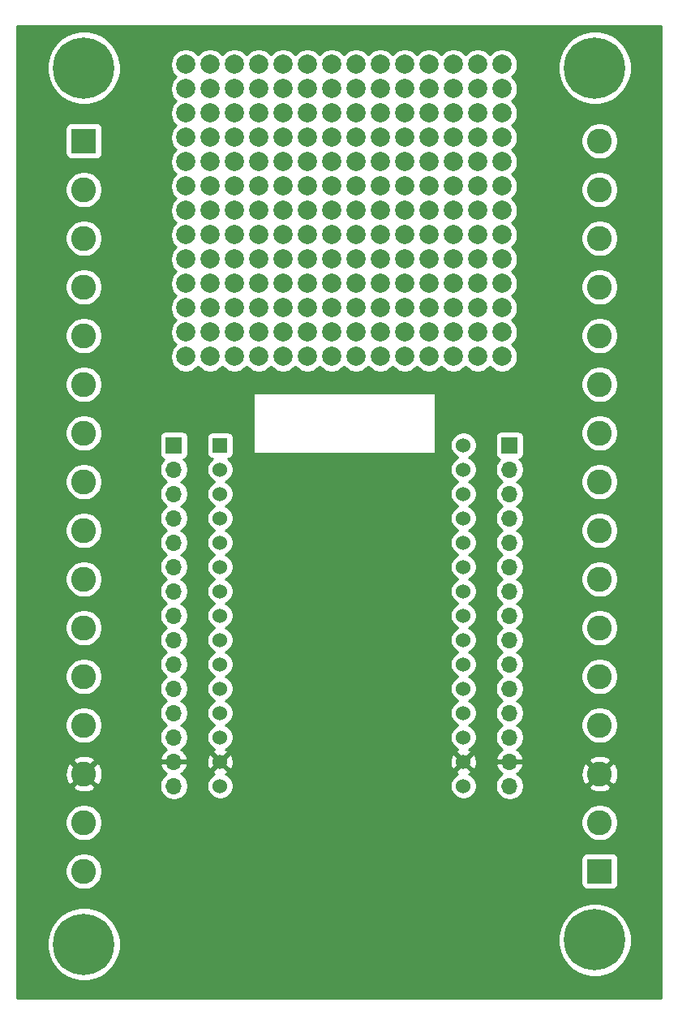
<source format=gbl>
G04 #@! TF.GenerationSoftware,KiCad,Pcbnew,(5.1.6)-1*
G04 #@! TF.CreationDate,2021-10-14T13:40:29-04:00*
G04 #@! TF.ProjectId,ESP32 WROOM-32 Breakout MKME.ORG,45535033-3220-4575-924f-4f4d2d333220,rev?*
G04 #@! TF.SameCoordinates,Original*
G04 #@! TF.FileFunction,Copper,L2,Bot*
G04 #@! TF.FilePolarity,Positive*
%FSLAX46Y46*%
G04 Gerber Fmt 4.6, Leading zero omitted, Abs format (unit mm)*
G04 Created by KiCad (PCBNEW (5.1.6)-1) date 2021-10-14 13:40:29*
%MOMM*%
%LPD*%
G01*
G04 APERTURE LIST*
G04 #@! TA.AperFunction,ComponentPad*
%ADD10R,2.600000X2.600000*%
G04 #@! TD*
G04 #@! TA.AperFunction,ComponentPad*
%ADD11C,2.600000*%
G04 #@! TD*
G04 #@! TA.AperFunction,ComponentPad*
%ADD12O,1.700000X1.700000*%
G04 #@! TD*
G04 #@! TA.AperFunction,ComponentPad*
%ADD13R,1.700000X1.700000*%
G04 #@! TD*
G04 #@! TA.AperFunction,ComponentPad*
%ADD14C,2.000000*%
G04 #@! TD*
G04 #@! TA.AperFunction,ComponentPad*
%ADD15C,0.800000*%
G04 #@! TD*
G04 #@! TA.AperFunction,ComponentPad*
%ADD16C,6.400000*%
G04 #@! TD*
G04 #@! TA.AperFunction,ComponentPad*
%ADD17R,1.524000X1.524000*%
G04 #@! TD*
G04 #@! TA.AperFunction,ComponentPad*
%ADD18C,1.524000*%
G04 #@! TD*
G04 #@! TA.AperFunction,Conductor*
%ADD19C,0.254000*%
G04 #@! TD*
G04 APERTURE END LIST*
D10*
X173228000Y-116840000D03*
D11*
X173228000Y-111760000D03*
X173228000Y-106680000D03*
X173228000Y-101600000D03*
X173228000Y-96520000D03*
X173228000Y-91440000D03*
X173228000Y-86360000D03*
X173228000Y-81280000D03*
X173228000Y-76200000D03*
X173228000Y-71120000D03*
X173228000Y-66040000D03*
X173228000Y-60960000D03*
X173228000Y-55880000D03*
X173228000Y-50800000D03*
X173228000Y-45720000D03*
X173228000Y-40640000D03*
D12*
X163830000Y-107950000D03*
X163830000Y-105410000D03*
X163830000Y-102870000D03*
X163830000Y-100330000D03*
X163830000Y-97790000D03*
X163830000Y-95250000D03*
X163830000Y-92710000D03*
X163830000Y-90170000D03*
X163830000Y-87630000D03*
X163830000Y-85090000D03*
X163830000Y-82550000D03*
X163830000Y-80010000D03*
X163830000Y-77470000D03*
X163830000Y-74930000D03*
D13*
X163830000Y-72390000D03*
D14*
X163050000Y-63150000D03*
X160510000Y-63150000D03*
X157970000Y-63150000D03*
X155430000Y-63150000D03*
X152890000Y-63150000D03*
X150350000Y-63150000D03*
X147810000Y-63150000D03*
X145270000Y-63150000D03*
X142730000Y-63150000D03*
X140190000Y-63150000D03*
X137650000Y-63150000D03*
X135110000Y-63150000D03*
X132570000Y-63150000D03*
X130030000Y-63150000D03*
X163050000Y-60610000D03*
X160510000Y-60610000D03*
X157970000Y-60610000D03*
X155430000Y-60610000D03*
X152890000Y-60610000D03*
X150350000Y-60610000D03*
X147810000Y-60610000D03*
X145270000Y-60610000D03*
X142730000Y-60610000D03*
X140190000Y-60610000D03*
X137650000Y-60610000D03*
X135110000Y-60610000D03*
X132570000Y-60610000D03*
X130030000Y-60610000D03*
X163050000Y-58070000D03*
X160510000Y-58070000D03*
X157970000Y-58070000D03*
X155430000Y-58070000D03*
X152890000Y-58070000D03*
X150350000Y-58070000D03*
X147810000Y-58070000D03*
X145270000Y-58070000D03*
X142730000Y-58070000D03*
X140190000Y-58070000D03*
X137650000Y-58070000D03*
X135110000Y-58070000D03*
X132570000Y-58070000D03*
X130030000Y-58070000D03*
X163050000Y-55530000D03*
X160510000Y-55530000D03*
X157970000Y-55530000D03*
X155430000Y-55530000D03*
X152890000Y-55530000D03*
X150350000Y-55530000D03*
X147810000Y-55530000D03*
X145270000Y-55530000D03*
X142730000Y-55530000D03*
X140190000Y-55530000D03*
X137650000Y-55530000D03*
X135110000Y-55530000D03*
X132570000Y-55530000D03*
X130030000Y-55530000D03*
X163050000Y-52990000D03*
X160510000Y-52990000D03*
X157970000Y-52990000D03*
X155430000Y-52990000D03*
X152890000Y-52990000D03*
X150350000Y-52990000D03*
X147810000Y-52990000D03*
X145270000Y-52990000D03*
X142730000Y-52990000D03*
X140190000Y-52990000D03*
X137650000Y-52990000D03*
X135110000Y-52990000D03*
X132570000Y-52990000D03*
X130030000Y-52990000D03*
X163050000Y-50450000D03*
X160510000Y-50450000D03*
X157970000Y-50450000D03*
X155430000Y-50450000D03*
X152890000Y-50450000D03*
X150350000Y-50450000D03*
X147810000Y-50450000D03*
X145270000Y-50450000D03*
X142730000Y-50450000D03*
X140190000Y-50450000D03*
X137650000Y-50450000D03*
X135110000Y-50450000D03*
X132570000Y-50450000D03*
X130030000Y-50450000D03*
X163050000Y-47910000D03*
X160510000Y-47910000D03*
X157970000Y-47910000D03*
X155430000Y-47910000D03*
X152890000Y-47910000D03*
X150350000Y-47910000D03*
X147810000Y-47910000D03*
X145270000Y-47910000D03*
X142730000Y-47910000D03*
X140190000Y-47910000D03*
X137650000Y-47910000D03*
X135110000Y-47910000D03*
X132570000Y-47910000D03*
X130030000Y-47910000D03*
X163050000Y-45370000D03*
X160510000Y-45370000D03*
X157970000Y-45370000D03*
X155430000Y-45370000D03*
X152890000Y-45370000D03*
X150350000Y-45370000D03*
X147810000Y-45370000D03*
X145270000Y-45370000D03*
X142730000Y-45370000D03*
X140190000Y-45370000D03*
X137650000Y-45370000D03*
X135110000Y-45370000D03*
X132570000Y-45370000D03*
X130030000Y-45370000D03*
X163050000Y-42830000D03*
X160510000Y-42830000D03*
X157970000Y-42830000D03*
X155430000Y-42830000D03*
X152890000Y-42830000D03*
X150350000Y-42830000D03*
X147810000Y-42830000D03*
X145270000Y-42830000D03*
X142730000Y-42830000D03*
X140190000Y-42830000D03*
X137650000Y-42830000D03*
X135110000Y-42830000D03*
X132570000Y-42830000D03*
X130030000Y-42830000D03*
X163050000Y-40290000D03*
X160510000Y-40290000D03*
X157970000Y-40290000D03*
X155430000Y-40290000D03*
X152890000Y-40290000D03*
X150350000Y-40290000D03*
X147810000Y-40290000D03*
X145270000Y-40290000D03*
X142730000Y-40290000D03*
X140190000Y-40290000D03*
X137650000Y-40290000D03*
X135110000Y-40290000D03*
X132570000Y-40290000D03*
X130030000Y-40290000D03*
X163050000Y-37750000D03*
X160510000Y-37750000D03*
X157970000Y-37750000D03*
X155430000Y-37750000D03*
X152890000Y-37750000D03*
X150350000Y-37750000D03*
X147810000Y-37750000D03*
X145270000Y-37750000D03*
X142730000Y-37750000D03*
X140190000Y-37750000D03*
X137650000Y-37750000D03*
X135110000Y-37750000D03*
X132570000Y-37750000D03*
X130030000Y-37750000D03*
X163050000Y-35210000D03*
X160510000Y-35210000D03*
X157970000Y-35210000D03*
X155430000Y-35210000D03*
X152890000Y-35210000D03*
X150350000Y-35210000D03*
X147810000Y-35210000D03*
X145270000Y-35210000D03*
X142730000Y-35210000D03*
X140190000Y-35210000D03*
X137650000Y-35210000D03*
X135110000Y-35210000D03*
X132570000Y-35210000D03*
X130030000Y-35210000D03*
X163050000Y-32670000D03*
X160510000Y-32670000D03*
X157970000Y-32670000D03*
X155430000Y-32670000D03*
X152890000Y-32670000D03*
X150350000Y-32670000D03*
X147810000Y-32670000D03*
X145270000Y-32670000D03*
X142730000Y-32670000D03*
X140190000Y-32670000D03*
X137650000Y-32670000D03*
X135110000Y-32670000D03*
X132570000Y-32670000D03*
X130030000Y-32670000D03*
D15*
X174417056Y-31322944D03*
X172720000Y-30620000D03*
X171022944Y-31322944D03*
X170320000Y-33020000D03*
X171022944Y-34717056D03*
X172720000Y-35420000D03*
X174417056Y-34717056D03*
X175120000Y-33020000D03*
D16*
X172720000Y-33020000D03*
D15*
X121077056Y-31322944D03*
X119380000Y-30620000D03*
X117682944Y-31322944D03*
X116980000Y-33020000D03*
X117682944Y-34717056D03*
X119380000Y-35420000D03*
X121077056Y-34717056D03*
X121780000Y-33020000D03*
D16*
X119380000Y-33020000D03*
D15*
X121077056Y-122762944D03*
X119380000Y-122060000D03*
X117682944Y-122762944D03*
X116980000Y-124460000D03*
X117682944Y-126157056D03*
X119380000Y-126860000D03*
X121077056Y-126157056D03*
X121780000Y-124460000D03*
D16*
X119380000Y-124460000D03*
D15*
X174417056Y-122335888D03*
X172720000Y-121632944D03*
X171022944Y-122335888D03*
X170320000Y-124032944D03*
X171022944Y-125730000D03*
X172720000Y-126432944D03*
X174417056Y-125730000D03*
X175120000Y-124032944D03*
D16*
X172720000Y-124032944D03*
D12*
X128778000Y-107950000D03*
X128778000Y-105410000D03*
X128778000Y-102870000D03*
X128778000Y-100330000D03*
X128778000Y-97790000D03*
X128778000Y-95250000D03*
X128778000Y-92710000D03*
X128778000Y-90170000D03*
X128778000Y-87630000D03*
X128778000Y-85090000D03*
X128778000Y-82550000D03*
X128778000Y-80010000D03*
X128778000Y-77470000D03*
X128778000Y-74930000D03*
D13*
X128778000Y-72390000D03*
D17*
X133604000Y-72390000D03*
D18*
X133604000Y-74930000D03*
X133604000Y-77470000D03*
X133604000Y-80010000D03*
X133604000Y-82550000D03*
X133604000Y-85090000D03*
X133604000Y-87630000D03*
X133604000Y-90170000D03*
X133604000Y-92710000D03*
X133604000Y-95250000D03*
X133604000Y-97790000D03*
X133604000Y-100330000D03*
X133604000Y-102870000D03*
X133604000Y-105410000D03*
X133604000Y-107950000D03*
X159004000Y-107950000D03*
X159004000Y-105410000D03*
X159004000Y-102870000D03*
X159004000Y-100330000D03*
X159004000Y-97790000D03*
X159004000Y-95250000D03*
X159004000Y-92710000D03*
X159004000Y-90170000D03*
X159004000Y-87630000D03*
X159004000Y-85090000D03*
X159004000Y-82550000D03*
X159004000Y-80010000D03*
X159004000Y-77470000D03*
X159004000Y-74930000D03*
X159004000Y-72390000D03*
D11*
X119380000Y-116840000D03*
X119380000Y-111760000D03*
X119380000Y-106680000D03*
X119380000Y-101600000D03*
X119380000Y-96520000D03*
X119380000Y-91440000D03*
X119380000Y-86360000D03*
X119380000Y-81280000D03*
X119380000Y-76200000D03*
X119380000Y-71120000D03*
X119380000Y-66040000D03*
X119380000Y-60960000D03*
X119380000Y-55880000D03*
X119380000Y-50800000D03*
X119380000Y-45720000D03*
D10*
X119380000Y-40640000D03*
D19*
G36*
X179655001Y-126966344D02*
G01*
X179655000Y-126966354D01*
X179655001Y-130125000D01*
X112445000Y-130125000D01*
X112445000Y-124082285D01*
X115545000Y-124082285D01*
X115545000Y-124837715D01*
X115692377Y-125578628D01*
X115981467Y-126276554D01*
X116401161Y-126904670D01*
X116935330Y-127438839D01*
X117563446Y-127858533D01*
X118261372Y-128147623D01*
X119002285Y-128295000D01*
X119757715Y-128295000D01*
X120498628Y-128147623D01*
X121196554Y-127858533D01*
X121824670Y-127438839D01*
X122358839Y-126904670D01*
X122778533Y-126276554D01*
X123067623Y-125578628D01*
X123215000Y-124837715D01*
X123215000Y-124082285D01*
X123130054Y-123655229D01*
X168885000Y-123655229D01*
X168885000Y-124410659D01*
X169032377Y-125151572D01*
X169321467Y-125849498D01*
X169741161Y-126477614D01*
X170275330Y-127011783D01*
X170903446Y-127431477D01*
X171601372Y-127720567D01*
X172342285Y-127867944D01*
X173097715Y-127867944D01*
X173838628Y-127720567D01*
X174536554Y-127431477D01*
X175164670Y-127011783D01*
X175698839Y-126477614D01*
X176118533Y-125849498D01*
X176407623Y-125151572D01*
X176555000Y-124410659D01*
X176555000Y-123655229D01*
X176407623Y-122914316D01*
X176118533Y-122216390D01*
X175698839Y-121588274D01*
X175164670Y-121054105D01*
X174536554Y-120634411D01*
X173838628Y-120345321D01*
X173097715Y-120197944D01*
X172342285Y-120197944D01*
X171601372Y-120345321D01*
X170903446Y-120634411D01*
X170275330Y-121054105D01*
X169741161Y-121588274D01*
X169321467Y-122216390D01*
X169032377Y-122914316D01*
X168885000Y-123655229D01*
X123130054Y-123655229D01*
X123067623Y-123341372D01*
X122778533Y-122643446D01*
X122358839Y-122015330D01*
X121824670Y-121481161D01*
X121196554Y-121061467D01*
X120498628Y-120772377D01*
X119757715Y-120625000D01*
X119002285Y-120625000D01*
X118261372Y-120772377D01*
X117563446Y-121061467D01*
X116935330Y-121481161D01*
X116401161Y-122015330D01*
X115981467Y-122643446D01*
X115692377Y-123341372D01*
X115545000Y-124082285D01*
X112445000Y-124082285D01*
X112445000Y-116649419D01*
X117445000Y-116649419D01*
X117445000Y-117030581D01*
X117519361Y-117404419D01*
X117665225Y-117756566D01*
X117876987Y-118073491D01*
X118146509Y-118343013D01*
X118463434Y-118554775D01*
X118815581Y-118700639D01*
X119189419Y-118775000D01*
X119570581Y-118775000D01*
X119944419Y-118700639D01*
X120296566Y-118554775D01*
X120613491Y-118343013D01*
X120883013Y-118073491D01*
X121094775Y-117756566D01*
X121240639Y-117404419D01*
X121315000Y-117030581D01*
X121315000Y-116649419D01*
X121240639Y-116275581D01*
X121094775Y-115923434D01*
X120883013Y-115606509D01*
X120816504Y-115540000D01*
X171289928Y-115540000D01*
X171289928Y-118140000D01*
X171302188Y-118264482D01*
X171338498Y-118384180D01*
X171397463Y-118494494D01*
X171476815Y-118591185D01*
X171573506Y-118670537D01*
X171683820Y-118729502D01*
X171803518Y-118765812D01*
X171928000Y-118778072D01*
X174528000Y-118778072D01*
X174652482Y-118765812D01*
X174772180Y-118729502D01*
X174882494Y-118670537D01*
X174979185Y-118591185D01*
X175058537Y-118494494D01*
X175117502Y-118384180D01*
X175153812Y-118264482D01*
X175166072Y-118140000D01*
X175166072Y-115540000D01*
X175153812Y-115415518D01*
X175117502Y-115295820D01*
X175058537Y-115185506D01*
X174979185Y-115088815D01*
X174882494Y-115009463D01*
X174772180Y-114950498D01*
X174652482Y-114914188D01*
X174528000Y-114901928D01*
X171928000Y-114901928D01*
X171803518Y-114914188D01*
X171683820Y-114950498D01*
X171573506Y-115009463D01*
X171476815Y-115088815D01*
X171397463Y-115185506D01*
X171338498Y-115295820D01*
X171302188Y-115415518D01*
X171289928Y-115540000D01*
X120816504Y-115540000D01*
X120613491Y-115336987D01*
X120296566Y-115125225D01*
X119944419Y-114979361D01*
X119570581Y-114905000D01*
X119189419Y-114905000D01*
X118815581Y-114979361D01*
X118463434Y-115125225D01*
X118146509Y-115336987D01*
X117876987Y-115606509D01*
X117665225Y-115923434D01*
X117519361Y-116275581D01*
X117445000Y-116649419D01*
X112445000Y-116649419D01*
X112445000Y-111569419D01*
X117445000Y-111569419D01*
X117445000Y-111950581D01*
X117519361Y-112324419D01*
X117665225Y-112676566D01*
X117876987Y-112993491D01*
X118146509Y-113263013D01*
X118463434Y-113474775D01*
X118815581Y-113620639D01*
X119189419Y-113695000D01*
X119570581Y-113695000D01*
X119944419Y-113620639D01*
X120296566Y-113474775D01*
X120613491Y-113263013D01*
X120883013Y-112993491D01*
X121094775Y-112676566D01*
X121240639Y-112324419D01*
X121315000Y-111950581D01*
X121315000Y-111569419D01*
X171293000Y-111569419D01*
X171293000Y-111950581D01*
X171367361Y-112324419D01*
X171513225Y-112676566D01*
X171724987Y-112993491D01*
X171994509Y-113263013D01*
X172311434Y-113474775D01*
X172663581Y-113620639D01*
X173037419Y-113695000D01*
X173418581Y-113695000D01*
X173792419Y-113620639D01*
X174144566Y-113474775D01*
X174461491Y-113263013D01*
X174731013Y-112993491D01*
X174942775Y-112676566D01*
X175088639Y-112324419D01*
X175163000Y-111950581D01*
X175163000Y-111569419D01*
X175088639Y-111195581D01*
X174942775Y-110843434D01*
X174731013Y-110526509D01*
X174461491Y-110256987D01*
X174144566Y-110045225D01*
X173792419Y-109899361D01*
X173418581Y-109825000D01*
X173037419Y-109825000D01*
X172663581Y-109899361D01*
X172311434Y-110045225D01*
X171994509Y-110256987D01*
X171724987Y-110526509D01*
X171513225Y-110843434D01*
X171367361Y-111195581D01*
X171293000Y-111569419D01*
X121315000Y-111569419D01*
X121240639Y-111195581D01*
X121094775Y-110843434D01*
X120883013Y-110526509D01*
X120613491Y-110256987D01*
X120296566Y-110045225D01*
X119944419Y-109899361D01*
X119570581Y-109825000D01*
X119189419Y-109825000D01*
X118815581Y-109899361D01*
X118463434Y-110045225D01*
X118146509Y-110256987D01*
X117876987Y-110526509D01*
X117665225Y-110843434D01*
X117519361Y-111195581D01*
X117445000Y-111569419D01*
X112445000Y-111569419D01*
X112445000Y-108029224D01*
X118210381Y-108029224D01*
X118342317Y-108324312D01*
X118683045Y-108495159D01*
X119050557Y-108596250D01*
X119430729Y-108623701D01*
X119808951Y-108576457D01*
X120170690Y-108456333D01*
X120417683Y-108324312D01*
X120549619Y-108029224D01*
X119380000Y-106859605D01*
X118210381Y-108029224D01*
X112445000Y-108029224D01*
X112445000Y-106730729D01*
X117436299Y-106730729D01*
X117483543Y-107108951D01*
X117603667Y-107470690D01*
X117735688Y-107717683D01*
X118030776Y-107849619D01*
X119200395Y-106680000D01*
X119559605Y-106680000D01*
X120729224Y-107849619D01*
X120831836Y-107803740D01*
X127293000Y-107803740D01*
X127293000Y-108096260D01*
X127350068Y-108383158D01*
X127462010Y-108653411D01*
X127624525Y-108896632D01*
X127831368Y-109103475D01*
X128074589Y-109265990D01*
X128344842Y-109377932D01*
X128631740Y-109435000D01*
X128924260Y-109435000D01*
X129211158Y-109377932D01*
X129481411Y-109265990D01*
X129724632Y-109103475D01*
X129931475Y-108896632D01*
X130093990Y-108653411D01*
X130205932Y-108383158D01*
X130263000Y-108096260D01*
X130263000Y-107812408D01*
X132207000Y-107812408D01*
X132207000Y-108087592D01*
X132260686Y-108357490D01*
X132365995Y-108611727D01*
X132518880Y-108840535D01*
X132713465Y-109035120D01*
X132942273Y-109188005D01*
X133196510Y-109293314D01*
X133466408Y-109347000D01*
X133741592Y-109347000D01*
X134011490Y-109293314D01*
X134265727Y-109188005D01*
X134494535Y-109035120D01*
X134689120Y-108840535D01*
X134842005Y-108611727D01*
X134947314Y-108357490D01*
X135001000Y-108087592D01*
X135001000Y-107812408D01*
X157607000Y-107812408D01*
X157607000Y-108087592D01*
X157660686Y-108357490D01*
X157765995Y-108611727D01*
X157918880Y-108840535D01*
X158113465Y-109035120D01*
X158342273Y-109188005D01*
X158596510Y-109293314D01*
X158866408Y-109347000D01*
X159141592Y-109347000D01*
X159411490Y-109293314D01*
X159665727Y-109188005D01*
X159894535Y-109035120D01*
X160089120Y-108840535D01*
X160242005Y-108611727D01*
X160347314Y-108357490D01*
X160401000Y-108087592D01*
X160401000Y-107812408D01*
X160399276Y-107803740D01*
X162345000Y-107803740D01*
X162345000Y-108096260D01*
X162402068Y-108383158D01*
X162514010Y-108653411D01*
X162676525Y-108896632D01*
X162883368Y-109103475D01*
X163126589Y-109265990D01*
X163396842Y-109377932D01*
X163683740Y-109435000D01*
X163976260Y-109435000D01*
X164263158Y-109377932D01*
X164533411Y-109265990D01*
X164776632Y-109103475D01*
X164983475Y-108896632D01*
X165145990Y-108653411D01*
X165257932Y-108383158D01*
X165315000Y-108096260D01*
X165315000Y-108029224D01*
X172058381Y-108029224D01*
X172190317Y-108324312D01*
X172531045Y-108495159D01*
X172898557Y-108596250D01*
X173278729Y-108623701D01*
X173656951Y-108576457D01*
X174018690Y-108456333D01*
X174265683Y-108324312D01*
X174397619Y-108029224D01*
X173228000Y-106859605D01*
X172058381Y-108029224D01*
X165315000Y-108029224D01*
X165315000Y-107803740D01*
X165257932Y-107516842D01*
X165145990Y-107246589D01*
X164983475Y-107003368D01*
X164776632Y-106796525D01*
X164678162Y-106730729D01*
X171284299Y-106730729D01*
X171331543Y-107108951D01*
X171451667Y-107470690D01*
X171583688Y-107717683D01*
X171878776Y-107849619D01*
X173048395Y-106680000D01*
X173407605Y-106680000D01*
X174577224Y-107849619D01*
X174872312Y-107717683D01*
X175043159Y-107376955D01*
X175144250Y-107009443D01*
X175171701Y-106629271D01*
X175124457Y-106251049D01*
X175004333Y-105889310D01*
X174872312Y-105642317D01*
X174577224Y-105510381D01*
X173407605Y-106680000D01*
X173048395Y-106680000D01*
X171878776Y-105510381D01*
X171583688Y-105642317D01*
X171412841Y-105983045D01*
X171311750Y-106350557D01*
X171284299Y-106730729D01*
X164678162Y-106730729D01*
X164594466Y-106674805D01*
X164711355Y-106605178D01*
X164927588Y-106410269D01*
X165101641Y-106176920D01*
X165226825Y-105914099D01*
X165271476Y-105766890D01*
X165150155Y-105537000D01*
X163957000Y-105537000D01*
X163957000Y-105557000D01*
X163703000Y-105557000D01*
X163703000Y-105537000D01*
X162509845Y-105537000D01*
X162388524Y-105766890D01*
X162433175Y-105914099D01*
X162558359Y-106176920D01*
X162732412Y-106410269D01*
X162948645Y-106605178D01*
X163065534Y-106674805D01*
X162883368Y-106796525D01*
X162676525Y-107003368D01*
X162514010Y-107246589D01*
X162402068Y-107516842D01*
X162345000Y-107803740D01*
X160399276Y-107803740D01*
X160347314Y-107542510D01*
X160242005Y-107288273D01*
X160089120Y-107059465D01*
X159894535Y-106864880D01*
X159665727Y-106711995D01*
X159594057Y-106682308D01*
X159607023Y-106677636D01*
X159722980Y-106615656D01*
X159789960Y-106375565D01*
X159004000Y-105589605D01*
X158218040Y-106375565D01*
X158285020Y-106615656D01*
X158420760Y-106679485D01*
X158342273Y-106711995D01*
X158113465Y-106864880D01*
X157918880Y-107059465D01*
X157765995Y-107288273D01*
X157660686Y-107542510D01*
X157607000Y-107812408D01*
X135001000Y-107812408D01*
X134947314Y-107542510D01*
X134842005Y-107288273D01*
X134689120Y-107059465D01*
X134494535Y-106864880D01*
X134265727Y-106711995D01*
X134194057Y-106682308D01*
X134207023Y-106677636D01*
X134322980Y-106615656D01*
X134389960Y-106375565D01*
X133604000Y-105589605D01*
X132818040Y-106375565D01*
X132885020Y-106615656D01*
X133020760Y-106679485D01*
X132942273Y-106711995D01*
X132713465Y-106864880D01*
X132518880Y-107059465D01*
X132365995Y-107288273D01*
X132260686Y-107542510D01*
X132207000Y-107812408D01*
X130263000Y-107812408D01*
X130263000Y-107803740D01*
X130205932Y-107516842D01*
X130093990Y-107246589D01*
X129931475Y-107003368D01*
X129724632Y-106796525D01*
X129542466Y-106674805D01*
X129659355Y-106605178D01*
X129875588Y-106410269D01*
X130049641Y-106176920D01*
X130174825Y-105914099D01*
X130219476Y-105766890D01*
X130098155Y-105537000D01*
X128905000Y-105537000D01*
X128905000Y-105557000D01*
X128651000Y-105557000D01*
X128651000Y-105537000D01*
X127457845Y-105537000D01*
X127336524Y-105766890D01*
X127381175Y-105914099D01*
X127506359Y-106176920D01*
X127680412Y-106410269D01*
X127896645Y-106605178D01*
X128013534Y-106674805D01*
X127831368Y-106796525D01*
X127624525Y-107003368D01*
X127462010Y-107246589D01*
X127350068Y-107516842D01*
X127293000Y-107803740D01*
X120831836Y-107803740D01*
X121024312Y-107717683D01*
X121195159Y-107376955D01*
X121296250Y-107009443D01*
X121323701Y-106629271D01*
X121276457Y-106251049D01*
X121156333Y-105889310D01*
X121024312Y-105642317D01*
X120729224Y-105510381D01*
X119559605Y-106680000D01*
X119200395Y-106680000D01*
X118030776Y-105510381D01*
X117735688Y-105642317D01*
X117564841Y-105983045D01*
X117463750Y-106350557D01*
X117436299Y-106730729D01*
X112445000Y-106730729D01*
X112445000Y-105330776D01*
X118210381Y-105330776D01*
X119380000Y-106500395D01*
X120398378Y-105482017D01*
X132202090Y-105482017D01*
X132243078Y-105754133D01*
X132336364Y-106013023D01*
X132398344Y-106128980D01*
X132638435Y-106195960D01*
X133424395Y-105410000D01*
X133783605Y-105410000D01*
X134569565Y-106195960D01*
X134809656Y-106128980D01*
X134926756Y-105879952D01*
X134993023Y-105612865D01*
X134999157Y-105482017D01*
X157602090Y-105482017D01*
X157643078Y-105754133D01*
X157736364Y-106013023D01*
X157798344Y-106128980D01*
X158038435Y-106195960D01*
X158824395Y-105410000D01*
X159183605Y-105410000D01*
X159969565Y-106195960D01*
X160209656Y-106128980D01*
X160326756Y-105879952D01*
X160393023Y-105612865D01*
X160405910Y-105337983D01*
X160404825Y-105330776D01*
X172058381Y-105330776D01*
X173228000Y-106500395D01*
X174397619Y-105330776D01*
X174265683Y-105035688D01*
X173924955Y-104864841D01*
X173557443Y-104763750D01*
X173177271Y-104736299D01*
X172799049Y-104783543D01*
X172437310Y-104903667D01*
X172190317Y-105035688D01*
X172058381Y-105330776D01*
X160404825Y-105330776D01*
X160364922Y-105065867D01*
X160271636Y-104806977D01*
X160209656Y-104691020D01*
X159969565Y-104624040D01*
X159183605Y-105410000D01*
X158824395Y-105410000D01*
X158038435Y-104624040D01*
X157798344Y-104691020D01*
X157681244Y-104940048D01*
X157614977Y-105207135D01*
X157602090Y-105482017D01*
X134999157Y-105482017D01*
X135005910Y-105337983D01*
X134964922Y-105065867D01*
X134871636Y-104806977D01*
X134809656Y-104691020D01*
X134569565Y-104624040D01*
X133783605Y-105410000D01*
X133424395Y-105410000D01*
X132638435Y-104624040D01*
X132398344Y-104691020D01*
X132281244Y-104940048D01*
X132214977Y-105207135D01*
X132202090Y-105482017D01*
X120398378Y-105482017D01*
X120549619Y-105330776D01*
X120417683Y-105035688D01*
X120076955Y-104864841D01*
X119709443Y-104763750D01*
X119329271Y-104736299D01*
X118951049Y-104783543D01*
X118589310Y-104903667D01*
X118342317Y-105035688D01*
X118210381Y-105330776D01*
X112445000Y-105330776D01*
X112445000Y-101409419D01*
X117445000Y-101409419D01*
X117445000Y-101790581D01*
X117519361Y-102164419D01*
X117665225Y-102516566D01*
X117876987Y-102833491D01*
X118146509Y-103103013D01*
X118463434Y-103314775D01*
X118815581Y-103460639D01*
X119189419Y-103535000D01*
X119570581Y-103535000D01*
X119944419Y-103460639D01*
X120296566Y-103314775D01*
X120613491Y-103103013D01*
X120883013Y-102833491D01*
X121094775Y-102516566D01*
X121240639Y-102164419D01*
X121315000Y-101790581D01*
X121315000Y-101409419D01*
X121240639Y-101035581D01*
X121094775Y-100683434D01*
X120883013Y-100366509D01*
X120613491Y-100096987D01*
X120296566Y-99885225D01*
X119944419Y-99739361D01*
X119570581Y-99665000D01*
X119189419Y-99665000D01*
X118815581Y-99739361D01*
X118463434Y-99885225D01*
X118146509Y-100096987D01*
X117876987Y-100366509D01*
X117665225Y-100683434D01*
X117519361Y-101035581D01*
X117445000Y-101409419D01*
X112445000Y-101409419D01*
X112445000Y-96329419D01*
X117445000Y-96329419D01*
X117445000Y-96710581D01*
X117519361Y-97084419D01*
X117665225Y-97436566D01*
X117876987Y-97753491D01*
X118146509Y-98023013D01*
X118463434Y-98234775D01*
X118815581Y-98380639D01*
X119189419Y-98455000D01*
X119570581Y-98455000D01*
X119944419Y-98380639D01*
X120296566Y-98234775D01*
X120613491Y-98023013D01*
X120883013Y-97753491D01*
X121094775Y-97436566D01*
X121240639Y-97084419D01*
X121315000Y-96710581D01*
X121315000Y-96329419D01*
X121240639Y-95955581D01*
X121094775Y-95603434D01*
X120883013Y-95286509D01*
X120613491Y-95016987D01*
X120296566Y-94805225D01*
X119944419Y-94659361D01*
X119570581Y-94585000D01*
X119189419Y-94585000D01*
X118815581Y-94659361D01*
X118463434Y-94805225D01*
X118146509Y-95016987D01*
X117876987Y-95286509D01*
X117665225Y-95603434D01*
X117519361Y-95955581D01*
X117445000Y-96329419D01*
X112445000Y-96329419D01*
X112445000Y-91249419D01*
X117445000Y-91249419D01*
X117445000Y-91630581D01*
X117519361Y-92004419D01*
X117665225Y-92356566D01*
X117876987Y-92673491D01*
X118146509Y-92943013D01*
X118463434Y-93154775D01*
X118815581Y-93300639D01*
X119189419Y-93375000D01*
X119570581Y-93375000D01*
X119944419Y-93300639D01*
X120296566Y-93154775D01*
X120613491Y-92943013D01*
X120883013Y-92673491D01*
X121094775Y-92356566D01*
X121240639Y-92004419D01*
X121315000Y-91630581D01*
X121315000Y-91249419D01*
X121240639Y-90875581D01*
X121094775Y-90523434D01*
X120883013Y-90206509D01*
X120613491Y-89936987D01*
X120296566Y-89725225D01*
X119944419Y-89579361D01*
X119570581Y-89505000D01*
X119189419Y-89505000D01*
X118815581Y-89579361D01*
X118463434Y-89725225D01*
X118146509Y-89936987D01*
X117876987Y-90206509D01*
X117665225Y-90523434D01*
X117519361Y-90875581D01*
X117445000Y-91249419D01*
X112445000Y-91249419D01*
X112445000Y-86169419D01*
X117445000Y-86169419D01*
X117445000Y-86550581D01*
X117519361Y-86924419D01*
X117665225Y-87276566D01*
X117876987Y-87593491D01*
X118146509Y-87863013D01*
X118463434Y-88074775D01*
X118815581Y-88220639D01*
X119189419Y-88295000D01*
X119570581Y-88295000D01*
X119944419Y-88220639D01*
X120296566Y-88074775D01*
X120613491Y-87863013D01*
X120883013Y-87593491D01*
X121094775Y-87276566D01*
X121240639Y-86924419D01*
X121315000Y-86550581D01*
X121315000Y-86169419D01*
X121240639Y-85795581D01*
X121094775Y-85443434D01*
X120883013Y-85126509D01*
X120613491Y-84856987D01*
X120296566Y-84645225D01*
X119944419Y-84499361D01*
X119570581Y-84425000D01*
X119189419Y-84425000D01*
X118815581Y-84499361D01*
X118463434Y-84645225D01*
X118146509Y-84856987D01*
X117876987Y-85126509D01*
X117665225Y-85443434D01*
X117519361Y-85795581D01*
X117445000Y-86169419D01*
X112445000Y-86169419D01*
X112445000Y-81089419D01*
X117445000Y-81089419D01*
X117445000Y-81470581D01*
X117519361Y-81844419D01*
X117665225Y-82196566D01*
X117876987Y-82513491D01*
X118146509Y-82783013D01*
X118463434Y-82994775D01*
X118815581Y-83140639D01*
X119189419Y-83215000D01*
X119570581Y-83215000D01*
X119944419Y-83140639D01*
X120296566Y-82994775D01*
X120613491Y-82783013D01*
X120883013Y-82513491D01*
X121094775Y-82196566D01*
X121240639Y-81844419D01*
X121315000Y-81470581D01*
X121315000Y-81089419D01*
X121240639Y-80715581D01*
X121094775Y-80363434D01*
X120883013Y-80046509D01*
X120613491Y-79776987D01*
X120296566Y-79565225D01*
X119944419Y-79419361D01*
X119570581Y-79345000D01*
X119189419Y-79345000D01*
X118815581Y-79419361D01*
X118463434Y-79565225D01*
X118146509Y-79776987D01*
X117876987Y-80046509D01*
X117665225Y-80363434D01*
X117519361Y-80715581D01*
X117445000Y-81089419D01*
X112445000Y-81089419D01*
X112445000Y-76009419D01*
X117445000Y-76009419D01*
X117445000Y-76390581D01*
X117519361Y-76764419D01*
X117665225Y-77116566D01*
X117876987Y-77433491D01*
X118146509Y-77703013D01*
X118463434Y-77914775D01*
X118815581Y-78060639D01*
X119189419Y-78135000D01*
X119570581Y-78135000D01*
X119944419Y-78060639D01*
X120296566Y-77914775D01*
X120613491Y-77703013D01*
X120883013Y-77433491D01*
X121094775Y-77116566D01*
X121240639Y-76764419D01*
X121315000Y-76390581D01*
X121315000Y-76009419D01*
X121240639Y-75635581D01*
X121094775Y-75283434D01*
X120883013Y-74966509D01*
X120613491Y-74696987D01*
X120296566Y-74485225D01*
X119944419Y-74339361D01*
X119570581Y-74265000D01*
X119189419Y-74265000D01*
X118815581Y-74339361D01*
X118463434Y-74485225D01*
X118146509Y-74696987D01*
X117876987Y-74966509D01*
X117665225Y-75283434D01*
X117519361Y-75635581D01*
X117445000Y-76009419D01*
X112445000Y-76009419D01*
X112445000Y-70929419D01*
X117445000Y-70929419D01*
X117445000Y-71310581D01*
X117519361Y-71684419D01*
X117665225Y-72036566D01*
X117876987Y-72353491D01*
X118146509Y-72623013D01*
X118463434Y-72834775D01*
X118815581Y-72980639D01*
X119189419Y-73055000D01*
X119570581Y-73055000D01*
X119944419Y-72980639D01*
X120296566Y-72834775D01*
X120613491Y-72623013D01*
X120883013Y-72353491D01*
X121094775Y-72036566D01*
X121240639Y-71684419D01*
X121269365Y-71540000D01*
X127289928Y-71540000D01*
X127289928Y-73240000D01*
X127302188Y-73364482D01*
X127338498Y-73484180D01*
X127397463Y-73594494D01*
X127476815Y-73691185D01*
X127573506Y-73770537D01*
X127683820Y-73829502D01*
X127756380Y-73851513D01*
X127624525Y-73983368D01*
X127462010Y-74226589D01*
X127350068Y-74496842D01*
X127293000Y-74783740D01*
X127293000Y-75076260D01*
X127350068Y-75363158D01*
X127462010Y-75633411D01*
X127624525Y-75876632D01*
X127831368Y-76083475D01*
X128005760Y-76200000D01*
X127831368Y-76316525D01*
X127624525Y-76523368D01*
X127462010Y-76766589D01*
X127350068Y-77036842D01*
X127293000Y-77323740D01*
X127293000Y-77616260D01*
X127350068Y-77903158D01*
X127462010Y-78173411D01*
X127624525Y-78416632D01*
X127831368Y-78623475D01*
X128005760Y-78740000D01*
X127831368Y-78856525D01*
X127624525Y-79063368D01*
X127462010Y-79306589D01*
X127350068Y-79576842D01*
X127293000Y-79863740D01*
X127293000Y-80156260D01*
X127350068Y-80443158D01*
X127462010Y-80713411D01*
X127624525Y-80956632D01*
X127831368Y-81163475D01*
X128005760Y-81280000D01*
X127831368Y-81396525D01*
X127624525Y-81603368D01*
X127462010Y-81846589D01*
X127350068Y-82116842D01*
X127293000Y-82403740D01*
X127293000Y-82696260D01*
X127350068Y-82983158D01*
X127462010Y-83253411D01*
X127624525Y-83496632D01*
X127831368Y-83703475D01*
X128005760Y-83820000D01*
X127831368Y-83936525D01*
X127624525Y-84143368D01*
X127462010Y-84386589D01*
X127350068Y-84656842D01*
X127293000Y-84943740D01*
X127293000Y-85236260D01*
X127350068Y-85523158D01*
X127462010Y-85793411D01*
X127624525Y-86036632D01*
X127831368Y-86243475D01*
X128005760Y-86360000D01*
X127831368Y-86476525D01*
X127624525Y-86683368D01*
X127462010Y-86926589D01*
X127350068Y-87196842D01*
X127293000Y-87483740D01*
X127293000Y-87776260D01*
X127350068Y-88063158D01*
X127462010Y-88333411D01*
X127624525Y-88576632D01*
X127831368Y-88783475D01*
X128005760Y-88900000D01*
X127831368Y-89016525D01*
X127624525Y-89223368D01*
X127462010Y-89466589D01*
X127350068Y-89736842D01*
X127293000Y-90023740D01*
X127293000Y-90316260D01*
X127350068Y-90603158D01*
X127462010Y-90873411D01*
X127624525Y-91116632D01*
X127831368Y-91323475D01*
X128005760Y-91440000D01*
X127831368Y-91556525D01*
X127624525Y-91763368D01*
X127462010Y-92006589D01*
X127350068Y-92276842D01*
X127293000Y-92563740D01*
X127293000Y-92856260D01*
X127350068Y-93143158D01*
X127462010Y-93413411D01*
X127624525Y-93656632D01*
X127831368Y-93863475D01*
X128005760Y-93980000D01*
X127831368Y-94096525D01*
X127624525Y-94303368D01*
X127462010Y-94546589D01*
X127350068Y-94816842D01*
X127293000Y-95103740D01*
X127293000Y-95396260D01*
X127350068Y-95683158D01*
X127462010Y-95953411D01*
X127624525Y-96196632D01*
X127831368Y-96403475D01*
X128005760Y-96520000D01*
X127831368Y-96636525D01*
X127624525Y-96843368D01*
X127462010Y-97086589D01*
X127350068Y-97356842D01*
X127293000Y-97643740D01*
X127293000Y-97936260D01*
X127350068Y-98223158D01*
X127462010Y-98493411D01*
X127624525Y-98736632D01*
X127831368Y-98943475D01*
X128005760Y-99060000D01*
X127831368Y-99176525D01*
X127624525Y-99383368D01*
X127462010Y-99626589D01*
X127350068Y-99896842D01*
X127293000Y-100183740D01*
X127293000Y-100476260D01*
X127350068Y-100763158D01*
X127462010Y-101033411D01*
X127624525Y-101276632D01*
X127831368Y-101483475D01*
X128005760Y-101600000D01*
X127831368Y-101716525D01*
X127624525Y-101923368D01*
X127462010Y-102166589D01*
X127350068Y-102436842D01*
X127293000Y-102723740D01*
X127293000Y-103016260D01*
X127350068Y-103303158D01*
X127462010Y-103573411D01*
X127624525Y-103816632D01*
X127831368Y-104023475D01*
X128013534Y-104145195D01*
X127896645Y-104214822D01*
X127680412Y-104409731D01*
X127506359Y-104643080D01*
X127381175Y-104905901D01*
X127336524Y-105053110D01*
X127457845Y-105283000D01*
X128651000Y-105283000D01*
X128651000Y-105263000D01*
X128905000Y-105263000D01*
X128905000Y-105283000D01*
X130098155Y-105283000D01*
X130219476Y-105053110D01*
X130174825Y-104905901D01*
X130049641Y-104643080D01*
X129875588Y-104409731D01*
X129659355Y-104214822D01*
X129542466Y-104145195D01*
X129724632Y-104023475D01*
X129931475Y-103816632D01*
X130093990Y-103573411D01*
X130205932Y-103303158D01*
X130263000Y-103016260D01*
X130263000Y-102723740D01*
X130205932Y-102436842D01*
X130093990Y-102166589D01*
X129931475Y-101923368D01*
X129724632Y-101716525D01*
X129550240Y-101600000D01*
X129724632Y-101483475D01*
X129931475Y-101276632D01*
X130093990Y-101033411D01*
X130205932Y-100763158D01*
X130263000Y-100476260D01*
X130263000Y-100183740D01*
X130205932Y-99896842D01*
X130093990Y-99626589D01*
X129931475Y-99383368D01*
X129724632Y-99176525D01*
X129550240Y-99060000D01*
X129724632Y-98943475D01*
X129931475Y-98736632D01*
X130093990Y-98493411D01*
X130205932Y-98223158D01*
X130263000Y-97936260D01*
X130263000Y-97643740D01*
X130205932Y-97356842D01*
X130093990Y-97086589D01*
X129931475Y-96843368D01*
X129724632Y-96636525D01*
X129550240Y-96520000D01*
X129724632Y-96403475D01*
X129931475Y-96196632D01*
X130093990Y-95953411D01*
X130205932Y-95683158D01*
X130263000Y-95396260D01*
X130263000Y-95103740D01*
X130205932Y-94816842D01*
X130093990Y-94546589D01*
X129931475Y-94303368D01*
X129724632Y-94096525D01*
X129550240Y-93980000D01*
X129724632Y-93863475D01*
X129931475Y-93656632D01*
X130093990Y-93413411D01*
X130205932Y-93143158D01*
X130263000Y-92856260D01*
X130263000Y-92563740D01*
X130205932Y-92276842D01*
X130093990Y-92006589D01*
X129931475Y-91763368D01*
X129724632Y-91556525D01*
X129550240Y-91440000D01*
X129724632Y-91323475D01*
X129931475Y-91116632D01*
X130093990Y-90873411D01*
X130205932Y-90603158D01*
X130263000Y-90316260D01*
X130263000Y-90023740D01*
X130205932Y-89736842D01*
X130093990Y-89466589D01*
X129931475Y-89223368D01*
X129724632Y-89016525D01*
X129550240Y-88900000D01*
X129724632Y-88783475D01*
X129931475Y-88576632D01*
X130093990Y-88333411D01*
X130205932Y-88063158D01*
X130263000Y-87776260D01*
X130263000Y-87483740D01*
X130205932Y-87196842D01*
X130093990Y-86926589D01*
X129931475Y-86683368D01*
X129724632Y-86476525D01*
X129550240Y-86360000D01*
X129724632Y-86243475D01*
X129931475Y-86036632D01*
X130093990Y-85793411D01*
X130205932Y-85523158D01*
X130263000Y-85236260D01*
X130263000Y-84943740D01*
X130205932Y-84656842D01*
X130093990Y-84386589D01*
X129931475Y-84143368D01*
X129724632Y-83936525D01*
X129550240Y-83820000D01*
X129724632Y-83703475D01*
X129931475Y-83496632D01*
X130093990Y-83253411D01*
X130205932Y-82983158D01*
X130263000Y-82696260D01*
X130263000Y-82403740D01*
X130205932Y-82116842D01*
X130093990Y-81846589D01*
X129931475Y-81603368D01*
X129724632Y-81396525D01*
X129550240Y-81280000D01*
X129724632Y-81163475D01*
X129931475Y-80956632D01*
X130093990Y-80713411D01*
X130205932Y-80443158D01*
X130263000Y-80156260D01*
X130263000Y-79863740D01*
X130205932Y-79576842D01*
X130093990Y-79306589D01*
X129931475Y-79063368D01*
X129724632Y-78856525D01*
X129550240Y-78740000D01*
X129724632Y-78623475D01*
X129931475Y-78416632D01*
X130093990Y-78173411D01*
X130205932Y-77903158D01*
X130263000Y-77616260D01*
X130263000Y-77323740D01*
X130205932Y-77036842D01*
X130093990Y-76766589D01*
X129931475Y-76523368D01*
X129724632Y-76316525D01*
X129550240Y-76200000D01*
X129724632Y-76083475D01*
X129931475Y-75876632D01*
X130093990Y-75633411D01*
X130205932Y-75363158D01*
X130263000Y-75076260D01*
X130263000Y-74783740D01*
X130205932Y-74496842D01*
X130093990Y-74226589D01*
X129931475Y-73983368D01*
X129799620Y-73851513D01*
X129872180Y-73829502D01*
X129982494Y-73770537D01*
X130079185Y-73691185D01*
X130158537Y-73594494D01*
X130217502Y-73484180D01*
X130253812Y-73364482D01*
X130266072Y-73240000D01*
X130266072Y-71628000D01*
X132203928Y-71628000D01*
X132203928Y-73152000D01*
X132216188Y-73276482D01*
X132252498Y-73396180D01*
X132311463Y-73506494D01*
X132390815Y-73603185D01*
X132487506Y-73682537D01*
X132597820Y-73741502D01*
X132717518Y-73777812D01*
X132801465Y-73786080D01*
X132713465Y-73844880D01*
X132518880Y-74039465D01*
X132365995Y-74268273D01*
X132260686Y-74522510D01*
X132207000Y-74792408D01*
X132207000Y-75067592D01*
X132260686Y-75337490D01*
X132365995Y-75591727D01*
X132518880Y-75820535D01*
X132713465Y-76015120D01*
X132942273Y-76168005D01*
X133019515Y-76200000D01*
X132942273Y-76231995D01*
X132713465Y-76384880D01*
X132518880Y-76579465D01*
X132365995Y-76808273D01*
X132260686Y-77062510D01*
X132207000Y-77332408D01*
X132207000Y-77607592D01*
X132260686Y-77877490D01*
X132365995Y-78131727D01*
X132518880Y-78360535D01*
X132713465Y-78555120D01*
X132942273Y-78708005D01*
X133019515Y-78740000D01*
X132942273Y-78771995D01*
X132713465Y-78924880D01*
X132518880Y-79119465D01*
X132365995Y-79348273D01*
X132260686Y-79602510D01*
X132207000Y-79872408D01*
X132207000Y-80147592D01*
X132260686Y-80417490D01*
X132365995Y-80671727D01*
X132518880Y-80900535D01*
X132713465Y-81095120D01*
X132942273Y-81248005D01*
X133019515Y-81280000D01*
X132942273Y-81311995D01*
X132713465Y-81464880D01*
X132518880Y-81659465D01*
X132365995Y-81888273D01*
X132260686Y-82142510D01*
X132207000Y-82412408D01*
X132207000Y-82687592D01*
X132260686Y-82957490D01*
X132365995Y-83211727D01*
X132518880Y-83440535D01*
X132713465Y-83635120D01*
X132942273Y-83788005D01*
X133019515Y-83820000D01*
X132942273Y-83851995D01*
X132713465Y-84004880D01*
X132518880Y-84199465D01*
X132365995Y-84428273D01*
X132260686Y-84682510D01*
X132207000Y-84952408D01*
X132207000Y-85227592D01*
X132260686Y-85497490D01*
X132365995Y-85751727D01*
X132518880Y-85980535D01*
X132713465Y-86175120D01*
X132942273Y-86328005D01*
X133019515Y-86360000D01*
X132942273Y-86391995D01*
X132713465Y-86544880D01*
X132518880Y-86739465D01*
X132365995Y-86968273D01*
X132260686Y-87222510D01*
X132207000Y-87492408D01*
X132207000Y-87767592D01*
X132260686Y-88037490D01*
X132365995Y-88291727D01*
X132518880Y-88520535D01*
X132713465Y-88715120D01*
X132942273Y-88868005D01*
X133019515Y-88900000D01*
X132942273Y-88931995D01*
X132713465Y-89084880D01*
X132518880Y-89279465D01*
X132365995Y-89508273D01*
X132260686Y-89762510D01*
X132207000Y-90032408D01*
X132207000Y-90307592D01*
X132260686Y-90577490D01*
X132365995Y-90831727D01*
X132518880Y-91060535D01*
X132713465Y-91255120D01*
X132942273Y-91408005D01*
X133019515Y-91440000D01*
X132942273Y-91471995D01*
X132713465Y-91624880D01*
X132518880Y-91819465D01*
X132365995Y-92048273D01*
X132260686Y-92302510D01*
X132207000Y-92572408D01*
X132207000Y-92847592D01*
X132260686Y-93117490D01*
X132365995Y-93371727D01*
X132518880Y-93600535D01*
X132713465Y-93795120D01*
X132942273Y-93948005D01*
X133019515Y-93980000D01*
X132942273Y-94011995D01*
X132713465Y-94164880D01*
X132518880Y-94359465D01*
X132365995Y-94588273D01*
X132260686Y-94842510D01*
X132207000Y-95112408D01*
X132207000Y-95387592D01*
X132260686Y-95657490D01*
X132365995Y-95911727D01*
X132518880Y-96140535D01*
X132713465Y-96335120D01*
X132942273Y-96488005D01*
X133019515Y-96520000D01*
X132942273Y-96551995D01*
X132713465Y-96704880D01*
X132518880Y-96899465D01*
X132365995Y-97128273D01*
X132260686Y-97382510D01*
X132207000Y-97652408D01*
X132207000Y-97927592D01*
X132260686Y-98197490D01*
X132365995Y-98451727D01*
X132518880Y-98680535D01*
X132713465Y-98875120D01*
X132942273Y-99028005D01*
X133019515Y-99060000D01*
X132942273Y-99091995D01*
X132713465Y-99244880D01*
X132518880Y-99439465D01*
X132365995Y-99668273D01*
X132260686Y-99922510D01*
X132207000Y-100192408D01*
X132207000Y-100467592D01*
X132260686Y-100737490D01*
X132365995Y-100991727D01*
X132518880Y-101220535D01*
X132713465Y-101415120D01*
X132942273Y-101568005D01*
X133019515Y-101600000D01*
X132942273Y-101631995D01*
X132713465Y-101784880D01*
X132518880Y-101979465D01*
X132365995Y-102208273D01*
X132260686Y-102462510D01*
X132207000Y-102732408D01*
X132207000Y-103007592D01*
X132260686Y-103277490D01*
X132365995Y-103531727D01*
X132518880Y-103760535D01*
X132713465Y-103955120D01*
X132942273Y-104108005D01*
X133013943Y-104137692D01*
X133000977Y-104142364D01*
X132885020Y-104204344D01*
X132818040Y-104444435D01*
X133604000Y-105230395D01*
X134389960Y-104444435D01*
X134322980Y-104204344D01*
X134187240Y-104140515D01*
X134265727Y-104108005D01*
X134494535Y-103955120D01*
X134689120Y-103760535D01*
X134842005Y-103531727D01*
X134947314Y-103277490D01*
X135001000Y-103007592D01*
X135001000Y-102732408D01*
X134947314Y-102462510D01*
X134842005Y-102208273D01*
X134689120Y-101979465D01*
X134494535Y-101784880D01*
X134265727Y-101631995D01*
X134188485Y-101600000D01*
X134265727Y-101568005D01*
X134494535Y-101415120D01*
X134689120Y-101220535D01*
X134842005Y-100991727D01*
X134947314Y-100737490D01*
X135001000Y-100467592D01*
X135001000Y-100192408D01*
X134947314Y-99922510D01*
X134842005Y-99668273D01*
X134689120Y-99439465D01*
X134494535Y-99244880D01*
X134265727Y-99091995D01*
X134188485Y-99060000D01*
X134265727Y-99028005D01*
X134494535Y-98875120D01*
X134689120Y-98680535D01*
X134842005Y-98451727D01*
X134947314Y-98197490D01*
X135001000Y-97927592D01*
X135001000Y-97652408D01*
X134947314Y-97382510D01*
X134842005Y-97128273D01*
X134689120Y-96899465D01*
X134494535Y-96704880D01*
X134265727Y-96551995D01*
X134188485Y-96520000D01*
X134265727Y-96488005D01*
X134494535Y-96335120D01*
X134689120Y-96140535D01*
X134842005Y-95911727D01*
X134947314Y-95657490D01*
X135001000Y-95387592D01*
X135001000Y-95112408D01*
X134947314Y-94842510D01*
X134842005Y-94588273D01*
X134689120Y-94359465D01*
X134494535Y-94164880D01*
X134265727Y-94011995D01*
X134188485Y-93980000D01*
X134265727Y-93948005D01*
X134494535Y-93795120D01*
X134689120Y-93600535D01*
X134842005Y-93371727D01*
X134947314Y-93117490D01*
X135001000Y-92847592D01*
X135001000Y-92572408D01*
X134947314Y-92302510D01*
X134842005Y-92048273D01*
X134689120Y-91819465D01*
X134494535Y-91624880D01*
X134265727Y-91471995D01*
X134188485Y-91440000D01*
X134265727Y-91408005D01*
X134494535Y-91255120D01*
X134689120Y-91060535D01*
X134842005Y-90831727D01*
X134947314Y-90577490D01*
X135001000Y-90307592D01*
X135001000Y-90032408D01*
X134947314Y-89762510D01*
X134842005Y-89508273D01*
X134689120Y-89279465D01*
X134494535Y-89084880D01*
X134265727Y-88931995D01*
X134188485Y-88900000D01*
X134265727Y-88868005D01*
X134494535Y-88715120D01*
X134689120Y-88520535D01*
X134842005Y-88291727D01*
X134947314Y-88037490D01*
X135001000Y-87767592D01*
X135001000Y-87492408D01*
X134947314Y-87222510D01*
X134842005Y-86968273D01*
X134689120Y-86739465D01*
X134494535Y-86544880D01*
X134265727Y-86391995D01*
X134188485Y-86360000D01*
X134265727Y-86328005D01*
X134494535Y-86175120D01*
X134689120Y-85980535D01*
X134842005Y-85751727D01*
X134947314Y-85497490D01*
X135001000Y-85227592D01*
X135001000Y-84952408D01*
X134947314Y-84682510D01*
X134842005Y-84428273D01*
X134689120Y-84199465D01*
X134494535Y-84004880D01*
X134265727Y-83851995D01*
X134188485Y-83820000D01*
X134265727Y-83788005D01*
X134494535Y-83635120D01*
X134689120Y-83440535D01*
X134842005Y-83211727D01*
X134947314Y-82957490D01*
X135001000Y-82687592D01*
X135001000Y-82412408D01*
X134947314Y-82142510D01*
X134842005Y-81888273D01*
X134689120Y-81659465D01*
X134494535Y-81464880D01*
X134265727Y-81311995D01*
X134188485Y-81280000D01*
X134265727Y-81248005D01*
X134494535Y-81095120D01*
X134689120Y-80900535D01*
X134842005Y-80671727D01*
X134947314Y-80417490D01*
X135001000Y-80147592D01*
X135001000Y-79872408D01*
X134947314Y-79602510D01*
X134842005Y-79348273D01*
X134689120Y-79119465D01*
X134494535Y-78924880D01*
X134265727Y-78771995D01*
X134188485Y-78740000D01*
X134265727Y-78708005D01*
X134494535Y-78555120D01*
X134689120Y-78360535D01*
X134842005Y-78131727D01*
X134947314Y-77877490D01*
X135001000Y-77607592D01*
X135001000Y-77332408D01*
X134947314Y-77062510D01*
X134842005Y-76808273D01*
X134689120Y-76579465D01*
X134494535Y-76384880D01*
X134265727Y-76231995D01*
X134188485Y-76200000D01*
X134265727Y-76168005D01*
X134494535Y-76015120D01*
X134689120Y-75820535D01*
X134842005Y-75591727D01*
X134947314Y-75337490D01*
X135001000Y-75067592D01*
X135001000Y-74792408D01*
X134947314Y-74522510D01*
X134842005Y-74268273D01*
X134689120Y-74039465D01*
X134494535Y-73844880D01*
X134406535Y-73786080D01*
X134490482Y-73777812D01*
X134610180Y-73741502D01*
X134720494Y-73682537D01*
X134817185Y-73603185D01*
X134896537Y-73506494D01*
X134955502Y-73396180D01*
X134991812Y-73276482D01*
X135004072Y-73152000D01*
X135004072Y-71628000D01*
X134991812Y-71503518D01*
X134955502Y-71383820D01*
X134896537Y-71273506D01*
X134817185Y-71176815D01*
X134720494Y-71097463D01*
X134610180Y-71038498D01*
X134490482Y-71002188D01*
X134366000Y-70989928D01*
X132842000Y-70989928D01*
X132717518Y-71002188D01*
X132597820Y-71038498D01*
X132487506Y-71097463D01*
X132390815Y-71176815D01*
X132311463Y-71273506D01*
X132252498Y-71383820D01*
X132216188Y-71503518D01*
X132203928Y-71628000D01*
X130266072Y-71628000D01*
X130266072Y-71540000D01*
X130253812Y-71415518D01*
X130217502Y-71295820D01*
X130158537Y-71185506D01*
X130079185Y-71088815D01*
X129982494Y-71009463D01*
X129872180Y-70950498D01*
X129752482Y-70914188D01*
X129628000Y-70901928D01*
X127928000Y-70901928D01*
X127803518Y-70914188D01*
X127683820Y-70950498D01*
X127573506Y-71009463D01*
X127476815Y-71088815D01*
X127397463Y-71185506D01*
X127338498Y-71295820D01*
X127302188Y-71415518D01*
X127289928Y-71540000D01*
X121269365Y-71540000D01*
X121315000Y-71310581D01*
X121315000Y-70929419D01*
X121240639Y-70555581D01*
X121094775Y-70203434D01*
X120883013Y-69886509D01*
X120613491Y-69616987D01*
X120296566Y-69405225D01*
X119944419Y-69259361D01*
X119570581Y-69185000D01*
X119189419Y-69185000D01*
X118815581Y-69259361D01*
X118463434Y-69405225D01*
X118146509Y-69616987D01*
X117876987Y-69886509D01*
X117665225Y-70203434D01*
X117519361Y-70555581D01*
X117445000Y-70929419D01*
X112445000Y-70929419D01*
X112445000Y-65849419D01*
X117445000Y-65849419D01*
X117445000Y-66230581D01*
X117519361Y-66604419D01*
X117665225Y-66956566D01*
X117876987Y-67273491D01*
X118146509Y-67543013D01*
X118463434Y-67754775D01*
X118815581Y-67900639D01*
X119189419Y-67975000D01*
X119570581Y-67975000D01*
X119944419Y-67900639D01*
X120296566Y-67754775D01*
X120613491Y-67543013D01*
X120883013Y-67273491D01*
X121028335Y-67056000D01*
X137033000Y-67056000D01*
X137033000Y-73152000D01*
X137035440Y-73176776D01*
X137042667Y-73200601D01*
X137054403Y-73222557D01*
X137070197Y-73241803D01*
X137089443Y-73257597D01*
X137111399Y-73269333D01*
X137135224Y-73276560D01*
X137160000Y-73279000D01*
X155956000Y-73279000D01*
X155980776Y-73276560D01*
X156004601Y-73269333D01*
X156026557Y-73257597D01*
X156045803Y-73241803D01*
X156061597Y-73222557D01*
X156073333Y-73200601D01*
X156080560Y-73176776D01*
X156083000Y-73152000D01*
X156083000Y-72252408D01*
X157607000Y-72252408D01*
X157607000Y-72527592D01*
X157660686Y-72797490D01*
X157765995Y-73051727D01*
X157918880Y-73280535D01*
X158113465Y-73475120D01*
X158342273Y-73628005D01*
X158419515Y-73660000D01*
X158342273Y-73691995D01*
X158113465Y-73844880D01*
X157918880Y-74039465D01*
X157765995Y-74268273D01*
X157660686Y-74522510D01*
X157607000Y-74792408D01*
X157607000Y-75067592D01*
X157660686Y-75337490D01*
X157765995Y-75591727D01*
X157918880Y-75820535D01*
X158113465Y-76015120D01*
X158342273Y-76168005D01*
X158419515Y-76200000D01*
X158342273Y-76231995D01*
X158113465Y-76384880D01*
X157918880Y-76579465D01*
X157765995Y-76808273D01*
X157660686Y-77062510D01*
X157607000Y-77332408D01*
X157607000Y-77607592D01*
X157660686Y-77877490D01*
X157765995Y-78131727D01*
X157918880Y-78360535D01*
X158113465Y-78555120D01*
X158342273Y-78708005D01*
X158419515Y-78740000D01*
X158342273Y-78771995D01*
X158113465Y-78924880D01*
X157918880Y-79119465D01*
X157765995Y-79348273D01*
X157660686Y-79602510D01*
X157607000Y-79872408D01*
X157607000Y-80147592D01*
X157660686Y-80417490D01*
X157765995Y-80671727D01*
X157918880Y-80900535D01*
X158113465Y-81095120D01*
X158342273Y-81248005D01*
X158419515Y-81280000D01*
X158342273Y-81311995D01*
X158113465Y-81464880D01*
X157918880Y-81659465D01*
X157765995Y-81888273D01*
X157660686Y-82142510D01*
X157607000Y-82412408D01*
X157607000Y-82687592D01*
X157660686Y-82957490D01*
X157765995Y-83211727D01*
X157918880Y-83440535D01*
X158113465Y-83635120D01*
X158342273Y-83788005D01*
X158419515Y-83820000D01*
X158342273Y-83851995D01*
X158113465Y-84004880D01*
X157918880Y-84199465D01*
X157765995Y-84428273D01*
X157660686Y-84682510D01*
X157607000Y-84952408D01*
X157607000Y-85227592D01*
X157660686Y-85497490D01*
X157765995Y-85751727D01*
X157918880Y-85980535D01*
X158113465Y-86175120D01*
X158342273Y-86328005D01*
X158419515Y-86360000D01*
X158342273Y-86391995D01*
X158113465Y-86544880D01*
X157918880Y-86739465D01*
X157765995Y-86968273D01*
X157660686Y-87222510D01*
X157607000Y-87492408D01*
X157607000Y-87767592D01*
X157660686Y-88037490D01*
X157765995Y-88291727D01*
X157918880Y-88520535D01*
X158113465Y-88715120D01*
X158342273Y-88868005D01*
X158419515Y-88900000D01*
X158342273Y-88931995D01*
X158113465Y-89084880D01*
X157918880Y-89279465D01*
X157765995Y-89508273D01*
X157660686Y-89762510D01*
X157607000Y-90032408D01*
X157607000Y-90307592D01*
X157660686Y-90577490D01*
X157765995Y-90831727D01*
X157918880Y-91060535D01*
X158113465Y-91255120D01*
X158342273Y-91408005D01*
X158419515Y-91440000D01*
X158342273Y-91471995D01*
X158113465Y-91624880D01*
X157918880Y-91819465D01*
X157765995Y-92048273D01*
X157660686Y-92302510D01*
X157607000Y-92572408D01*
X157607000Y-92847592D01*
X157660686Y-93117490D01*
X157765995Y-93371727D01*
X157918880Y-93600535D01*
X158113465Y-93795120D01*
X158342273Y-93948005D01*
X158419515Y-93980000D01*
X158342273Y-94011995D01*
X158113465Y-94164880D01*
X157918880Y-94359465D01*
X157765995Y-94588273D01*
X157660686Y-94842510D01*
X157607000Y-95112408D01*
X157607000Y-95387592D01*
X157660686Y-95657490D01*
X157765995Y-95911727D01*
X157918880Y-96140535D01*
X158113465Y-96335120D01*
X158342273Y-96488005D01*
X158419515Y-96520000D01*
X158342273Y-96551995D01*
X158113465Y-96704880D01*
X157918880Y-96899465D01*
X157765995Y-97128273D01*
X157660686Y-97382510D01*
X157607000Y-97652408D01*
X157607000Y-97927592D01*
X157660686Y-98197490D01*
X157765995Y-98451727D01*
X157918880Y-98680535D01*
X158113465Y-98875120D01*
X158342273Y-99028005D01*
X158419515Y-99060000D01*
X158342273Y-99091995D01*
X158113465Y-99244880D01*
X157918880Y-99439465D01*
X157765995Y-99668273D01*
X157660686Y-99922510D01*
X157607000Y-100192408D01*
X157607000Y-100467592D01*
X157660686Y-100737490D01*
X157765995Y-100991727D01*
X157918880Y-101220535D01*
X158113465Y-101415120D01*
X158342273Y-101568005D01*
X158419515Y-101600000D01*
X158342273Y-101631995D01*
X158113465Y-101784880D01*
X157918880Y-101979465D01*
X157765995Y-102208273D01*
X157660686Y-102462510D01*
X157607000Y-102732408D01*
X157607000Y-103007592D01*
X157660686Y-103277490D01*
X157765995Y-103531727D01*
X157918880Y-103760535D01*
X158113465Y-103955120D01*
X158342273Y-104108005D01*
X158413943Y-104137692D01*
X158400977Y-104142364D01*
X158285020Y-104204344D01*
X158218040Y-104444435D01*
X159004000Y-105230395D01*
X159789960Y-104444435D01*
X159722980Y-104204344D01*
X159587240Y-104140515D01*
X159665727Y-104108005D01*
X159894535Y-103955120D01*
X160089120Y-103760535D01*
X160242005Y-103531727D01*
X160347314Y-103277490D01*
X160401000Y-103007592D01*
X160401000Y-102732408D01*
X160347314Y-102462510D01*
X160242005Y-102208273D01*
X160089120Y-101979465D01*
X159894535Y-101784880D01*
X159665727Y-101631995D01*
X159588485Y-101600000D01*
X159665727Y-101568005D01*
X159894535Y-101415120D01*
X160089120Y-101220535D01*
X160242005Y-100991727D01*
X160347314Y-100737490D01*
X160401000Y-100467592D01*
X160401000Y-100192408D01*
X160347314Y-99922510D01*
X160242005Y-99668273D01*
X160089120Y-99439465D01*
X159894535Y-99244880D01*
X159665727Y-99091995D01*
X159588485Y-99060000D01*
X159665727Y-99028005D01*
X159894535Y-98875120D01*
X160089120Y-98680535D01*
X160242005Y-98451727D01*
X160347314Y-98197490D01*
X160401000Y-97927592D01*
X160401000Y-97652408D01*
X160347314Y-97382510D01*
X160242005Y-97128273D01*
X160089120Y-96899465D01*
X159894535Y-96704880D01*
X159665727Y-96551995D01*
X159588485Y-96520000D01*
X159665727Y-96488005D01*
X159894535Y-96335120D01*
X160089120Y-96140535D01*
X160242005Y-95911727D01*
X160347314Y-95657490D01*
X160401000Y-95387592D01*
X160401000Y-95112408D01*
X160347314Y-94842510D01*
X160242005Y-94588273D01*
X160089120Y-94359465D01*
X159894535Y-94164880D01*
X159665727Y-94011995D01*
X159588485Y-93980000D01*
X159665727Y-93948005D01*
X159894535Y-93795120D01*
X160089120Y-93600535D01*
X160242005Y-93371727D01*
X160347314Y-93117490D01*
X160401000Y-92847592D01*
X160401000Y-92572408D01*
X160347314Y-92302510D01*
X160242005Y-92048273D01*
X160089120Y-91819465D01*
X159894535Y-91624880D01*
X159665727Y-91471995D01*
X159588485Y-91440000D01*
X159665727Y-91408005D01*
X159894535Y-91255120D01*
X160089120Y-91060535D01*
X160242005Y-90831727D01*
X160347314Y-90577490D01*
X160401000Y-90307592D01*
X160401000Y-90032408D01*
X160347314Y-89762510D01*
X160242005Y-89508273D01*
X160089120Y-89279465D01*
X159894535Y-89084880D01*
X159665727Y-88931995D01*
X159588485Y-88900000D01*
X159665727Y-88868005D01*
X159894535Y-88715120D01*
X160089120Y-88520535D01*
X160242005Y-88291727D01*
X160347314Y-88037490D01*
X160401000Y-87767592D01*
X160401000Y-87492408D01*
X160347314Y-87222510D01*
X160242005Y-86968273D01*
X160089120Y-86739465D01*
X159894535Y-86544880D01*
X159665727Y-86391995D01*
X159588485Y-86360000D01*
X159665727Y-86328005D01*
X159894535Y-86175120D01*
X160089120Y-85980535D01*
X160242005Y-85751727D01*
X160347314Y-85497490D01*
X160401000Y-85227592D01*
X160401000Y-84952408D01*
X160347314Y-84682510D01*
X160242005Y-84428273D01*
X160089120Y-84199465D01*
X159894535Y-84004880D01*
X159665727Y-83851995D01*
X159588485Y-83820000D01*
X159665727Y-83788005D01*
X159894535Y-83635120D01*
X160089120Y-83440535D01*
X160242005Y-83211727D01*
X160347314Y-82957490D01*
X160401000Y-82687592D01*
X160401000Y-82412408D01*
X160347314Y-82142510D01*
X160242005Y-81888273D01*
X160089120Y-81659465D01*
X159894535Y-81464880D01*
X159665727Y-81311995D01*
X159588485Y-81280000D01*
X159665727Y-81248005D01*
X159894535Y-81095120D01*
X160089120Y-80900535D01*
X160242005Y-80671727D01*
X160347314Y-80417490D01*
X160401000Y-80147592D01*
X160401000Y-79872408D01*
X160347314Y-79602510D01*
X160242005Y-79348273D01*
X160089120Y-79119465D01*
X159894535Y-78924880D01*
X159665727Y-78771995D01*
X159588485Y-78740000D01*
X159665727Y-78708005D01*
X159894535Y-78555120D01*
X160089120Y-78360535D01*
X160242005Y-78131727D01*
X160347314Y-77877490D01*
X160401000Y-77607592D01*
X160401000Y-77332408D01*
X160347314Y-77062510D01*
X160242005Y-76808273D01*
X160089120Y-76579465D01*
X159894535Y-76384880D01*
X159665727Y-76231995D01*
X159588485Y-76200000D01*
X159665727Y-76168005D01*
X159894535Y-76015120D01*
X160089120Y-75820535D01*
X160242005Y-75591727D01*
X160347314Y-75337490D01*
X160401000Y-75067592D01*
X160401000Y-74792408D01*
X160347314Y-74522510D01*
X160242005Y-74268273D01*
X160089120Y-74039465D01*
X159894535Y-73844880D01*
X159665727Y-73691995D01*
X159588485Y-73660000D01*
X159665727Y-73628005D01*
X159894535Y-73475120D01*
X160089120Y-73280535D01*
X160242005Y-73051727D01*
X160347314Y-72797490D01*
X160401000Y-72527592D01*
X160401000Y-72252408D01*
X160347314Y-71982510D01*
X160242005Y-71728273D01*
X160116205Y-71540000D01*
X162341928Y-71540000D01*
X162341928Y-73240000D01*
X162354188Y-73364482D01*
X162390498Y-73484180D01*
X162449463Y-73594494D01*
X162528815Y-73691185D01*
X162625506Y-73770537D01*
X162735820Y-73829502D01*
X162808380Y-73851513D01*
X162676525Y-73983368D01*
X162514010Y-74226589D01*
X162402068Y-74496842D01*
X162345000Y-74783740D01*
X162345000Y-75076260D01*
X162402068Y-75363158D01*
X162514010Y-75633411D01*
X162676525Y-75876632D01*
X162883368Y-76083475D01*
X163057760Y-76200000D01*
X162883368Y-76316525D01*
X162676525Y-76523368D01*
X162514010Y-76766589D01*
X162402068Y-77036842D01*
X162345000Y-77323740D01*
X162345000Y-77616260D01*
X162402068Y-77903158D01*
X162514010Y-78173411D01*
X162676525Y-78416632D01*
X162883368Y-78623475D01*
X163057760Y-78740000D01*
X162883368Y-78856525D01*
X162676525Y-79063368D01*
X162514010Y-79306589D01*
X162402068Y-79576842D01*
X162345000Y-79863740D01*
X162345000Y-80156260D01*
X162402068Y-80443158D01*
X162514010Y-80713411D01*
X162676525Y-80956632D01*
X162883368Y-81163475D01*
X163057760Y-81280000D01*
X162883368Y-81396525D01*
X162676525Y-81603368D01*
X162514010Y-81846589D01*
X162402068Y-82116842D01*
X162345000Y-82403740D01*
X162345000Y-82696260D01*
X162402068Y-82983158D01*
X162514010Y-83253411D01*
X162676525Y-83496632D01*
X162883368Y-83703475D01*
X163057760Y-83820000D01*
X162883368Y-83936525D01*
X162676525Y-84143368D01*
X162514010Y-84386589D01*
X162402068Y-84656842D01*
X162345000Y-84943740D01*
X162345000Y-85236260D01*
X162402068Y-85523158D01*
X162514010Y-85793411D01*
X162676525Y-86036632D01*
X162883368Y-86243475D01*
X163057760Y-86360000D01*
X162883368Y-86476525D01*
X162676525Y-86683368D01*
X162514010Y-86926589D01*
X162402068Y-87196842D01*
X162345000Y-87483740D01*
X162345000Y-87776260D01*
X162402068Y-88063158D01*
X162514010Y-88333411D01*
X162676525Y-88576632D01*
X162883368Y-88783475D01*
X163057760Y-88900000D01*
X162883368Y-89016525D01*
X162676525Y-89223368D01*
X162514010Y-89466589D01*
X162402068Y-89736842D01*
X162345000Y-90023740D01*
X162345000Y-90316260D01*
X162402068Y-90603158D01*
X162514010Y-90873411D01*
X162676525Y-91116632D01*
X162883368Y-91323475D01*
X163057760Y-91440000D01*
X162883368Y-91556525D01*
X162676525Y-91763368D01*
X162514010Y-92006589D01*
X162402068Y-92276842D01*
X162345000Y-92563740D01*
X162345000Y-92856260D01*
X162402068Y-93143158D01*
X162514010Y-93413411D01*
X162676525Y-93656632D01*
X162883368Y-93863475D01*
X163057760Y-93980000D01*
X162883368Y-94096525D01*
X162676525Y-94303368D01*
X162514010Y-94546589D01*
X162402068Y-94816842D01*
X162345000Y-95103740D01*
X162345000Y-95396260D01*
X162402068Y-95683158D01*
X162514010Y-95953411D01*
X162676525Y-96196632D01*
X162883368Y-96403475D01*
X163057760Y-96520000D01*
X162883368Y-96636525D01*
X162676525Y-96843368D01*
X162514010Y-97086589D01*
X162402068Y-97356842D01*
X162345000Y-97643740D01*
X162345000Y-97936260D01*
X162402068Y-98223158D01*
X162514010Y-98493411D01*
X162676525Y-98736632D01*
X162883368Y-98943475D01*
X163057760Y-99060000D01*
X162883368Y-99176525D01*
X162676525Y-99383368D01*
X162514010Y-99626589D01*
X162402068Y-99896842D01*
X162345000Y-100183740D01*
X162345000Y-100476260D01*
X162402068Y-100763158D01*
X162514010Y-101033411D01*
X162676525Y-101276632D01*
X162883368Y-101483475D01*
X163057760Y-101600000D01*
X162883368Y-101716525D01*
X162676525Y-101923368D01*
X162514010Y-102166589D01*
X162402068Y-102436842D01*
X162345000Y-102723740D01*
X162345000Y-103016260D01*
X162402068Y-103303158D01*
X162514010Y-103573411D01*
X162676525Y-103816632D01*
X162883368Y-104023475D01*
X163065534Y-104145195D01*
X162948645Y-104214822D01*
X162732412Y-104409731D01*
X162558359Y-104643080D01*
X162433175Y-104905901D01*
X162388524Y-105053110D01*
X162509845Y-105283000D01*
X163703000Y-105283000D01*
X163703000Y-105263000D01*
X163957000Y-105263000D01*
X163957000Y-105283000D01*
X165150155Y-105283000D01*
X165271476Y-105053110D01*
X165226825Y-104905901D01*
X165101641Y-104643080D01*
X164927588Y-104409731D01*
X164711355Y-104214822D01*
X164594466Y-104145195D01*
X164776632Y-104023475D01*
X164983475Y-103816632D01*
X165145990Y-103573411D01*
X165257932Y-103303158D01*
X165315000Y-103016260D01*
X165315000Y-102723740D01*
X165257932Y-102436842D01*
X165145990Y-102166589D01*
X164983475Y-101923368D01*
X164776632Y-101716525D01*
X164602240Y-101600000D01*
X164776632Y-101483475D01*
X164850688Y-101409419D01*
X171293000Y-101409419D01*
X171293000Y-101790581D01*
X171367361Y-102164419D01*
X171513225Y-102516566D01*
X171724987Y-102833491D01*
X171994509Y-103103013D01*
X172311434Y-103314775D01*
X172663581Y-103460639D01*
X173037419Y-103535000D01*
X173418581Y-103535000D01*
X173792419Y-103460639D01*
X174144566Y-103314775D01*
X174461491Y-103103013D01*
X174731013Y-102833491D01*
X174942775Y-102516566D01*
X175088639Y-102164419D01*
X175163000Y-101790581D01*
X175163000Y-101409419D01*
X175088639Y-101035581D01*
X174942775Y-100683434D01*
X174731013Y-100366509D01*
X174461491Y-100096987D01*
X174144566Y-99885225D01*
X173792419Y-99739361D01*
X173418581Y-99665000D01*
X173037419Y-99665000D01*
X172663581Y-99739361D01*
X172311434Y-99885225D01*
X171994509Y-100096987D01*
X171724987Y-100366509D01*
X171513225Y-100683434D01*
X171367361Y-101035581D01*
X171293000Y-101409419D01*
X164850688Y-101409419D01*
X164983475Y-101276632D01*
X165145990Y-101033411D01*
X165257932Y-100763158D01*
X165315000Y-100476260D01*
X165315000Y-100183740D01*
X165257932Y-99896842D01*
X165145990Y-99626589D01*
X164983475Y-99383368D01*
X164776632Y-99176525D01*
X164602240Y-99060000D01*
X164776632Y-98943475D01*
X164983475Y-98736632D01*
X165145990Y-98493411D01*
X165257932Y-98223158D01*
X165315000Y-97936260D01*
X165315000Y-97643740D01*
X165257932Y-97356842D01*
X165145990Y-97086589D01*
X164983475Y-96843368D01*
X164776632Y-96636525D01*
X164602240Y-96520000D01*
X164776632Y-96403475D01*
X164850688Y-96329419D01*
X171293000Y-96329419D01*
X171293000Y-96710581D01*
X171367361Y-97084419D01*
X171513225Y-97436566D01*
X171724987Y-97753491D01*
X171994509Y-98023013D01*
X172311434Y-98234775D01*
X172663581Y-98380639D01*
X173037419Y-98455000D01*
X173418581Y-98455000D01*
X173792419Y-98380639D01*
X174144566Y-98234775D01*
X174461491Y-98023013D01*
X174731013Y-97753491D01*
X174942775Y-97436566D01*
X175088639Y-97084419D01*
X175163000Y-96710581D01*
X175163000Y-96329419D01*
X175088639Y-95955581D01*
X174942775Y-95603434D01*
X174731013Y-95286509D01*
X174461491Y-95016987D01*
X174144566Y-94805225D01*
X173792419Y-94659361D01*
X173418581Y-94585000D01*
X173037419Y-94585000D01*
X172663581Y-94659361D01*
X172311434Y-94805225D01*
X171994509Y-95016987D01*
X171724987Y-95286509D01*
X171513225Y-95603434D01*
X171367361Y-95955581D01*
X171293000Y-96329419D01*
X164850688Y-96329419D01*
X164983475Y-96196632D01*
X165145990Y-95953411D01*
X165257932Y-95683158D01*
X165315000Y-95396260D01*
X165315000Y-95103740D01*
X165257932Y-94816842D01*
X165145990Y-94546589D01*
X164983475Y-94303368D01*
X164776632Y-94096525D01*
X164602240Y-93980000D01*
X164776632Y-93863475D01*
X164983475Y-93656632D01*
X165145990Y-93413411D01*
X165257932Y-93143158D01*
X165315000Y-92856260D01*
X165315000Y-92563740D01*
X165257932Y-92276842D01*
X165145990Y-92006589D01*
X164983475Y-91763368D01*
X164776632Y-91556525D01*
X164602240Y-91440000D01*
X164776632Y-91323475D01*
X164850688Y-91249419D01*
X171293000Y-91249419D01*
X171293000Y-91630581D01*
X171367361Y-92004419D01*
X171513225Y-92356566D01*
X171724987Y-92673491D01*
X171994509Y-92943013D01*
X172311434Y-93154775D01*
X172663581Y-93300639D01*
X173037419Y-93375000D01*
X173418581Y-93375000D01*
X173792419Y-93300639D01*
X174144566Y-93154775D01*
X174461491Y-92943013D01*
X174731013Y-92673491D01*
X174942775Y-92356566D01*
X175088639Y-92004419D01*
X175163000Y-91630581D01*
X175163000Y-91249419D01*
X175088639Y-90875581D01*
X174942775Y-90523434D01*
X174731013Y-90206509D01*
X174461491Y-89936987D01*
X174144566Y-89725225D01*
X173792419Y-89579361D01*
X173418581Y-89505000D01*
X173037419Y-89505000D01*
X172663581Y-89579361D01*
X172311434Y-89725225D01*
X171994509Y-89936987D01*
X171724987Y-90206509D01*
X171513225Y-90523434D01*
X171367361Y-90875581D01*
X171293000Y-91249419D01*
X164850688Y-91249419D01*
X164983475Y-91116632D01*
X165145990Y-90873411D01*
X165257932Y-90603158D01*
X165315000Y-90316260D01*
X165315000Y-90023740D01*
X165257932Y-89736842D01*
X165145990Y-89466589D01*
X164983475Y-89223368D01*
X164776632Y-89016525D01*
X164602240Y-88900000D01*
X164776632Y-88783475D01*
X164983475Y-88576632D01*
X165145990Y-88333411D01*
X165257932Y-88063158D01*
X165315000Y-87776260D01*
X165315000Y-87483740D01*
X165257932Y-87196842D01*
X165145990Y-86926589D01*
X164983475Y-86683368D01*
X164776632Y-86476525D01*
X164602240Y-86360000D01*
X164776632Y-86243475D01*
X164850688Y-86169419D01*
X171293000Y-86169419D01*
X171293000Y-86550581D01*
X171367361Y-86924419D01*
X171513225Y-87276566D01*
X171724987Y-87593491D01*
X171994509Y-87863013D01*
X172311434Y-88074775D01*
X172663581Y-88220639D01*
X173037419Y-88295000D01*
X173418581Y-88295000D01*
X173792419Y-88220639D01*
X174144566Y-88074775D01*
X174461491Y-87863013D01*
X174731013Y-87593491D01*
X174942775Y-87276566D01*
X175088639Y-86924419D01*
X175163000Y-86550581D01*
X175163000Y-86169419D01*
X175088639Y-85795581D01*
X174942775Y-85443434D01*
X174731013Y-85126509D01*
X174461491Y-84856987D01*
X174144566Y-84645225D01*
X173792419Y-84499361D01*
X173418581Y-84425000D01*
X173037419Y-84425000D01*
X172663581Y-84499361D01*
X172311434Y-84645225D01*
X171994509Y-84856987D01*
X171724987Y-85126509D01*
X171513225Y-85443434D01*
X171367361Y-85795581D01*
X171293000Y-86169419D01*
X164850688Y-86169419D01*
X164983475Y-86036632D01*
X165145990Y-85793411D01*
X165257932Y-85523158D01*
X165315000Y-85236260D01*
X165315000Y-84943740D01*
X165257932Y-84656842D01*
X165145990Y-84386589D01*
X164983475Y-84143368D01*
X164776632Y-83936525D01*
X164602240Y-83820000D01*
X164776632Y-83703475D01*
X164983475Y-83496632D01*
X165145990Y-83253411D01*
X165257932Y-82983158D01*
X165315000Y-82696260D01*
X165315000Y-82403740D01*
X165257932Y-82116842D01*
X165145990Y-81846589D01*
X164983475Y-81603368D01*
X164776632Y-81396525D01*
X164602240Y-81280000D01*
X164776632Y-81163475D01*
X164850688Y-81089419D01*
X171293000Y-81089419D01*
X171293000Y-81470581D01*
X171367361Y-81844419D01*
X171513225Y-82196566D01*
X171724987Y-82513491D01*
X171994509Y-82783013D01*
X172311434Y-82994775D01*
X172663581Y-83140639D01*
X173037419Y-83215000D01*
X173418581Y-83215000D01*
X173792419Y-83140639D01*
X174144566Y-82994775D01*
X174461491Y-82783013D01*
X174731013Y-82513491D01*
X174942775Y-82196566D01*
X175088639Y-81844419D01*
X175163000Y-81470581D01*
X175163000Y-81089419D01*
X175088639Y-80715581D01*
X174942775Y-80363434D01*
X174731013Y-80046509D01*
X174461491Y-79776987D01*
X174144566Y-79565225D01*
X173792419Y-79419361D01*
X173418581Y-79345000D01*
X173037419Y-79345000D01*
X172663581Y-79419361D01*
X172311434Y-79565225D01*
X171994509Y-79776987D01*
X171724987Y-80046509D01*
X171513225Y-80363434D01*
X171367361Y-80715581D01*
X171293000Y-81089419D01*
X164850688Y-81089419D01*
X164983475Y-80956632D01*
X165145990Y-80713411D01*
X165257932Y-80443158D01*
X165315000Y-80156260D01*
X165315000Y-79863740D01*
X165257932Y-79576842D01*
X165145990Y-79306589D01*
X164983475Y-79063368D01*
X164776632Y-78856525D01*
X164602240Y-78740000D01*
X164776632Y-78623475D01*
X164983475Y-78416632D01*
X165145990Y-78173411D01*
X165257932Y-77903158D01*
X165315000Y-77616260D01*
X165315000Y-77323740D01*
X165257932Y-77036842D01*
X165145990Y-76766589D01*
X164983475Y-76523368D01*
X164776632Y-76316525D01*
X164602240Y-76200000D01*
X164776632Y-76083475D01*
X164850688Y-76009419D01*
X171293000Y-76009419D01*
X171293000Y-76390581D01*
X171367361Y-76764419D01*
X171513225Y-77116566D01*
X171724987Y-77433491D01*
X171994509Y-77703013D01*
X172311434Y-77914775D01*
X172663581Y-78060639D01*
X173037419Y-78135000D01*
X173418581Y-78135000D01*
X173792419Y-78060639D01*
X174144566Y-77914775D01*
X174461491Y-77703013D01*
X174731013Y-77433491D01*
X174942775Y-77116566D01*
X175088639Y-76764419D01*
X175163000Y-76390581D01*
X175163000Y-76009419D01*
X175088639Y-75635581D01*
X174942775Y-75283434D01*
X174731013Y-74966509D01*
X174461491Y-74696987D01*
X174144566Y-74485225D01*
X173792419Y-74339361D01*
X173418581Y-74265000D01*
X173037419Y-74265000D01*
X172663581Y-74339361D01*
X172311434Y-74485225D01*
X171994509Y-74696987D01*
X171724987Y-74966509D01*
X171513225Y-75283434D01*
X171367361Y-75635581D01*
X171293000Y-76009419D01*
X164850688Y-76009419D01*
X164983475Y-75876632D01*
X165145990Y-75633411D01*
X165257932Y-75363158D01*
X165315000Y-75076260D01*
X165315000Y-74783740D01*
X165257932Y-74496842D01*
X165145990Y-74226589D01*
X164983475Y-73983368D01*
X164851620Y-73851513D01*
X164924180Y-73829502D01*
X165034494Y-73770537D01*
X165131185Y-73691185D01*
X165210537Y-73594494D01*
X165269502Y-73484180D01*
X165305812Y-73364482D01*
X165318072Y-73240000D01*
X165318072Y-71540000D01*
X165305812Y-71415518D01*
X165269502Y-71295820D01*
X165210537Y-71185506D01*
X165131185Y-71088815D01*
X165034494Y-71009463D01*
X164924180Y-70950498D01*
X164854692Y-70929419D01*
X171293000Y-70929419D01*
X171293000Y-71310581D01*
X171367361Y-71684419D01*
X171513225Y-72036566D01*
X171724987Y-72353491D01*
X171994509Y-72623013D01*
X172311434Y-72834775D01*
X172663581Y-72980639D01*
X173037419Y-73055000D01*
X173418581Y-73055000D01*
X173792419Y-72980639D01*
X174144566Y-72834775D01*
X174461491Y-72623013D01*
X174731013Y-72353491D01*
X174942775Y-72036566D01*
X175088639Y-71684419D01*
X175163000Y-71310581D01*
X175163000Y-70929419D01*
X175088639Y-70555581D01*
X174942775Y-70203434D01*
X174731013Y-69886509D01*
X174461491Y-69616987D01*
X174144566Y-69405225D01*
X173792419Y-69259361D01*
X173418581Y-69185000D01*
X173037419Y-69185000D01*
X172663581Y-69259361D01*
X172311434Y-69405225D01*
X171994509Y-69616987D01*
X171724987Y-69886509D01*
X171513225Y-70203434D01*
X171367361Y-70555581D01*
X171293000Y-70929419D01*
X164854692Y-70929419D01*
X164804482Y-70914188D01*
X164680000Y-70901928D01*
X162980000Y-70901928D01*
X162855518Y-70914188D01*
X162735820Y-70950498D01*
X162625506Y-71009463D01*
X162528815Y-71088815D01*
X162449463Y-71185506D01*
X162390498Y-71295820D01*
X162354188Y-71415518D01*
X162341928Y-71540000D01*
X160116205Y-71540000D01*
X160089120Y-71499465D01*
X159894535Y-71304880D01*
X159665727Y-71151995D01*
X159411490Y-71046686D01*
X159141592Y-70993000D01*
X158866408Y-70993000D01*
X158596510Y-71046686D01*
X158342273Y-71151995D01*
X158113465Y-71304880D01*
X157918880Y-71499465D01*
X157765995Y-71728273D01*
X157660686Y-71982510D01*
X157607000Y-72252408D01*
X156083000Y-72252408D01*
X156083000Y-67056000D01*
X156080560Y-67031224D01*
X156073333Y-67007399D01*
X156061597Y-66985443D01*
X156045803Y-66966197D01*
X156026557Y-66950403D01*
X156004601Y-66938667D01*
X155980776Y-66931440D01*
X155956000Y-66929000D01*
X137160000Y-66929000D01*
X137135224Y-66931440D01*
X137111399Y-66938667D01*
X137089443Y-66950403D01*
X137070197Y-66966197D01*
X137054403Y-66985443D01*
X137042667Y-67007399D01*
X137035440Y-67031224D01*
X137033000Y-67056000D01*
X121028335Y-67056000D01*
X121094775Y-66956566D01*
X121240639Y-66604419D01*
X121315000Y-66230581D01*
X121315000Y-65849419D01*
X171293000Y-65849419D01*
X171293000Y-66230581D01*
X171367361Y-66604419D01*
X171513225Y-66956566D01*
X171724987Y-67273491D01*
X171994509Y-67543013D01*
X172311434Y-67754775D01*
X172663581Y-67900639D01*
X173037419Y-67975000D01*
X173418581Y-67975000D01*
X173792419Y-67900639D01*
X174144566Y-67754775D01*
X174461491Y-67543013D01*
X174731013Y-67273491D01*
X174942775Y-66956566D01*
X175088639Y-66604419D01*
X175163000Y-66230581D01*
X175163000Y-65849419D01*
X175088639Y-65475581D01*
X174942775Y-65123434D01*
X174731013Y-64806509D01*
X174461491Y-64536987D01*
X174144566Y-64325225D01*
X173792419Y-64179361D01*
X173418581Y-64105000D01*
X173037419Y-64105000D01*
X172663581Y-64179361D01*
X172311434Y-64325225D01*
X171994509Y-64536987D01*
X171724987Y-64806509D01*
X171513225Y-65123434D01*
X171367361Y-65475581D01*
X171293000Y-65849419D01*
X121315000Y-65849419D01*
X121240639Y-65475581D01*
X121094775Y-65123434D01*
X120883013Y-64806509D01*
X120613491Y-64536987D01*
X120296566Y-64325225D01*
X119944419Y-64179361D01*
X119570581Y-64105000D01*
X119189419Y-64105000D01*
X118815581Y-64179361D01*
X118463434Y-64325225D01*
X118146509Y-64536987D01*
X117876987Y-64806509D01*
X117665225Y-65123434D01*
X117519361Y-65475581D01*
X117445000Y-65849419D01*
X112445000Y-65849419D01*
X112445000Y-60769419D01*
X117445000Y-60769419D01*
X117445000Y-61150581D01*
X117519361Y-61524419D01*
X117665225Y-61876566D01*
X117876987Y-62193491D01*
X118146509Y-62463013D01*
X118463434Y-62674775D01*
X118815581Y-62820639D01*
X119189419Y-62895000D01*
X119570581Y-62895000D01*
X119944419Y-62820639D01*
X120296566Y-62674775D01*
X120613491Y-62463013D01*
X120883013Y-62193491D01*
X121094775Y-61876566D01*
X121240639Y-61524419D01*
X121315000Y-61150581D01*
X121315000Y-60769419D01*
X121240639Y-60395581D01*
X121094775Y-60043434D01*
X120883013Y-59726509D01*
X120613491Y-59456987D01*
X120296566Y-59245225D01*
X119944419Y-59099361D01*
X119570581Y-59025000D01*
X119189419Y-59025000D01*
X118815581Y-59099361D01*
X118463434Y-59245225D01*
X118146509Y-59456987D01*
X117876987Y-59726509D01*
X117665225Y-60043434D01*
X117519361Y-60395581D01*
X117445000Y-60769419D01*
X112445000Y-60769419D01*
X112445000Y-55689419D01*
X117445000Y-55689419D01*
X117445000Y-56070581D01*
X117519361Y-56444419D01*
X117665225Y-56796566D01*
X117876987Y-57113491D01*
X118146509Y-57383013D01*
X118463434Y-57594775D01*
X118815581Y-57740639D01*
X119189419Y-57815000D01*
X119570581Y-57815000D01*
X119944419Y-57740639D01*
X120296566Y-57594775D01*
X120613491Y-57383013D01*
X120883013Y-57113491D01*
X121094775Y-56796566D01*
X121240639Y-56444419D01*
X121315000Y-56070581D01*
X121315000Y-55689419D01*
X121240639Y-55315581D01*
X121094775Y-54963434D01*
X120883013Y-54646509D01*
X120613491Y-54376987D01*
X120296566Y-54165225D01*
X119944419Y-54019361D01*
X119570581Y-53945000D01*
X119189419Y-53945000D01*
X118815581Y-54019361D01*
X118463434Y-54165225D01*
X118146509Y-54376987D01*
X117876987Y-54646509D01*
X117665225Y-54963434D01*
X117519361Y-55315581D01*
X117445000Y-55689419D01*
X112445000Y-55689419D01*
X112445000Y-50609419D01*
X117445000Y-50609419D01*
X117445000Y-50990581D01*
X117519361Y-51364419D01*
X117665225Y-51716566D01*
X117876987Y-52033491D01*
X118146509Y-52303013D01*
X118463434Y-52514775D01*
X118815581Y-52660639D01*
X119189419Y-52735000D01*
X119570581Y-52735000D01*
X119944419Y-52660639D01*
X120296566Y-52514775D01*
X120613491Y-52303013D01*
X120883013Y-52033491D01*
X121094775Y-51716566D01*
X121240639Y-51364419D01*
X121315000Y-50990581D01*
X121315000Y-50609419D01*
X121240639Y-50235581D01*
X121094775Y-49883434D01*
X120883013Y-49566509D01*
X120613491Y-49296987D01*
X120296566Y-49085225D01*
X119944419Y-48939361D01*
X119570581Y-48865000D01*
X119189419Y-48865000D01*
X118815581Y-48939361D01*
X118463434Y-49085225D01*
X118146509Y-49296987D01*
X117876987Y-49566509D01*
X117665225Y-49883434D01*
X117519361Y-50235581D01*
X117445000Y-50609419D01*
X112445000Y-50609419D01*
X112445000Y-45529419D01*
X117445000Y-45529419D01*
X117445000Y-45910581D01*
X117519361Y-46284419D01*
X117665225Y-46636566D01*
X117876987Y-46953491D01*
X118146509Y-47223013D01*
X118463434Y-47434775D01*
X118815581Y-47580639D01*
X119189419Y-47655000D01*
X119570581Y-47655000D01*
X119944419Y-47580639D01*
X120296566Y-47434775D01*
X120613491Y-47223013D01*
X120883013Y-46953491D01*
X121094775Y-46636566D01*
X121240639Y-46284419D01*
X121315000Y-45910581D01*
X121315000Y-45529419D01*
X121240639Y-45155581D01*
X121094775Y-44803434D01*
X120883013Y-44486509D01*
X120613491Y-44216987D01*
X120296566Y-44005225D01*
X119944419Y-43859361D01*
X119570581Y-43785000D01*
X119189419Y-43785000D01*
X118815581Y-43859361D01*
X118463434Y-44005225D01*
X118146509Y-44216987D01*
X117876987Y-44486509D01*
X117665225Y-44803434D01*
X117519361Y-45155581D01*
X117445000Y-45529419D01*
X112445000Y-45529419D01*
X112445000Y-39340000D01*
X117441928Y-39340000D01*
X117441928Y-41940000D01*
X117454188Y-42064482D01*
X117490498Y-42184180D01*
X117549463Y-42294494D01*
X117628815Y-42391185D01*
X117725506Y-42470537D01*
X117835820Y-42529502D01*
X117955518Y-42565812D01*
X118080000Y-42578072D01*
X120680000Y-42578072D01*
X120804482Y-42565812D01*
X120924180Y-42529502D01*
X121034494Y-42470537D01*
X121131185Y-42391185D01*
X121210537Y-42294494D01*
X121269502Y-42184180D01*
X121305812Y-42064482D01*
X121318072Y-41940000D01*
X121318072Y-39340000D01*
X121305812Y-39215518D01*
X121269502Y-39095820D01*
X121210537Y-38985506D01*
X121131185Y-38888815D01*
X121034494Y-38809463D01*
X120924180Y-38750498D01*
X120804482Y-38714188D01*
X120680000Y-38701928D01*
X118080000Y-38701928D01*
X117955518Y-38714188D01*
X117835820Y-38750498D01*
X117725506Y-38809463D01*
X117628815Y-38888815D01*
X117549463Y-38985506D01*
X117490498Y-39095820D01*
X117454188Y-39215518D01*
X117441928Y-39340000D01*
X112445000Y-39340000D01*
X112445000Y-32642285D01*
X115545000Y-32642285D01*
X115545000Y-33397715D01*
X115692377Y-34138628D01*
X115981467Y-34836554D01*
X116401161Y-35464670D01*
X116935330Y-35998839D01*
X117563446Y-36418533D01*
X118261372Y-36707623D01*
X119002285Y-36855000D01*
X119757715Y-36855000D01*
X120498628Y-36707623D01*
X121196554Y-36418533D01*
X121824670Y-35998839D01*
X122358839Y-35464670D01*
X122778533Y-34836554D01*
X123067623Y-34138628D01*
X123215000Y-33397715D01*
X123215000Y-32642285D01*
X123188482Y-32508967D01*
X128395000Y-32508967D01*
X128395000Y-32831033D01*
X128457832Y-33146912D01*
X128581082Y-33444463D01*
X128760013Y-33712252D01*
X128987748Y-33939987D01*
X128987767Y-33940000D01*
X128987748Y-33940013D01*
X128760013Y-34167748D01*
X128581082Y-34435537D01*
X128457832Y-34733088D01*
X128395000Y-35048967D01*
X128395000Y-35371033D01*
X128457832Y-35686912D01*
X128581082Y-35984463D01*
X128760013Y-36252252D01*
X128987748Y-36479987D01*
X128987767Y-36480000D01*
X128987748Y-36480013D01*
X128760013Y-36707748D01*
X128581082Y-36975537D01*
X128457832Y-37273088D01*
X128395000Y-37588967D01*
X128395000Y-37911033D01*
X128457832Y-38226912D01*
X128581082Y-38524463D01*
X128760013Y-38792252D01*
X128987748Y-39019987D01*
X128987767Y-39020000D01*
X128987748Y-39020013D01*
X128760013Y-39247748D01*
X128581082Y-39515537D01*
X128457832Y-39813088D01*
X128395000Y-40128967D01*
X128395000Y-40451033D01*
X128457832Y-40766912D01*
X128581082Y-41064463D01*
X128760013Y-41332252D01*
X128987748Y-41559987D01*
X128987767Y-41560000D01*
X128987748Y-41560013D01*
X128760013Y-41787748D01*
X128581082Y-42055537D01*
X128457832Y-42353088D01*
X128395000Y-42668967D01*
X128395000Y-42991033D01*
X128457832Y-43306912D01*
X128581082Y-43604463D01*
X128760013Y-43872252D01*
X128987748Y-44099987D01*
X128987767Y-44100000D01*
X128987748Y-44100013D01*
X128760013Y-44327748D01*
X128581082Y-44595537D01*
X128457832Y-44893088D01*
X128395000Y-45208967D01*
X128395000Y-45531033D01*
X128457832Y-45846912D01*
X128581082Y-46144463D01*
X128760013Y-46412252D01*
X128987748Y-46639987D01*
X128987767Y-46640000D01*
X128987748Y-46640013D01*
X128760013Y-46867748D01*
X128581082Y-47135537D01*
X128457832Y-47433088D01*
X128395000Y-47748967D01*
X128395000Y-48071033D01*
X128457832Y-48386912D01*
X128581082Y-48684463D01*
X128760013Y-48952252D01*
X128987748Y-49179987D01*
X128987767Y-49180000D01*
X128987748Y-49180013D01*
X128760013Y-49407748D01*
X128581082Y-49675537D01*
X128457832Y-49973088D01*
X128395000Y-50288967D01*
X128395000Y-50611033D01*
X128457832Y-50926912D01*
X128581082Y-51224463D01*
X128760013Y-51492252D01*
X128987748Y-51719987D01*
X128987767Y-51720000D01*
X128987748Y-51720013D01*
X128760013Y-51947748D01*
X128581082Y-52215537D01*
X128457832Y-52513088D01*
X128395000Y-52828967D01*
X128395000Y-53151033D01*
X128457832Y-53466912D01*
X128581082Y-53764463D01*
X128760013Y-54032252D01*
X128987748Y-54259987D01*
X128987767Y-54260000D01*
X128987748Y-54260013D01*
X128760013Y-54487748D01*
X128581082Y-54755537D01*
X128457832Y-55053088D01*
X128395000Y-55368967D01*
X128395000Y-55691033D01*
X128457832Y-56006912D01*
X128581082Y-56304463D01*
X128760013Y-56572252D01*
X128987748Y-56799987D01*
X128987767Y-56800000D01*
X128987748Y-56800013D01*
X128760013Y-57027748D01*
X128581082Y-57295537D01*
X128457832Y-57593088D01*
X128395000Y-57908967D01*
X128395000Y-58231033D01*
X128457832Y-58546912D01*
X128581082Y-58844463D01*
X128760013Y-59112252D01*
X128987748Y-59339987D01*
X128987767Y-59340000D01*
X128987748Y-59340013D01*
X128760013Y-59567748D01*
X128581082Y-59835537D01*
X128457832Y-60133088D01*
X128395000Y-60448967D01*
X128395000Y-60771033D01*
X128457832Y-61086912D01*
X128581082Y-61384463D01*
X128760013Y-61652252D01*
X128987748Y-61879987D01*
X128987767Y-61880000D01*
X128987748Y-61880013D01*
X128760013Y-62107748D01*
X128581082Y-62375537D01*
X128457832Y-62673088D01*
X128395000Y-62988967D01*
X128395000Y-63311033D01*
X128457832Y-63626912D01*
X128581082Y-63924463D01*
X128760013Y-64192252D01*
X128987748Y-64419987D01*
X129255537Y-64598918D01*
X129553088Y-64722168D01*
X129868967Y-64785000D01*
X130191033Y-64785000D01*
X130506912Y-64722168D01*
X130804463Y-64598918D01*
X131072252Y-64419987D01*
X131299987Y-64192252D01*
X131300000Y-64192233D01*
X131300013Y-64192252D01*
X131527748Y-64419987D01*
X131795537Y-64598918D01*
X132093088Y-64722168D01*
X132408967Y-64785000D01*
X132731033Y-64785000D01*
X133046912Y-64722168D01*
X133344463Y-64598918D01*
X133612252Y-64419987D01*
X133839987Y-64192252D01*
X133840000Y-64192233D01*
X133840013Y-64192252D01*
X134067748Y-64419987D01*
X134335537Y-64598918D01*
X134633088Y-64722168D01*
X134948967Y-64785000D01*
X135271033Y-64785000D01*
X135586912Y-64722168D01*
X135884463Y-64598918D01*
X136152252Y-64419987D01*
X136379987Y-64192252D01*
X136380000Y-64192233D01*
X136380013Y-64192252D01*
X136607748Y-64419987D01*
X136875537Y-64598918D01*
X137173088Y-64722168D01*
X137488967Y-64785000D01*
X137811033Y-64785000D01*
X138126912Y-64722168D01*
X138424463Y-64598918D01*
X138692252Y-64419987D01*
X138919987Y-64192252D01*
X138920000Y-64192233D01*
X138920013Y-64192252D01*
X139147748Y-64419987D01*
X139415537Y-64598918D01*
X139713088Y-64722168D01*
X140028967Y-64785000D01*
X140351033Y-64785000D01*
X140666912Y-64722168D01*
X140964463Y-64598918D01*
X141232252Y-64419987D01*
X141459987Y-64192252D01*
X141460000Y-64192233D01*
X141460013Y-64192252D01*
X141687748Y-64419987D01*
X141955537Y-64598918D01*
X142253088Y-64722168D01*
X142568967Y-64785000D01*
X142891033Y-64785000D01*
X143206912Y-64722168D01*
X143504463Y-64598918D01*
X143772252Y-64419987D01*
X143999987Y-64192252D01*
X144000000Y-64192233D01*
X144000013Y-64192252D01*
X144227748Y-64419987D01*
X144495537Y-64598918D01*
X144793088Y-64722168D01*
X145108967Y-64785000D01*
X145431033Y-64785000D01*
X145746912Y-64722168D01*
X146044463Y-64598918D01*
X146312252Y-64419987D01*
X146539987Y-64192252D01*
X146540000Y-64192233D01*
X146540013Y-64192252D01*
X146767748Y-64419987D01*
X147035537Y-64598918D01*
X147333088Y-64722168D01*
X147648967Y-64785000D01*
X147971033Y-64785000D01*
X148286912Y-64722168D01*
X148584463Y-64598918D01*
X148852252Y-64419987D01*
X149079987Y-64192252D01*
X149080000Y-64192233D01*
X149080013Y-64192252D01*
X149307748Y-64419987D01*
X149575537Y-64598918D01*
X149873088Y-64722168D01*
X150188967Y-64785000D01*
X150511033Y-64785000D01*
X150826912Y-64722168D01*
X151124463Y-64598918D01*
X151392252Y-64419987D01*
X151619987Y-64192252D01*
X151620000Y-64192233D01*
X151620013Y-64192252D01*
X151847748Y-64419987D01*
X152115537Y-64598918D01*
X152413088Y-64722168D01*
X152728967Y-64785000D01*
X153051033Y-64785000D01*
X153366912Y-64722168D01*
X153664463Y-64598918D01*
X153932252Y-64419987D01*
X154159987Y-64192252D01*
X154160000Y-64192233D01*
X154160013Y-64192252D01*
X154387748Y-64419987D01*
X154655537Y-64598918D01*
X154953088Y-64722168D01*
X155268967Y-64785000D01*
X155591033Y-64785000D01*
X155906912Y-64722168D01*
X156204463Y-64598918D01*
X156472252Y-64419987D01*
X156699987Y-64192252D01*
X156700000Y-64192233D01*
X156700013Y-64192252D01*
X156927748Y-64419987D01*
X157195537Y-64598918D01*
X157493088Y-64722168D01*
X157808967Y-64785000D01*
X158131033Y-64785000D01*
X158446912Y-64722168D01*
X158744463Y-64598918D01*
X159012252Y-64419987D01*
X159239987Y-64192252D01*
X159240000Y-64192233D01*
X159240013Y-64192252D01*
X159467748Y-64419987D01*
X159735537Y-64598918D01*
X160033088Y-64722168D01*
X160348967Y-64785000D01*
X160671033Y-64785000D01*
X160986912Y-64722168D01*
X161284463Y-64598918D01*
X161552252Y-64419987D01*
X161779987Y-64192252D01*
X161780000Y-64192233D01*
X161780013Y-64192252D01*
X162007748Y-64419987D01*
X162275537Y-64598918D01*
X162573088Y-64722168D01*
X162888967Y-64785000D01*
X163211033Y-64785000D01*
X163526912Y-64722168D01*
X163824463Y-64598918D01*
X164092252Y-64419987D01*
X164319987Y-64192252D01*
X164498918Y-63924463D01*
X164622168Y-63626912D01*
X164685000Y-63311033D01*
X164685000Y-62988967D01*
X164622168Y-62673088D01*
X164498918Y-62375537D01*
X164319987Y-62107748D01*
X164092252Y-61880013D01*
X164092233Y-61880000D01*
X164092252Y-61879987D01*
X164319987Y-61652252D01*
X164498918Y-61384463D01*
X164622168Y-61086912D01*
X164685000Y-60771033D01*
X164685000Y-60769419D01*
X171293000Y-60769419D01*
X171293000Y-61150581D01*
X171367361Y-61524419D01*
X171513225Y-61876566D01*
X171724987Y-62193491D01*
X171994509Y-62463013D01*
X172311434Y-62674775D01*
X172663581Y-62820639D01*
X173037419Y-62895000D01*
X173418581Y-62895000D01*
X173792419Y-62820639D01*
X174144566Y-62674775D01*
X174461491Y-62463013D01*
X174731013Y-62193491D01*
X174942775Y-61876566D01*
X175088639Y-61524419D01*
X175163000Y-61150581D01*
X175163000Y-60769419D01*
X175088639Y-60395581D01*
X174942775Y-60043434D01*
X174731013Y-59726509D01*
X174461491Y-59456987D01*
X174144566Y-59245225D01*
X173792419Y-59099361D01*
X173418581Y-59025000D01*
X173037419Y-59025000D01*
X172663581Y-59099361D01*
X172311434Y-59245225D01*
X171994509Y-59456987D01*
X171724987Y-59726509D01*
X171513225Y-60043434D01*
X171367361Y-60395581D01*
X171293000Y-60769419D01*
X164685000Y-60769419D01*
X164685000Y-60448967D01*
X164622168Y-60133088D01*
X164498918Y-59835537D01*
X164319987Y-59567748D01*
X164092252Y-59340013D01*
X164092233Y-59340000D01*
X164092252Y-59339987D01*
X164319987Y-59112252D01*
X164498918Y-58844463D01*
X164622168Y-58546912D01*
X164685000Y-58231033D01*
X164685000Y-57908967D01*
X164622168Y-57593088D01*
X164498918Y-57295537D01*
X164319987Y-57027748D01*
X164092252Y-56800013D01*
X164092233Y-56800000D01*
X164092252Y-56799987D01*
X164319987Y-56572252D01*
X164498918Y-56304463D01*
X164622168Y-56006912D01*
X164685000Y-55691033D01*
X164685000Y-55689419D01*
X171293000Y-55689419D01*
X171293000Y-56070581D01*
X171367361Y-56444419D01*
X171513225Y-56796566D01*
X171724987Y-57113491D01*
X171994509Y-57383013D01*
X172311434Y-57594775D01*
X172663581Y-57740639D01*
X173037419Y-57815000D01*
X173418581Y-57815000D01*
X173792419Y-57740639D01*
X174144566Y-57594775D01*
X174461491Y-57383013D01*
X174731013Y-57113491D01*
X174942775Y-56796566D01*
X175088639Y-56444419D01*
X175163000Y-56070581D01*
X175163000Y-55689419D01*
X175088639Y-55315581D01*
X174942775Y-54963434D01*
X174731013Y-54646509D01*
X174461491Y-54376987D01*
X174144566Y-54165225D01*
X173792419Y-54019361D01*
X173418581Y-53945000D01*
X173037419Y-53945000D01*
X172663581Y-54019361D01*
X172311434Y-54165225D01*
X171994509Y-54376987D01*
X171724987Y-54646509D01*
X171513225Y-54963434D01*
X171367361Y-55315581D01*
X171293000Y-55689419D01*
X164685000Y-55689419D01*
X164685000Y-55368967D01*
X164622168Y-55053088D01*
X164498918Y-54755537D01*
X164319987Y-54487748D01*
X164092252Y-54260013D01*
X164092233Y-54260000D01*
X164092252Y-54259987D01*
X164319987Y-54032252D01*
X164498918Y-53764463D01*
X164622168Y-53466912D01*
X164685000Y-53151033D01*
X164685000Y-52828967D01*
X164622168Y-52513088D01*
X164498918Y-52215537D01*
X164319987Y-51947748D01*
X164092252Y-51720013D01*
X164092233Y-51720000D01*
X164092252Y-51719987D01*
X164319987Y-51492252D01*
X164498918Y-51224463D01*
X164622168Y-50926912D01*
X164685000Y-50611033D01*
X164685000Y-50609419D01*
X171293000Y-50609419D01*
X171293000Y-50990581D01*
X171367361Y-51364419D01*
X171513225Y-51716566D01*
X171724987Y-52033491D01*
X171994509Y-52303013D01*
X172311434Y-52514775D01*
X172663581Y-52660639D01*
X173037419Y-52735000D01*
X173418581Y-52735000D01*
X173792419Y-52660639D01*
X174144566Y-52514775D01*
X174461491Y-52303013D01*
X174731013Y-52033491D01*
X174942775Y-51716566D01*
X175088639Y-51364419D01*
X175163000Y-50990581D01*
X175163000Y-50609419D01*
X175088639Y-50235581D01*
X174942775Y-49883434D01*
X174731013Y-49566509D01*
X174461491Y-49296987D01*
X174144566Y-49085225D01*
X173792419Y-48939361D01*
X173418581Y-48865000D01*
X173037419Y-48865000D01*
X172663581Y-48939361D01*
X172311434Y-49085225D01*
X171994509Y-49296987D01*
X171724987Y-49566509D01*
X171513225Y-49883434D01*
X171367361Y-50235581D01*
X171293000Y-50609419D01*
X164685000Y-50609419D01*
X164685000Y-50288967D01*
X164622168Y-49973088D01*
X164498918Y-49675537D01*
X164319987Y-49407748D01*
X164092252Y-49180013D01*
X164092233Y-49180000D01*
X164092252Y-49179987D01*
X164319987Y-48952252D01*
X164498918Y-48684463D01*
X164622168Y-48386912D01*
X164685000Y-48071033D01*
X164685000Y-47748967D01*
X164622168Y-47433088D01*
X164498918Y-47135537D01*
X164319987Y-46867748D01*
X164092252Y-46640013D01*
X164092233Y-46640000D01*
X164092252Y-46639987D01*
X164319987Y-46412252D01*
X164498918Y-46144463D01*
X164622168Y-45846912D01*
X164685000Y-45531033D01*
X164685000Y-45529419D01*
X171293000Y-45529419D01*
X171293000Y-45910581D01*
X171367361Y-46284419D01*
X171513225Y-46636566D01*
X171724987Y-46953491D01*
X171994509Y-47223013D01*
X172311434Y-47434775D01*
X172663581Y-47580639D01*
X173037419Y-47655000D01*
X173418581Y-47655000D01*
X173792419Y-47580639D01*
X174144566Y-47434775D01*
X174461491Y-47223013D01*
X174731013Y-46953491D01*
X174942775Y-46636566D01*
X175088639Y-46284419D01*
X175163000Y-45910581D01*
X175163000Y-45529419D01*
X175088639Y-45155581D01*
X174942775Y-44803434D01*
X174731013Y-44486509D01*
X174461491Y-44216987D01*
X174144566Y-44005225D01*
X173792419Y-43859361D01*
X173418581Y-43785000D01*
X173037419Y-43785000D01*
X172663581Y-43859361D01*
X172311434Y-44005225D01*
X171994509Y-44216987D01*
X171724987Y-44486509D01*
X171513225Y-44803434D01*
X171367361Y-45155581D01*
X171293000Y-45529419D01*
X164685000Y-45529419D01*
X164685000Y-45208967D01*
X164622168Y-44893088D01*
X164498918Y-44595537D01*
X164319987Y-44327748D01*
X164092252Y-44100013D01*
X164092233Y-44100000D01*
X164092252Y-44099987D01*
X164319987Y-43872252D01*
X164498918Y-43604463D01*
X164622168Y-43306912D01*
X164685000Y-42991033D01*
X164685000Y-42668967D01*
X164622168Y-42353088D01*
X164498918Y-42055537D01*
X164319987Y-41787748D01*
X164092252Y-41560013D01*
X164092233Y-41560000D01*
X164092252Y-41559987D01*
X164319987Y-41332252D01*
X164498918Y-41064463D01*
X164622168Y-40766912D01*
X164685000Y-40451033D01*
X164685000Y-40449419D01*
X171293000Y-40449419D01*
X171293000Y-40830581D01*
X171367361Y-41204419D01*
X171513225Y-41556566D01*
X171724987Y-41873491D01*
X171994509Y-42143013D01*
X172311434Y-42354775D01*
X172663581Y-42500639D01*
X173037419Y-42575000D01*
X173418581Y-42575000D01*
X173792419Y-42500639D01*
X174144566Y-42354775D01*
X174461491Y-42143013D01*
X174731013Y-41873491D01*
X174942775Y-41556566D01*
X175088639Y-41204419D01*
X175163000Y-40830581D01*
X175163000Y-40449419D01*
X175088639Y-40075581D01*
X174942775Y-39723434D01*
X174731013Y-39406509D01*
X174461491Y-39136987D01*
X174144566Y-38925225D01*
X173792419Y-38779361D01*
X173418581Y-38705000D01*
X173037419Y-38705000D01*
X172663581Y-38779361D01*
X172311434Y-38925225D01*
X171994509Y-39136987D01*
X171724987Y-39406509D01*
X171513225Y-39723434D01*
X171367361Y-40075581D01*
X171293000Y-40449419D01*
X164685000Y-40449419D01*
X164685000Y-40128967D01*
X164622168Y-39813088D01*
X164498918Y-39515537D01*
X164319987Y-39247748D01*
X164092252Y-39020013D01*
X164092233Y-39020000D01*
X164092252Y-39019987D01*
X164319987Y-38792252D01*
X164498918Y-38524463D01*
X164622168Y-38226912D01*
X164685000Y-37911033D01*
X164685000Y-37588967D01*
X164622168Y-37273088D01*
X164498918Y-36975537D01*
X164319987Y-36707748D01*
X164092252Y-36480013D01*
X164092233Y-36480000D01*
X164092252Y-36479987D01*
X164319987Y-36252252D01*
X164498918Y-35984463D01*
X164622168Y-35686912D01*
X164685000Y-35371033D01*
X164685000Y-35048967D01*
X164622168Y-34733088D01*
X164498918Y-34435537D01*
X164319987Y-34167748D01*
X164092252Y-33940013D01*
X164092233Y-33940000D01*
X164092252Y-33939987D01*
X164319987Y-33712252D01*
X164498918Y-33444463D01*
X164622168Y-33146912D01*
X164685000Y-32831033D01*
X164685000Y-32642285D01*
X168885000Y-32642285D01*
X168885000Y-33397715D01*
X169032377Y-34138628D01*
X169321467Y-34836554D01*
X169741161Y-35464670D01*
X170275330Y-35998839D01*
X170903446Y-36418533D01*
X171601372Y-36707623D01*
X172342285Y-36855000D01*
X173097715Y-36855000D01*
X173838628Y-36707623D01*
X174536554Y-36418533D01*
X175164670Y-35998839D01*
X175698839Y-35464670D01*
X176118533Y-34836554D01*
X176407623Y-34138628D01*
X176555000Y-33397715D01*
X176555000Y-32642285D01*
X176407623Y-31901372D01*
X176118533Y-31203446D01*
X175698839Y-30575330D01*
X175164670Y-30041161D01*
X174536554Y-29621467D01*
X173838628Y-29332377D01*
X173097715Y-29185000D01*
X172342285Y-29185000D01*
X171601372Y-29332377D01*
X170903446Y-29621467D01*
X170275330Y-30041161D01*
X169741161Y-30575330D01*
X169321467Y-31203446D01*
X169032377Y-31901372D01*
X168885000Y-32642285D01*
X164685000Y-32642285D01*
X164685000Y-32508967D01*
X164622168Y-32193088D01*
X164498918Y-31895537D01*
X164319987Y-31627748D01*
X164092252Y-31400013D01*
X163824463Y-31221082D01*
X163526912Y-31097832D01*
X163211033Y-31035000D01*
X162888967Y-31035000D01*
X162573088Y-31097832D01*
X162275537Y-31221082D01*
X162007748Y-31400013D01*
X161780013Y-31627748D01*
X161780000Y-31627767D01*
X161779987Y-31627748D01*
X161552252Y-31400013D01*
X161284463Y-31221082D01*
X160986912Y-31097832D01*
X160671033Y-31035000D01*
X160348967Y-31035000D01*
X160033088Y-31097832D01*
X159735537Y-31221082D01*
X159467748Y-31400013D01*
X159240013Y-31627748D01*
X159240000Y-31627767D01*
X159239987Y-31627748D01*
X159012252Y-31400013D01*
X158744463Y-31221082D01*
X158446912Y-31097832D01*
X158131033Y-31035000D01*
X157808967Y-31035000D01*
X157493088Y-31097832D01*
X157195537Y-31221082D01*
X156927748Y-31400013D01*
X156700013Y-31627748D01*
X156700000Y-31627767D01*
X156699987Y-31627748D01*
X156472252Y-31400013D01*
X156204463Y-31221082D01*
X155906912Y-31097832D01*
X155591033Y-31035000D01*
X155268967Y-31035000D01*
X154953088Y-31097832D01*
X154655537Y-31221082D01*
X154387748Y-31400013D01*
X154160013Y-31627748D01*
X154160000Y-31627767D01*
X154159987Y-31627748D01*
X153932252Y-31400013D01*
X153664463Y-31221082D01*
X153366912Y-31097832D01*
X153051033Y-31035000D01*
X152728967Y-31035000D01*
X152413088Y-31097832D01*
X152115537Y-31221082D01*
X151847748Y-31400013D01*
X151620013Y-31627748D01*
X151620000Y-31627767D01*
X151619987Y-31627748D01*
X151392252Y-31400013D01*
X151124463Y-31221082D01*
X150826912Y-31097832D01*
X150511033Y-31035000D01*
X150188967Y-31035000D01*
X149873088Y-31097832D01*
X149575537Y-31221082D01*
X149307748Y-31400013D01*
X149080013Y-31627748D01*
X149080000Y-31627767D01*
X149079987Y-31627748D01*
X148852252Y-31400013D01*
X148584463Y-31221082D01*
X148286912Y-31097832D01*
X147971033Y-31035000D01*
X147648967Y-31035000D01*
X147333088Y-31097832D01*
X147035537Y-31221082D01*
X146767748Y-31400013D01*
X146540013Y-31627748D01*
X146540000Y-31627767D01*
X146539987Y-31627748D01*
X146312252Y-31400013D01*
X146044463Y-31221082D01*
X145746912Y-31097832D01*
X145431033Y-31035000D01*
X145108967Y-31035000D01*
X144793088Y-31097832D01*
X144495537Y-31221082D01*
X144227748Y-31400013D01*
X144000013Y-31627748D01*
X144000000Y-31627767D01*
X143999987Y-31627748D01*
X143772252Y-31400013D01*
X143504463Y-31221082D01*
X143206912Y-31097832D01*
X142891033Y-31035000D01*
X142568967Y-31035000D01*
X142253088Y-31097832D01*
X141955537Y-31221082D01*
X141687748Y-31400013D01*
X141460013Y-31627748D01*
X141460000Y-31627767D01*
X141459987Y-31627748D01*
X141232252Y-31400013D01*
X140964463Y-31221082D01*
X140666912Y-31097832D01*
X140351033Y-31035000D01*
X140028967Y-31035000D01*
X139713088Y-31097832D01*
X139415537Y-31221082D01*
X139147748Y-31400013D01*
X138920013Y-31627748D01*
X138920000Y-31627767D01*
X138919987Y-31627748D01*
X138692252Y-31400013D01*
X138424463Y-31221082D01*
X138126912Y-31097832D01*
X137811033Y-31035000D01*
X137488967Y-31035000D01*
X137173088Y-31097832D01*
X136875537Y-31221082D01*
X136607748Y-31400013D01*
X136380013Y-31627748D01*
X136380000Y-31627767D01*
X136379987Y-31627748D01*
X136152252Y-31400013D01*
X135884463Y-31221082D01*
X135586912Y-31097832D01*
X135271033Y-31035000D01*
X134948967Y-31035000D01*
X134633088Y-31097832D01*
X134335537Y-31221082D01*
X134067748Y-31400013D01*
X133840013Y-31627748D01*
X133840000Y-31627767D01*
X133839987Y-31627748D01*
X133612252Y-31400013D01*
X133344463Y-31221082D01*
X133046912Y-31097832D01*
X132731033Y-31035000D01*
X132408967Y-31035000D01*
X132093088Y-31097832D01*
X131795537Y-31221082D01*
X131527748Y-31400013D01*
X131300013Y-31627748D01*
X131300000Y-31627767D01*
X131299987Y-31627748D01*
X131072252Y-31400013D01*
X130804463Y-31221082D01*
X130506912Y-31097832D01*
X130191033Y-31035000D01*
X129868967Y-31035000D01*
X129553088Y-31097832D01*
X129255537Y-31221082D01*
X128987748Y-31400013D01*
X128760013Y-31627748D01*
X128581082Y-31895537D01*
X128457832Y-32193088D01*
X128395000Y-32508967D01*
X123188482Y-32508967D01*
X123067623Y-31901372D01*
X122778533Y-31203446D01*
X122358839Y-30575330D01*
X121824670Y-30041161D01*
X121196554Y-29621467D01*
X120498628Y-29332377D01*
X119757715Y-29185000D01*
X119002285Y-29185000D01*
X118261372Y-29332377D01*
X117563446Y-29621467D01*
X116935330Y-30041161D01*
X116401161Y-30575330D01*
X115981467Y-31203446D01*
X115692377Y-31901372D01*
X115545000Y-32642285D01*
X112445000Y-32642285D01*
X112445000Y-28625000D01*
X179655000Y-28625000D01*
X179655001Y-126966344D01*
G37*
X179655001Y-126966344D02*
X179655000Y-126966354D01*
X179655001Y-130125000D01*
X112445000Y-130125000D01*
X112445000Y-124082285D01*
X115545000Y-124082285D01*
X115545000Y-124837715D01*
X115692377Y-125578628D01*
X115981467Y-126276554D01*
X116401161Y-126904670D01*
X116935330Y-127438839D01*
X117563446Y-127858533D01*
X118261372Y-128147623D01*
X119002285Y-128295000D01*
X119757715Y-128295000D01*
X120498628Y-128147623D01*
X121196554Y-127858533D01*
X121824670Y-127438839D01*
X122358839Y-126904670D01*
X122778533Y-126276554D01*
X123067623Y-125578628D01*
X123215000Y-124837715D01*
X123215000Y-124082285D01*
X123130054Y-123655229D01*
X168885000Y-123655229D01*
X168885000Y-124410659D01*
X169032377Y-125151572D01*
X169321467Y-125849498D01*
X169741161Y-126477614D01*
X170275330Y-127011783D01*
X170903446Y-127431477D01*
X171601372Y-127720567D01*
X172342285Y-127867944D01*
X173097715Y-127867944D01*
X173838628Y-127720567D01*
X174536554Y-127431477D01*
X175164670Y-127011783D01*
X175698839Y-126477614D01*
X176118533Y-125849498D01*
X176407623Y-125151572D01*
X176555000Y-124410659D01*
X176555000Y-123655229D01*
X176407623Y-122914316D01*
X176118533Y-122216390D01*
X175698839Y-121588274D01*
X175164670Y-121054105D01*
X174536554Y-120634411D01*
X173838628Y-120345321D01*
X173097715Y-120197944D01*
X172342285Y-120197944D01*
X171601372Y-120345321D01*
X170903446Y-120634411D01*
X170275330Y-121054105D01*
X169741161Y-121588274D01*
X169321467Y-122216390D01*
X169032377Y-122914316D01*
X168885000Y-123655229D01*
X123130054Y-123655229D01*
X123067623Y-123341372D01*
X122778533Y-122643446D01*
X122358839Y-122015330D01*
X121824670Y-121481161D01*
X121196554Y-121061467D01*
X120498628Y-120772377D01*
X119757715Y-120625000D01*
X119002285Y-120625000D01*
X118261372Y-120772377D01*
X117563446Y-121061467D01*
X116935330Y-121481161D01*
X116401161Y-122015330D01*
X115981467Y-122643446D01*
X115692377Y-123341372D01*
X115545000Y-124082285D01*
X112445000Y-124082285D01*
X112445000Y-116649419D01*
X117445000Y-116649419D01*
X117445000Y-117030581D01*
X117519361Y-117404419D01*
X117665225Y-117756566D01*
X117876987Y-118073491D01*
X118146509Y-118343013D01*
X118463434Y-118554775D01*
X118815581Y-118700639D01*
X119189419Y-118775000D01*
X119570581Y-118775000D01*
X119944419Y-118700639D01*
X120296566Y-118554775D01*
X120613491Y-118343013D01*
X120883013Y-118073491D01*
X121094775Y-117756566D01*
X121240639Y-117404419D01*
X121315000Y-117030581D01*
X121315000Y-116649419D01*
X121240639Y-116275581D01*
X121094775Y-115923434D01*
X120883013Y-115606509D01*
X120816504Y-115540000D01*
X171289928Y-115540000D01*
X171289928Y-118140000D01*
X171302188Y-118264482D01*
X171338498Y-118384180D01*
X171397463Y-118494494D01*
X171476815Y-118591185D01*
X171573506Y-118670537D01*
X171683820Y-118729502D01*
X171803518Y-118765812D01*
X171928000Y-118778072D01*
X174528000Y-118778072D01*
X174652482Y-118765812D01*
X174772180Y-118729502D01*
X174882494Y-118670537D01*
X174979185Y-118591185D01*
X175058537Y-118494494D01*
X175117502Y-118384180D01*
X175153812Y-118264482D01*
X175166072Y-118140000D01*
X175166072Y-115540000D01*
X175153812Y-115415518D01*
X175117502Y-115295820D01*
X175058537Y-115185506D01*
X174979185Y-115088815D01*
X174882494Y-115009463D01*
X174772180Y-114950498D01*
X174652482Y-114914188D01*
X174528000Y-114901928D01*
X171928000Y-114901928D01*
X171803518Y-114914188D01*
X171683820Y-114950498D01*
X171573506Y-115009463D01*
X171476815Y-115088815D01*
X171397463Y-115185506D01*
X171338498Y-115295820D01*
X171302188Y-115415518D01*
X171289928Y-115540000D01*
X120816504Y-115540000D01*
X120613491Y-115336987D01*
X120296566Y-115125225D01*
X119944419Y-114979361D01*
X119570581Y-114905000D01*
X119189419Y-114905000D01*
X118815581Y-114979361D01*
X118463434Y-115125225D01*
X118146509Y-115336987D01*
X117876987Y-115606509D01*
X117665225Y-115923434D01*
X117519361Y-116275581D01*
X117445000Y-116649419D01*
X112445000Y-116649419D01*
X112445000Y-111569419D01*
X117445000Y-111569419D01*
X117445000Y-111950581D01*
X117519361Y-112324419D01*
X117665225Y-112676566D01*
X117876987Y-112993491D01*
X118146509Y-113263013D01*
X118463434Y-113474775D01*
X118815581Y-113620639D01*
X119189419Y-113695000D01*
X119570581Y-113695000D01*
X119944419Y-113620639D01*
X120296566Y-113474775D01*
X120613491Y-113263013D01*
X120883013Y-112993491D01*
X121094775Y-112676566D01*
X121240639Y-112324419D01*
X121315000Y-111950581D01*
X121315000Y-111569419D01*
X171293000Y-111569419D01*
X171293000Y-111950581D01*
X171367361Y-112324419D01*
X171513225Y-112676566D01*
X171724987Y-112993491D01*
X171994509Y-113263013D01*
X172311434Y-113474775D01*
X172663581Y-113620639D01*
X173037419Y-113695000D01*
X173418581Y-113695000D01*
X173792419Y-113620639D01*
X174144566Y-113474775D01*
X174461491Y-113263013D01*
X174731013Y-112993491D01*
X174942775Y-112676566D01*
X175088639Y-112324419D01*
X175163000Y-111950581D01*
X175163000Y-111569419D01*
X175088639Y-111195581D01*
X174942775Y-110843434D01*
X174731013Y-110526509D01*
X174461491Y-110256987D01*
X174144566Y-110045225D01*
X173792419Y-109899361D01*
X173418581Y-109825000D01*
X173037419Y-109825000D01*
X172663581Y-109899361D01*
X172311434Y-110045225D01*
X171994509Y-110256987D01*
X171724987Y-110526509D01*
X171513225Y-110843434D01*
X171367361Y-111195581D01*
X171293000Y-111569419D01*
X121315000Y-111569419D01*
X121240639Y-111195581D01*
X121094775Y-110843434D01*
X120883013Y-110526509D01*
X120613491Y-110256987D01*
X120296566Y-110045225D01*
X119944419Y-109899361D01*
X119570581Y-109825000D01*
X119189419Y-109825000D01*
X118815581Y-109899361D01*
X118463434Y-110045225D01*
X118146509Y-110256987D01*
X117876987Y-110526509D01*
X117665225Y-110843434D01*
X117519361Y-111195581D01*
X117445000Y-111569419D01*
X112445000Y-111569419D01*
X112445000Y-108029224D01*
X118210381Y-108029224D01*
X118342317Y-108324312D01*
X118683045Y-108495159D01*
X119050557Y-108596250D01*
X119430729Y-108623701D01*
X119808951Y-108576457D01*
X120170690Y-108456333D01*
X120417683Y-108324312D01*
X120549619Y-108029224D01*
X119380000Y-106859605D01*
X118210381Y-108029224D01*
X112445000Y-108029224D01*
X112445000Y-106730729D01*
X117436299Y-106730729D01*
X117483543Y-107108951D01*
X117603667Y-107470690D01*
X117735688Y-107717683D01*
X118030776Y-107849619D01*
X119200395Y-106680000D01*
X119559605Y-106680000D01*
X120729224Y-107849619D01*
X120831836Y-107803740D01*
X127293000Y-107803740D01*
X127293000Y-108096260D01*
X127350068Y-108383158D01*
X127462010Y-108653411D01*
X127624525Y-108896632D01*
X127831368Y-109103475D01*
X128074589Y-109265990D01*
X128344842Y-109377932D01*
X128631740Y-109435000D01*
X128924260Y-109435000D01*
X129211158Y-109377932D01*
X129481411Y-109265990D01*
X129724632Y-109103475D01*
X129931475Y-108896632D01*
X130093990Y-108653411D01*
X130205932Y-108383158D01*
X130263000Y-108096260D01*
X130263000Y-107812408D01*
X132207000Y-107812408D01*
X132207000Y-108087592D01*
X132260686Y-108357490D01*
X132365995Y-108611727D01*
X132518880Y-108840535D01*
X132713465Y-109035120D01*
X132942273Y-109188005D01*
X133196510Y-109293314D01*
X133466408Y-109347000D01*
X133741592Y-109347000D01*
X134011490Y-109293314D01*
X134265727Y-109188005D01*
X134494535Y-109035120D01*
X134689120Y-108840535D01*
X134842005Y-108611727D01*
X134947314Y-108357490D01*
X135001000Y-108087592D01*
X135001000Y-107812408D01*
X157607000Y-107812408D01*
X157607000Y-108087592D01*
X157660686Y-108357490D01*
X157765995Y-108611727D01*
X157918880Y-108840535D01*
X158113465Y-109035120D01*
X158342273Y-109188005D01*
X158596510Y-109293314D01*
X158866408Y-109347000D01*
X159141592Y-109347000D01*
X159411490Y-109293314D01*
X159665727Y-109188005D01*
X159894535Y-109035120D01*
X160089120Y-108840535D01*
X160242005Y-108611727D01*
X160347314Y-108357490D01*
X160401000Y-108087592D01*
X160401000Y-107812408D01*
X160399276Y-107803740D01*
X162345000Y-107803740D01*
X162345000Y-108096260D01*
X162402068Y-108383158D01*
X162514010Y-108653411D01*
X162676525Y-108896632D01*
X162883368Y-109103475D01*
X163126589Y-109265990D01*
X163396842Y-109377932D01*
X163683740Y-109435000D01*
X163976260Y-109435000D01*
X164263158Y-109377932D01*
X164533411Y-109265990D01*
X164776632Y-109103475D01*
X164983475Y-108896632D01*
X165145990Y-108653411D01*
X165257932Y-108383158D01*
X165315000Y-108096260D01*
X165315000Y-108029224D01*
X172058381Y-108029224D01*
X172190317Y-108324312D01*
X172531045Y-108495159D01*
X172898557Y-108596250D01*
X173278729Y-108623701D01*
X173656951Y-108576457D01*
X174018690Y-108456333D01*
X174265683Y-108324312D01*
X174397619Y-108029224D01*
X173228000Y-106859605D01*
X172058381Y-108029224D01*
X165315000Y-108029224D01*
X165315000Y-107803740D01*
X165257932Y-107516842D01*
X165145990Y-107246589D01*
X164983475Y-107003368D01*
X164776632Y-106796525D01*
X164678162Y-106730729D01*
X171284299Y-106730729D01*
X171331543Y-107108951D01*
X171451667Y-107470690D01*
X171583688Y-107717683D01*
X171878776Y-107849619D01*
X173048395Y-106680000D01*
X173407605Y-106680000D01*
X174577224Y-107849619D01*
X174872312Y-107717683D01*
X175043159Y-107376955D01*
X175144250Y-107009443D01*
X175171701Y-106629271D01*
X175124457Y-106251049D01*
X175004333Y-105889310D01*
X174872312Y-105642317D01*
X174577224Y-105510381D01*
X173407605Y-106680000D01*
X173048395Y-106680000D01*
X171878776Y-105510381D01*
X171583688Y-105642317D01*
X171412841Y-105983045D01*
X171311750Y-106350557D01*
X171284299Y-106730729D01*
X164678162Y-106730729D01*
X164594466Y-106674805D01*
X164711355Y-106605178D01*
X164927588Y-106410269D01*
X165101641Y-106176920D01*
X165226825Y-105914099D01*
X165271476Y-105766890D01*
X165150155Y-105537000D01*
X163957000Y-105537000D01*
X163957000Y-105557000D01*
X163703000Y-105557000D01*
X163703000Y-105537000D01*
X162509845Y-105537000D01*
X162388524Y-105766890D01*
X162433175Y-105914099D01*
X162558359Y-106176920D01*
X162732412Y-106410269D01*
X162948645Y-106605178D01*
X163065534Y-106674805D01*
X162883368Y-106796525D01*
X162676525Y-107003368D01*
X162514010Y-107246589D01*
X162402068Y-107516842D01*
X162345000Y-107803740D01*
X160399276Y-107803740D01*
X160347314Y-107542510D01*
X160242005Y-107288273D01*
X160089120Y-107059465D01*
X159894535Y-106864880D01*
X159665727Y-106711995D01*
X159594057Y-106682308D01*
X159607023Y-106677636D01*
X159722980Y-106615656D01*
X159789960Y-106375565D01*
X159004000Y-105589605D01*
X158218040Y-106375565D01*
X158285020Y-106615656D01*
X158420760Y-106679485D01*
X158342273Y-106711995D01*
X158113465Y-106864880D01*
X157918880Y-107059465D01*
X157765995Y-107288273D01*
X157660686Y-107542510D01*
X157607000Y-107812408D01*
X135001000Y-107812408D01*
X134947314Y-107542510D01*
X134842005Y-107288273D01*
X134689120Y-107059465D01*
X134494535Y-106864880D01*
X134265727Y-106711995D01*
X134194057Y-106682308D01*
X134207023Y-106677636D01*
X134322980Y-106615656D01*
X134389960Y-106375565D01*
X133604000Y-105589605D01*
X132818040Y-106375565D01*
X132885020Y-106615656D01*
X133020760Y-106679485D01*
X132942273Y-106711995D01*
X132713465Y-106864880D01*
X132518880Y-107059465D01*
X132365995Y-107288273D01*
X132260686Y-107542510D01*
X132207000Y-107812408D01*
X130263000Y-107812408D01*
X130263000Y-107803740D01*
X130205932Y-107516842D01*
X130093990Y-107246589D01*
X129931475Y-107003368D01*
X129724632Y-106796525D01*
X129542466Y-106674805D01*
X129659355Y-106605178D01*
X129875588Y-106410269D01*
X130049641Y-106176920D01*
X130174825Y-105914099D01*
X130219476Y-105766890D01*
X130098155Y-105537000D01*
X128905000Y-105537000D01*
X128905000Y-105557000D01*
X128651000Y-105557000D01*
X128651000Y-105537000D01*
X127457845Y-105537000D01*
X127336524Y-105766890D01*
X127381175Y-105914099D01*
X127506359Y-106176920D01*
X127680412Y-106410269D01*
X127896645Y-106605178D01*
X128013534Y-106674805D01*
X127831368Y-106796525D01*
X127624525Y-107003368D01*
X127462010Y-107246589D01*
X127350068Y-107516842D01*
X127293000Y-107803740D01*
X120831836Y-107803740D01*
X121024312Y-107717683D01*
X121195159Y-107376955D01*
X121296250Y-107009443D01*
X121323701Y-106629271D01*
X121276457Y-106251049D01*
X121156333Y-105889310D01*
X121024312Y-105642317D01*
X120729224Y-105510381D01*
X119559605Y-106680000D01*
X119200395Y-106680000D01*
X118030776Y-105510381D01*
X117735688Y-105642317D01*
X117564841Y-105983045D01*
X117463750Y-106350557D01*
X117436299Y-106730729D01*
X112445000Y-106730729D01*
X112445000Y-105330776D01*
X118210381Y-105330776D01*
X119380000Y-106500395D01*
X120398378Y-105482017D01*
X132202090Y-105482017D01*
X132243078Y-105754133D01*
X132336364Y-106013023D01*
X132398344Y-106128980D01*
X132638435Y-106195960D01*
X133424395Y-105410000D01*
X133783605Y-105410000D01*
X134569565Y-106195960D01*
X134809656Y-106128980D01*
X134926756Y-105879952D01*
X134993023Y-105612865D01*
X134999157Y-105482017D01*
X157602090Y-105482017D01*
X157643078Y-105754133D01*
X157736364Y-106013023D01*
X157798344Y-106128980D01*
X158038435Y-106195960D01*
X158824395Y-105410000D01*
X159183605Y-105410000D01*
X159969565Y-106195960D01*
X160209656Y-106128980D01*
X160326756Y-105879952D01*
X160393023Y-105612865D01*
X160405910Y-105337983D01*
X160404825Y-105330776D01*
X172058381Y-105330776D01*
X173228000Y-106500395D01*
X174397619Y-105330776D01*
X174265683Y-105035688D01*
X173924955Y-104864841D01*
X173557443Y-104763750D01*
X173177271Y-104736299D01*
X172799049Y-104783543D01*
X172437310Y-104903667D01*
X172190317Y-105035688D01*
X172058381Y-105330776D01*
X160404825Y-105330776D01*
X160364922Y-105065867D01*
X160271636Y-104806977D01*
X160209656Y-104691020D01*
X159969565Y-104624040D01*
X159183605Y-105410000D01*
X158824395Y-105410000D01*
X158038435Y-104624040D01*
X157798344Y-104691020D01*
X157681244Y-104940048D01*
X157614977Y-105207135D01*
X157602090Y-105482017D01*
X134999157Y-105482017D01*
X135005910Y-105337983D01*
X134964922Y-105065867D01*
X134871636Y-104806977D01*
X134809656Y-104691020D01*
X134569565Y-104624040D01*
X133783605Y-105410000D01*
X133424395Y-105410000D01*
X132638435Y-104624040D01*
X132398344Y-104691020D01*
X132281244Y-104940048D01*
X132214977Y-105207135D01*
X132202090Y-105482017D01*
X120398378Y-105482017D01*
X120549619Y-105330776D01*
X120417683Y-105035688D01*
X120076955Y-104864841D01*
X119709443Y-104763750D01*
X119329271Y-104736299D01*
X118951049Y-104783543D01*
X118589310Y-104903667D01*
X118342317Y-105035688D01*
X118210381Y-105330776D01*
X112445000Y-105330776D01*
X112445000Y-101409419D01*
X117445000Y-101409419D01*
X117445000Y-101790581D01*
X117519361Y-102164419D01*
X117665225Y-102516566D01*
X117876987Y-102833491D01*
X118146509Y-103103013D01*
X118463434Y-103314775D01*
X118815581Y-103460639D01*
X119189419Y-103535000D01*
X119570581Y-103535000D01*
X119944419Y-103460639D01*
X120296566Y-103314775D01*
X120613491Y-103103013D01*
X120883013Y-102833491D01*
X121094775Y-102516566D01*
X121240639Y-102164419D01*
X121315000Y-101790581D01*
X121315000Y-101409419D01*
X121240639Y-101035581D01*
X121094775Y-100683434D01*
X120883013Y-100366509D01*
X120613491Y-100096987D01*
X120296566Y-99885225D01*
X119944419Y-99739361D01*
X119570581Y-99665000D01*
X119189419Y-99665000D01*
X118815581Y-99739361D01*
X118463434Y-99885225D01*
X118146509Y-100096987D01*
X117876987Y-100366509D01*
X117665225Y-100683434D01*
X117519361Y-101035581D01*
X117445000Y-101409419D01*
X112445000Y-101409419D01*
X112445000Y-96329419D01*
X117445000Y-96329419D01*
X117445000Y-96710581D01*
X117519361Y-97084419D01*
X117665225Y-97436566D01*
X117876987Y-97753491D01*
X118146509Y-98023013D01*
X118463434Y-98234775D01*
X118815581Y-98380639D01*
X119189419Y-98455000D01*
X119570581Y-98455000D01*
X119944419Y-98380639D01*
X120296566Y-98234775D01*
X120613491Y-98023013D01*
X120883013Y-97753491D01*
X121094775Y-97436566D01*
X121240639Y-97084419D01*
X121315000Y-96710581D01*
X121315000Y-96329419D01*
X121240639Y-95955581D01*
X121094775Y-95603434D01*
X120883013Y-95286509D01*
X120613491Y-95016987D01*
X120296566Y-94805225D01*
X119944419Y-94659361D01*
X119570581Y-94585000D01*
X119189419Y-94585000D01*
X118815581Y-94659361D01*
X118463434Y-94805225D01*
X118146509Y-95016987D01*
X117876987Y-95286509D01*
X117665225Y-95603434D01*
X117519361Y-95955581D01*
X117445000Y-96329419D01*
X112445000Y-96329419D01*
X112445000Y-91249419D01*
X117445000Y-91249419D01*
X117445000Y-91630581D01*
X117519361Y-92004419D01*
X117665225Y-92356566D01*
X117876987Y-92673491D01*
X118146509Y-92943013D01*
X118463434Y-93154775D01*
X118815581Y-93300639D01*
X119189419Y-93375000D01*
X119570581Y-93375000D01*
X119944419Y-93300639D01*
X120296566Y-93154775D01*
X120613491Y-92943013D01*
X120883013Y-92673491D01*
X121094775Y-92356566D01*
X121240639Y-92004419D01*
X121315000Y-91630581D01*
X121315000Y-91249419D01*
X121240639Y-90875581D01*
X121094775Y-90523434D01*
X120883013Y-90206509D01*
X120613491Y-89936987D01*
X120296566Y-89725225D01*
X119944419Y-89579361D01*
X119570581Y-89505000D01*
X119189419Y-89505000D01*
X118815581Y-89579361D01*
X118463434Y-89725225D01*
X118146509Y-89936987D01*
X117876987Y-90206509D01*
X117665225Y-90523434D01*
X117519361Y-90875581D01*
X117445000Y-91249419D01*
X112445000Y-91249419D01*
X112445000Y-86169419D01*
X117445000Y-86169419D01*
X117445000Y-86550581D01*
X117519361Y-86924419D01*
X117665225Y-87276566D01*
X117876987Y-87593491D01*
X118146509Y-87863013D01*
X118463434Y-88074775D01*
X118815581Y-88220639D01*
X119189419Y-88295000D01*
X119570581Y-88295000D01*
X119944419Y-88220639D01*
X120296566Y-88074775D01*
X120613491Y-87863013D01*
X120883013Y-87593491D01*
X121094775Y-87276566D01*
X121240639Y-86924419D01*
X121315000Y-86550581D01*
X121315000Y-86169419D01*
X121240639Y-85795581D01*
X121094775Y-85443434D01*
X120883013Y-85126509D01*
X120613491Y-84856987D01*
X120296566Y-84645225D01*
X119944419Y-84499361D01*
X119570581Y-84425000D01*
X119189419Y-84425000D01*
X118815581Y-84499361D01*
X118463434Y-84645225D01*
X118146509Y-84856987D01*
X117876987Y-85126509D01*
X117665225Y-85443434D01*
X117519361Y-85795581D01*
X117445000Y-86169419D01*
X112445000Y-86169419D01*
X112445000Y-81089419D01*
X117445000Y-81089419D01*
X117445000Y-81470581D01*
X117519361Y-81844419D01*
X117665225Y-82196566D01*
X117876987Y-82513491D01*
X118146509Y-82783013D01*
X118463434Y-82994775D01*
X118815581Y-83140639D01*
X119189419Y-83215000D01*
X119570581Y-83215000D01*
X119944419Y-83140639D01*
X120296566Y-82994775D01*
X120613491Y-82783013D01*
X120883013Y-82513491D01*
X121094775Y-82196566D01*
X121240639Y-81844419D01*
X121315000Y-81470581D01*
X121315000Y-81089419D01*
X121240639Y-80715581D01*
X121094775Y-80363434D01*
X120883013Y-80046509D01*
X120613491Y-79776987D01*
X120296566Y-79565225D01*
X119944419Y-79419361D01*
X119570581Y-79345000D01*
X119189419Y-79345000D01*
X118815581Y-79419361D01*
X118463434Y-79565225D01*
X118146509Y-79776987D01*
X117876987Y-80046509D01*
X117665225Y-80363434D01*
X117519361Y-80715581D01*
X117445000Y-81089419D01*
X112445000Y-81089419D01*
X112445000Y-76009419D01*
X117445000Y-76009419D01*
X117445000Y-76390581D01*
X117519361Y-76764419D01*
X117665225Y-77116566D01*
X117876987Y-77433491D01*
X118146509Y-77703013D01*
X118463434Y-77914775D01*
X118815581Y-78060639D01*
X119189419Y-78135000D01*
X119570581Y-78135000D01*
X119944419Y-78060639D01*
X120296566Y-77914775D01*
X120613491Y-77703013D01*
X120883013Y-77433491D01*
X121094775Y-77116566D01*
X121240639Y-76764419D01*
X121315000Y-76390581D01*
X121315000Y-76009419D01*
X121240639Y-75635581D01*
X121094775Y-75283434D01*
X120883013Y-74966509D01*
X120613491Y-74696987D01*
X120296566Y-74485225D01*
X119944419Y-74339361D01*
X119570581Y-74265000D01*
X119189419Y-74265000D01*
X118815581Y-74339361D01*
X118463434Y-74485225D01*
X118146509Y-74696987D01*
X117876987Y-74966509D01*
X117665225Y-75283434D01*
X117519361Y-75635581D01*
X117445000Y-76009419D01*
X112445000Y-76009419D01*
X112445000Y-70929419D01*
X117445000Y-70929419D01*
X117445000Y-71310581D01*
X117519361Y-71684419D01*
X117665225Y-72036566D01*
X117876987Y-72353491D01*
X118146509Y-72623013D01*
X118463434Y-72834775D01*
X118815581Y-72980639D01*
X119189419Y-73055000D01*
X119570581Y-73055000D01*
X119944419Y-72980639D01*
X120296566Y-72834775D01*
X120613491Y-72623013D01*
X120883013Y-72353491D01*
X121094775Y-72036566D01*
X121240639Y-71684419D01*
X121269365Y-71540000D01*
X127289928Y-71540000D01*
X127289928Y-73240000D01*
X127302188Y-73364482D01*
X127338498Y-73484180D01*
X127397463Y-73594494D01*
X127476815Y-73691185D01*
X127573506Y-73770537D01*
X127683820Y-73829502D01*
X127756380Y-73851513D01*
X127624525Y-73983368D01*
X127462010Y-74226589D01*
X127350068Y-74496842D01*
X127293000Y-74783740D01*
X127293000Y-75076260D01*
X127350068Y-75363158D01*
X127462010Y-75633411D01*
X127624525Y-75876632D01*
X127831368Y-76083475D01*
X128005760Y-76200000D01*
X127831368Y-76316525D01*
X127624525Y-76523368D01*
X127462010Y-76766589D01*
X127350068Y-77036842D01*
X127293000Y-77323740D01*
X127293000Y-77616260D01*
X127350068Y-77903158D01*
X127462010Y-78173411D01*
X127624525Y-78416632D01*
X127831368Y-78623475D01*
X128005760Y-78740000D01*
X127831368Y-78856525D01*
X127624525Y-79063368D01*
X127462010Y-79306589D01*
X127350068Y-79576842D01*
X127293000Y-79863740D01*
X127293000Y-80156260D01*
X127350068Y-80443158D01*
X127462010Y-80713411D01*
X127624525Y-80956632D01*
X127831368Y-81163475D01*
X128005760Y-81280000D01*
X127831368Y-81396525D01*
X127624525Y-81603368D01*
X127462010Y-81846589D01*
X127350068Y-82116842D01*
X127293000Y-82403740D01*
X127293000Y-82696260D01*
X127350068Y-82983158D01*
X127462010Y-83253411D01*
X127624525Y-83496632D01*
X127831368Y-83703475D01*
X128005760Y-83820000D01*
X127831368Y-83936525D01*
X127624525Y-84143368D01*
X127462010Y-84386589D01*
X127350068Y-84656842D01*
X127293000Y-84943740D01*
X127293000Y-85236260D01*
X127350068Y-85523158D01*
X127462010Y-85793411D01*
X127624525Y-86036632D01*
X127831368Y-86243475D01*
X128005760Y-86360000D01*
X127831368Y-86476525D01*
X127624525Y-86683368D01*
X127462010Y-86926589D01*
X127350068Y-87196842D01*
X127293000Y-87483740D01*
X127293000Y-87776260D01*
X127350068Y-88063158D01*
X127462010Y-88333411D01*
X127624525Y-88576632D01*
X127831368Y-88783475D01*
X128005760Y-88900000D01*
X127831368Y-89016525D01*
X127624525Y-89223368D01*
X127462010Y-89466589D01*
X127350068Y-89736842D01*
X127293000Y-90023740D01*
X127293000Y-90316260D01*
X127350068Y-90603158D01*
X127462010Y-90873411D01*
X127624525Y-91116632D01*
X127831368Y-91323475D01*
X128005760Y-91440000D01*
X127831368Y-91556525D01*
X127624525Y-91763368D01*
X127462010Y-92006589D01*
X127350068Y-92276842D01*
X127293000Y-92563740D01*
X127293000Y-92856260D01*
X127350068Y-93143158D01*
X127462010Y-93413411D01*
X127624525Y-93656632D01*
X127831368Y-93863475D01*
X128005760Y-93980000D01*
X127831368Y-94096525D01*
X127624525Y-94303368D01*
X127462010Y-94546589D01*
X127350068Y-94816842D01*
X127293000Y-95103740D01*
X127293000Y-95396260D01*
X127350068Y-95683158D01*
X127462010Y-95953411D01*
X127624525Y-96196632D01*
X127831368Y-96403475D01*
X128005760Y-96520000D01*
X127831368Y-96636525D01*
X127624525Y-96843368D01*
X127462010Y-97086589D01*
X127350068Y-97356842D01*
X127293000Y-97643740D01*
X127293000Y-97936260D01*
X127350068Y-98223158D01*
X127462010Y-98493411D01*
X127624525Y-98736632D01*
X127831368Y-98943475D01*
X128005760Y-99060000D01*
X127831368Y-99176525D01*
X127624525Y-99383368D01*
X127462010Y-99626589D01*
X127350068Y-99896842D01*
X127293000Y-100183740D01*
X127293000Y-100476260D01*
X127350068Y-100763158D01*
X127462010Y-101033411D01*
X127624525Y-101276632D01*
X127831368Y-101483475D01*
X128005760Y-101600000D01*
X127831368Y-101716525D01*
X127624525Y-101923368D01*
X127462010Y-102166589D01*
X127350068Y-102436842D01*
X127293000Y-102723740D01*
X127293000Y-103016260D01*
X127350068Y-103303158D01*
X127462010Y-103573411D01*
X127624525Y-103816632D01*
X127831368Y-104023475D01*
X128013534Y-104145195D01*
X127896645Y-104214822D01*
X127680412Y-104409731D01*
X127506359Y-104643080D01*
X127381175Y-104905901D01*
X127336524Y-105053110D01*
X127457845Y-105283000D01*
X128651000Y-105283000D01*
X128651000Y-105263000D01*
X128905000Y-105263000D01*
X128905000Y-105283000D01*
X130098155Y-105283000D01*
X130219476Y-105053110D01*
X130174825Y-104905901D01*
X130049641Y-104643080D01*
X129875588Y-104409731D01*
X129659355Y-104214822D01*
X129542466Y-104145195D01*
X129724632Y-104023475D01*
X129931475Y-103816632D01*
X130093990Y-103573411D01*
X130205932Y-103303158D01*
X130263000Y-103016260D01*
X130263000Y-102723740D01*
X130205932Y-102436842D01*
X130093990Y-102166589D01*
X129931475Y-101923368D01*
X129724632Y-101716525D01*
X129550240Y-101600000D01*
X129724632Y-101483475D01*
X129931475Y-101276632D01*
X130093990Y-101033411D01*
X130205932Y-100763158D01*
X130263000Y-100476260D01*
X130263000Y-100183740D01*
X130205932Y-99896842D01*
X130093990Y-99626589D01*
X129931475Y-99383368D01*
X129724632Y-99176525D01*
X129550240Y-99060000D01*
X129724632Y-98943475D01*
X129931475Y-98736632D01*
X130093990Y-98493411D01*
X130205932Y-98223158D01*
X130263000Y-97936260D01*
X130263000Y-97643740D01*
X130205932Y-97356842D01*
X130093990Y-97086589D01*
X129931475Y-96843368D01*
X129724632Y-96636525D01*
X129550240Y-96520000D01*
X129724632Y-96403475D01*
X129931475Y-96196632D01*
X130093990Y-95953411D01*
X130205932Y-95683158D01*
X130263000Y-95396260D01*
X130263000Y-95103740D01*
X130205932Y-94816842D01*
X130093990Y-94546589D01*
X129931475Y-94303368D01*
X129724632Y-94096525D01*
X129550240Y-93980000D01*
X129724632Y-93863475D01*
X129931475Y-93656632D01*
X130093990Y-93413411D01*
X130205932Y-93143158D01*
X130263000Y-92856260D01*
X130263000Y-92563740D01*
X130205932Y-92276842D01*
X130093990Y-92006589D01*
X129931475Y-91763368D01*
X129724632Y-91556525D01*
X129550240Y-91440000D01*
X129724632Y-91323475D01*
X129931475Y-91116632D01*
X130093990Y-90873411D01*
X130205932Y-90603158D01*
X130263000Y-90316260D01*
X130263000Y-90023740D01*
X130205932Y-89736842D01*
X130093990Y-89466589D01*
X129931475Y-89223368D01*
X129724632Y-89016525D01*
X129550240Y-88900000D01*
X129724632Y-88783475D01*
X129931475Y-88576632D01*
X130093990Y-88333411D01*
X130205932Y-88063158D01*
X130263000Y-87776260D01*
X130263000Y-87483740D01*
X130205932Y-87196842D01*
X130093990Y-86926589D01*
X129931475Y-86683368D01*
X129724632Y-86476525D01*
X129550240Y-86360000D01*
X129724632Y-86243475D01*
X129931475Y-86036632D01*
X130093990Y-85793411D01*
X130205932Y-85523158D01*
X130263000Y-85236260D01*
X130263000Y-84943740D01*
X130205932Y-84656842D01*
X130093990Y-84386589D01*
X129931475Y-84143368D01*
X129724632Y-83936525D01*
X129550240Y-83820000D01*
X129724632Y-83703475D01*
X129931475Y-83496632D01*
X130093990Y-83253411D01*
X130205932Y-82983158D01*
X130263000Y-82696260D01*
X130263000Y-82403740D01*
X130205932Y-82116842D01*
X130093990Y-81846589D01*
X129931475Y-81603368D01*
X129724632Y-81396525D01*
X129550240Y-81280000D01*
X129724632Y-81163475D01*
X129931475Y-80956632D01*
X130093990Y-80713411D01*
X130205932Y-80443158D01*
X130263000Y-80156260D01*
X130263000Y-79863740D01*
X130205932Y-79576842D01*
X130093990Y-79306589D01*
X129931475Y-79063368D01*
X129724632Y-78856525D01*
X129550240Y-78740000D01*
X129724632Y-78623475D01*
X129931475Y-78416632D01*
X130093990Y-78173411D01*
X130205932Y-77903158D01*
X130263000Y-77616260D01*
X130263000Y-77323740D01*
X130205932Y-77036842D01*
X130093990Y-76766589D01*
X129931475Y-76523368D01*
X129724632Y-76316525D01*
X129550240Y-76200000D01*
X129724632Y-76083475D01*
X129931475Y-75876632D01*
X130093990Y-75633411D01*
X130205932Y-75363158D01*
X130263000Y-75076260D01*
X130263000Y-74783740D01*
X130205932Y-74496842D01*
X130093990Y-74226589D01*
X129931475Y-73983368D01*
X129799620Y-73851513D01*
X129872180Y-73829502D01*
X129982494Y-73770537D01*
X130079185Y-73691185D01*
X130158537Y-73594494D01*
X130217502Y-73484180D01*
X130253812Y-73364482D01*
X130266072Y-73240000D01*
X130266072Y-71628000D01*
X132203928Y-71628000D01*
X132203928Y-73152000D01*
X132216188Y-73276482D01*
X132252498Y-73396180D01*
X132311463Y-73506494D01*
X132390815Y-73603185D01*
X132487506Y-73682537D01*
X132597820Y-73741502D01*
X132717518Y-73777812D01*
X132801465Y-73786080D01*
X132713465Y-73844880D01*
X132518880Y-74039465D01*
X132365995Y-74268273D01*
X132260686Y-74522510D01*
X132207000Y-74792408D01*
X132207000Y-75067592D01*
X132260686Y-75337490D01*
X132365995Y-75591727D01*
X132518880Y-75820535D01*
X132713465Y-76015120D01*
X132942273Y-76168005D01*
X133019515Y-76200000D01*
X132942273Y-76231995D01*
X132713465Y-76384880D01*
X132518880Y-76579465D01*
X132365995Y-76808273D01*
X132260686Y-77062510D01*
X132207000Y-77332408D01*
X132207000Y-77607592D01*
X132260686Y-77877490D01*
X132365995Y-78131727D01*
X132518880Y-78360535D01*
X132713465Y-78555120D01*
X132942273Y-78708005D01*
X133019515Y-78740000D01*
X132942273Y-78771995D01*
X132713465Y-78924880D01*
X132518880Y-79119465D01*
X132365995Y-79348273D01*
X132260686Y-79602510D01*
X132207000Y-79872408D01*
X132207000Y-80147592D01*
X132260686Y-80417490D01*
X132365995Y-80671727D01*
X132518880Y-80900535D01*
X132713465Y-81095120D01*
X132942273Y-81248005D01*
X133019515Y-81280000D01*
X132942273Y-81311995D01*
X132713465Y-81464880D01*
X132518880Y-81659465D01*
X132365995Y-81888273D01*
X132260686Y-82142510D01*
X132207000Y-82412408D01*
X132207000Y-82687592D01*
X132260686Y-82957490D01*
X132365995Y-83211727D01*
X132518880Y-83440535D01*
X132713465Y-83635120D01*
X132942273Y-83788005D01*
X133019515Y-83820000D01*
X132942273Y-83851995D01*
X132713465Y-84004880D01*
X132518880Y-84199465D01*
X132365995Y-84428273D01*
X132260686Y-84682510D01*
X132207000Y-84952408D01*
X132207000Y-85227592D01*
X132260686Y-85497490D01*
X132365995Y-85751727D01*
X132518880Y-85980535D01*
X132713465Y-86175120D01*
X132942273Y-86328005D01*
X133019515Y-86360000D01*
X132942273Y-86391995D01*
X132713465Y-86544880D01*
X132518880Y-86739465D01*
X132365995Y-86968273D01*
X132260686Y-87222510D01*
X132207000Y-87492408D01*
X132207000Y-87767592D01*
X132260686Y-88037490D01*
X132365995Y-88291727D01*
X132518880Y-88520535D01*
X132713465Y-88715120D01*
X132942273Y-88868005D01*
X133019515Y-88900000D01*
X132942273Y-88931995D01*
X132713465Y-89084880D01*
X132518880Y-89279465D01*
X132365995Y-89508273D01*
X132260686Y-89762510D01*
X132207000Y-90032408D01*
X132207000Y-90307592D01*
X132260686Y-90577490D01*
X132365995Y-90831727D01*
X132518880Y-91060535D01*
X132713465Y-91255120D01*
X132942273Y-91408005D01*
X133019515Y-91440000D01*
X132942273Y-91471995D01*
X132713465Y-91624880D01*
X132518880Y-91819465D01*
X132365995Y-92048273D01*
X132260686Y-92302510D01*
X132207000Y-92572408D01*
X132207000Y-92847592D01*
X132260686Y-93117490D01*
X132365995Y-93371727D01*
X132518880Y-93600535D01*
X132713465Y-93795120D01*
X132942273Y-93948005D01*
X133019515Y-93980000D01*
X132942273Y-94011995D01*
X132713465Y-94164880D01*
X132518880Y-94359465D01*
X132365995Y-94588273D01*
X132260686Y-94842510D01*
X132207000Y-95112408D01*
X132207000Y-95387592D01*
X132260686Y-95657490D01*
X132365995Y-95911727D01*
X132518880Y-96140535D01*
X132713465Y-96335120D01*
X132942273Y-96488005D01*
X133019515Y-96520000D01*
X132942273Y-96551995D01*
X132713465Y-96704880D01*
X132518880Y-96899465D01*
X132365995Y-97128273D01*
X132260686Y-97382510D01*
X132207000Y-97652408D01*
X132207000Y-97927592D01*
X132260686Y-98197490D01*
X132365995Y-98451727D01*
X132518880Y-98680535D01*
X132713465Y-98875120D01*
X132942273Y-99028005D01*
X133019515Y-99060000D01*
X132942273Y-99091995D01*
X132713465Y-99244880D01*
X132518880Y-99439465D01*
X132365995Y-99668273D01*
X132260686Y-99922510D01*
X132207000Y-100192408D01*
X132207000Y-100467592D01*
X132260686Y-100737490D01*
X132365995Y-100991727D01*
X132518880Y-101220535D01*
X132713465Y-101415120D01*
X132942273Y-101568005D01*
X133019515Y-101600000D01*
X132942273Y-101631995D01*
X132713465Y-101784880D01*
X132518880Y-101979465D01*
X132365995Y-102208273D01*
X132260686Y-102462510D01*
X132207000Y-102732408D01*
X132207000Y-103007592D01*
X132260686Y-103277490D01*
X132365995Y-103531727D01*
X132518880Y-103760535D01*
X132713465Y-103955120D01*
X132942273Y-104108005D01*
X133013943Y-104137692D01*
X133000977Y-104142364D01*
X132885020Y-104204344D01*
X132818040Y-104444435D01*
X133604000Y-105230395D01*
X134389960Y-104444435D01*
X134322980Y-104204344D01*
X134187240Y-104140515D01*
X134265727Y-104108005D01*
X134494535Y-103955120D01*
X134689120Y-103760535D01*
X134842005Y-103531727D01*
X134947314Y-103277490D01*
X135001000Y-103007592D01*
X135001000Y-102732408D01*
X134947314Y-102462510D01*
X134842005Y-102208273D01*
X134689120Y-101979465D01*
X134494535Y-101784880D01*
X134265727Y-101631995D01*
X134188485Y-101600000D01*
X134265727Y-101568005D01*
X134494535Y-101415120D01*
X134689120Y-101220535D01*
X134842005Y-100991727D01*
X134947314Y-100737490D01*
X135001000Y-100467592D01*
X135001000Y-100192408D01*
X134947314Y-99922510D01*
X134842005Y-99668273D01*
X134689120Y-99439465D01*
X134494535Y-99244880D01*
X134265727Y-99091995D01*
X134188485Y-99060000D01*
X134265727Y-99028005D01*
X134494535Y-98875120D01*
X134689120Y-98680535D01*
X134842005Y-98451727D01*
X134947314Y-98197490D01*
X135001000Y-97927592D01*
X135001000Y-97652408D01*
X134947314Y-97382510D01*
X134842005Y-97128273D01*
X134689120Y-96899465D01*
X134494535Y-96704880D01*
X134265727Y-96551995D01*
X134188485Y-96520000D01*
X134265727Y-96488005D01*
X134494535Y-96335120D01*
X134689120Y-96140535D01*
X134842005Y-95911727D01*
X134947314Y-95657490D01*
X135001000Y-95387592D01*
X135001000Y-95112408D01*
X134947314Y-94842510D01*
X134842005Y-94588273D01*
X134689120Y-94359465D01*
X134494535Y-94164880D01*
X134265727Y-94011995D01*
X134188485Y-93980000D01*
X134265727Y-93948005D01*
X134494535Y-93795120D01*
X134689120Y-93600535D01*
X134842005Y-93371727D01*
X134947314Y-93117490D01*
X135001000Y-92847592D01*
X135001000Y-92572408D01*
X134947314Y-92302510D01*
X134842005Y-92048273D01*
X134689120Y-91819465D01*
X134494535Y-91624880D01*
X134265727Y-91471995D01*
X134188485Y-91440000D01*
X134265727Y-91408005D01*
X134494535Y-91255120D01*
X134689120Y-91060535D01*
X134842005Y-90831727D01*
X134947314Y-90577490D01*
X135001000Y-90307592D01*
X135001000Y-90032408D01*
X134947314Y-89762510D01*
X134842005Y-89508273D01*
X134689120Y-89279465D01*
X134494535Y-89084880D01*
X134265727Y-88931995D01*
X134188485Y-88900000D01*
X134265727Y-88868005D01*
X134494535Y-88715120D01*
X134689120Y-88520535D01*
X134842005Y-88291727D01*
X134947314Y-88037490D01*
X135001000Y-87767592D01*
X135001000Y-87492408D01*
X134947314Y-87222510D01*
X134842005Y-86968273D01*
X134689120Y-86739465D01*
X134494535Y-86544880D01*
X134265727Y-86391995D01*
X134188485Y-86360000D01*
X134265727Y-86328005D01*
X134494535Y-86175120D01*
X134689120Y-85980535D01*
X134842005Y-85751727D01*
X134947314Y-85497490D01*
X135001000Y-85227592D01*
X135001000Y-84952408D01*
X134947314Y-84682510D01*
X134842005Y-84428273D01*
X134689120Y-84199465D01*
X134494535Y-84004880D01*
X134265727Y-83851995D01*
X134188485Y-83820000D01*
X134265727Y-83788005D01*
X134494535Y-83635120D01*
X134689120Y-83440535D01*
X134842005Y-83211727D01*
X134947314Y-82957490D01*
X135001000Y-82687592D01*
X135001000Y-82412408D01*
X134947314Y-82142510D01*
X134842005Y-81888273D01*
X134689120Y-81659465D01*
X134494535Y-81464880D01*
X134265727Y-81311995D01*
X134188485Y-81280000D01*
X134265727Y-81248005D01*
X134494535Y-81095120D01*
X134689120Y-80900535D01*
X134842005Y-80671727D01*
X134947314Y-80417490D01*
X135001000Y-80147592D01*
X135001000Y-79872408D01*
X134947314Y-79602510D01*
X134842005Y-79348273D01*
X134689120Y-79119465D01*
X134494535Y-78924880D01*
X134265727Y-78771995D01*
X134188485Y-78740000D01*
X134265727Y-78708005D01*
X134494535Y-78555120D01*
X134689120Y-78360535D01*
X134842005Y-78131727D01*
X134947314Y-77877490D01*
X135001000Y-77607592D01*
X135001000Y-77332408D01*
X134947314Y-77062510D01*
X134842005Y-76808273D01*
X134689120Y-76579465D01*
X134494535Y-76384880D01*
X134265727Y-76231995D01*
X134188485Y-76200000D01*
X134265727Y-76168005D01*
X134494535Y-76015120D01*
X134689120Y-75820535D01*
X134842005Y-75591727D01*
X134947314Y-75337490D01*
X135001000Y-75067592D01*
X135001000Y-74792408D01*
X134947314Y-74522510D01*
X134842005Y-74268273D01*
X134689120Y-74039465D01*
X134494535Y-73844880D01*
X134406535Y-73786080D01*
X134490482Y-73777812D01*
X134610180Y-73741502D01*
X134720494Y-73682537D01*
X134817185Y-73603185D01*
X134896537Y-73506494D01*
X134955502Y-73396180D01*
X134991812Y-73276482D01*
X135004072Y-73152000D01*
X135004072Y-71628000D01*
X134991812Y-71503518D01*
X134955502Y-71383820D01*
X134896537Y-71273506D01*
X134817185Y-71176815D01*
X134720494Y-71097463D01*
X134610180Y-71038498D01*
X134490482Y-71002188D01*
X134366000Y-70989928D01*
X132842000Y-70989928D01*
X132717518Y-71002188D01*
X132597820Y-71038498D01*
X132487506Y-71097463D01*
X132390815Y-71176815D01*
X132311463Y-71273506D01*
X132252498Y-71383820D01*
X132216188Y-71503518D01*
X132203928Y-71628000D01*
X130266072Y-71628000D01*
X130266072Y-71540000D01*
X130253812Y-71415518D01*
X130217502Y-71295820D01*
X130158537Y-71185506D01*
X130079185Y-71088815D01*
X129982494Y-71009463D01*
X129872180Y-70950498D01*
X129752482Y-70914188D01*
X129628000Y-70901928D01*
X127928000Y-70901928D01*
X127803518Y-70914188D01*
X127683820Y-70950498D01*
X127573506Y-71009463D01*
X127476815Y-71088815D01*
X127397463Y-71185506D01*
X127338498Y-71295820D01*
X127302188Y-71415518D01*
X127289928Y-71540000D01*
X121269365Y-71540000D01*
X121315000Y-71310581D01*
X121315000Y-70929419D01*
X121240639Y-70555581D01*
X121094775Y-70203434D01*
X120883013Y-69886509D01*
X120613491Y-69616987D01*
X120296566Y-69405225D01*
X119944419Y-69259361D01*
X119570581Y-69185000D01*
X119189419Y-69185000D01*
X118815581Y-69259361D01*
X118463434Y-69405225D01*
X118146509Y-69616987D01*
X117876987Y-69886509D01*
X117665225Y-70203434D01*
X117519361Y-70555581D01*
X117445000Y-70929419D01*
X112445000Y-70929419D01*
X112445000Y-65849419D01*
X117445000Y-65849419D01*
X117445000Y-66230581D01*
X117519361Y-66604419D01*
X117665225Y-66956566D01*
X117876987Y-67273491D01*
X118146509Y-67543013D01*
X118463434Y-67754775D01*
X118815581Y-67900639D01*
X119189419Y-67975000D01*
X119570581Y-67975000D01*
X119944419Y-67900639D01*
X120296566Y-67754775D01*
X120613491Y-67543013D01*
X120883013Y-67273491D01*
X121028335Y-67056000D01*
X137033000Y-67056000D01*
X137033000Y-73152000D01*
X137035440Y-73176776D01*
X137042667Y-73200601D01*
X137054403Y-73222557D01*
X137070197Y-73241803D01*
X137089443Y-73257597D01*
X137111399Y-73269333D01*
X137135224Y-73276560D01*
X137160000Y-73279000D01*
X155956000Y-73279000D01*
X155980776Y-73276560D01*
X156004601Y-73269333D01*
X156026557Y-73257597D01*
X156045803Y-73241803D01*
X156061597Y-73222557D01*
X156073333Y-73200601D01*
X156080560Y-73176776D01*
X156083000Y-73152000D01*
X156083000Y-72252408D01*
X157607000Y-72252408D01*
X157607000Y-72527592D01*
X157660686Y-72797490D01*
X157765995Y-73051727D01*
X157918880Y-73280535D01*
X158113465Y-73475120D01*
X158342273Y-73628005D01*
X158419515Y-73660000D01*
X158342273Y-73691995D01*
X158113465Y-73844880D01*
X157918880Y-74039465D01*
X157765995Y-74268273D01*
X157660686Y-74522510D01*
X157607000Y-74792408D01*
X157607000Y-75067592D01*
X157660686Y-75337490D01*
X157765995Y-75591727D01*
X157918880Y-75820535D01*
X158113465Y-76015120D01*
X158342273Y-76168005D01*
X158419515Y-76200000D01*
X158342273Y-76231995D01*
X158113465Y-76384880D01*
X157918880Y-76579465D01*
X157765995Y-76808273D01*
X157660686Y-77062510D01*
X157607000Y-77332408D01*
X157607000Y-77607592D01*
X157660686Y-77877490D01*
X157765995Y-78131727D01*
X157918880Y-78360535D01*
X158113465Y-78555120D01*
X158342273Y-78708005D01*
X158419515Y-78740000D01*
X158342273Y-78771995D01*
X158113465Y-78924880D01*
X157918880Y-79119465D01*
X157765995Y-79348273D01*
X157660686Y-79602510D01*
X157607000Y-79872408D01*
X157607000Y-80147592D01*
X157660686Y-80417490D01*
X157765995Y-80671727D01*
X157918880Y-80900535D01*
X158113465Y-81095120D01*
X158342273Y-81248005D01*
X158419515Y-81280000D01*
X158342273Y-81311995D01*
X158113465Y-81464880D01*
X157918880Y-81659465D01*
X157765995Y-81888273D01*
X157660686Y-82142510D01*
X157607000Y-82412408D01*
X157607000Y-82687592D01*
X157660686Y-82957490D01*
X157765995Y-83211727D01*
X157918880Y-83440535D01*
X158113465Y-83635120D01*
X158342273Y-83788005D01*
X158419515Y-83820000D01*
X158342273Y-83851995D01*
X158113465Y-84004880D01*
X157918880Y-84199465D01*
X157765995Y-84428273D01*
X157660686Y-84682510D01*
X157607000Y-84952408D01*
X157607000Y-85227592D01*
X157660686Y-85497490D01*
X157765995Y-85751727D01*
X157918880Y-85980535D01*
X158113465Y-86175120D01*
X158342273Y-86328005D01*
X158419515Y-86360000D01*
X158342273Y-86391995D01*
X158113465Y-86544880D01*
X157918880Y-86739465D01*
X157765995Y-86968273D01*
X157660686Y-87222510D01*
X157607000Y-87492408D01*
X157607000Y-87767592D01*
X157660686Y-88037490D01*
X157765995Y-88291727D01*
X157918880Y-88520535D01*
X158113465Y-88715120D01*
X158342273Y-88868005D01*
X158419515Y-88900000D01*
X158342273Y-88931995D01*
X158113465Y-89084880D01*
X157918880Y-89279465D01*
X157765995Y-89508273D01*
X157660686Y-89762510D01*
X157607000Y-90032408D01*
X157607000Y-90307592D01*
X157660686Y-90577490D01*
X157765995Y-90831727D01*
X157918880Y-91060535D01*
X158113465Y-91255120D01*
X158342273Y-91408005D01*
X158419515Y-91440000D01*
X158342273Y-91471995D01*
X158113465Y-91624880D01*
X157918880Y-91819465D01*
X157765995Y-92048273D01*
X157660686Y-92302510D01*
X157607000Y-92572408D01*
X157607000Y-92847592D01*
X157660686Y-93117490D01*
X157765995Y-93371727D01*
X157918880Y-93600535D01*
X158113465Y-93795120D01*
X158342273Y-93948005D01*
X158419515Y-93980000D01*
X158342273Y-94011995D01*
X158113465Y-94164880D01*
X157918880Y-94359465D01*
X157765995Y-94588273D01*
X157660686Y-94842510D01*
X157607000Y-95112408D01*
X157607000Y-95387592D01*
X157660686Y-95657490D01*
X157765995Y-95911727D01*
X157918880Y-96140535D01*
X158113465Y-96335120D01*
X158342273Y-96488005D01*
X158419515Y-96520000D01*
X158342273Y-96551995D01*
X158113465Y-96704880D01*
X157918880Y-96899465D01*
X157765995Y-97128273D01*
X157660686Y-97382510D01*
X157607000Y-97652408D01*
X157607000Y-97927592D01*
X157660686Y-98197490D01*
X157765995Y-98451727D01*
X157918880Y-98680535D01*
X158113465Y-98875120D01*
X158342273Y-99028005D01*
X158419515Y-99060000D01*
X158342273Y-99091995D01*
X158113465Y-99244880D01*
X157918880Y-99439465D01*
X157765995Y-99668273D01*
X157660686Y-99922510D01*
X157607000Y-100192408D01*
X157607000Y-100467592D01*
X157660686Y-100737490D01*
X157765995Y-100991727D01*
X157918880Y-101220535D01*
X158113465Y-101415120D01*
X158342273Y-101568005D01*
X158419515Y-101600000D01*
X158342273Y-101631995D01*
X158113465Y-101784880D01*
X157918880Y-101979465D01*
X157765995Y-102208273D01*
X157660686Y-102462510D01*
X157607000Y-102732408D01*
X157607000Y-103007592D01*
X157660686Y-103277490D01*
X157765995Y-103531727D01*
X157918880Y-103760535D01*
X158113465Y-103955120D01*
X158342273Y-104108005D01*
X158413943Y-104137692D01*
X158400977Y-104142364D01*
X158285020Y-104204344D01*
X158218040Y-104444435D01*
X159004000Y-105230395D01*
X159789960Y-104444435D01*
X159722980Y-104204344D01*
X159587240Y-104140515D01*
X159665727Y-104108005D01*
X159894535Y-103955120D01*
X160089120Y-103760535D01*
X160242005Y-103531727D01*
X160347314Y-103277490D01*
X160401000Y-103007592D01*
X160401000Y-102732408D01*
X160347314Y-102462510D01*
X160242005Y-102208273D01*
X160089120Y-101979465D01*
X159894535Y-101784880D01*
X159665727Y-101631995D01*
X159588485Y-101600000D01*
X159665727Y-101568005D01*
X159894535Y-101415120D01*
X160089120Y-101220535D01*
X160242005Y-100991727D01*
X160347314Y-100737490D01*
X160401000Y-100467592D01*
X160401000Y-100192408D01*
X160347314Y-99922510D01*
X160242005Y-99668273D01*
X160089120Y-99439465D01*
X159894535Y-99244880D01*
X159665727Y-99091995D01*
X159588485Y-99060000D01*
X159665727Y-99028005D01*
X159894535Y-98875120D01*
X160089120Y-98680535D01*
X160242005Y-98451727D01*
X160347314Y-98197490D01*
X160401000Y-97927592D01*
X160401000Y-97652408D01*
X160347314Y-97382510D01*
X160242005Y-97128273D01*
X160089120Y-96899465D01*
X159894535Y-96704880D01*
X159665727Y-96551995D01*
X159588485Y-96520000D01*
X159665727Y-96488005D01*
X159894535Y-96335120D01*
X160089120Y-96140535D01*
X160242005Y-95911727D01*
X160347314Y-95657490D01*
X160401000Y-95387592D01*
X160401000Y-95112408D01*
X160347314Y-94842510D01*
X160242005Y-94588273D01*
X160089120Y-94359465D01*
X159894535Y-94164880D01*
X159665727Y-94011995D01*
X159588485Y-93980000D01*
X159665727Y-93948005D01*
X159894535Y-93795120D01*
X160089120Y-93600535D01*
X160242005Y-93371727D01*
X160347314Y-93117490D01*
X160401000Y-92847592D01*
X160401000Y-92572408D01*
X160347314Y-92302510D01*
X160242005Y-92048273D01*
X160089120Y-91819465D01*
X159894535Y-91624880D01*
X159665727Y-91471995D01*
X159588485Y-91440000D01*
X159665727Y-91408005D01*
X159894535Y-91255120D01*
X160089120Y-91060535D01*
X160242005Y-90831727D01*
X160347314Y-90577490D01*
X160401000Y-90307592D01*
X160401000Y-90032408D01*
X160347314Y-89762510D01*
X160242005Y-89508273D01*
X160089120Y-89279465D01*
X159894535Y-89084880D01*
X159665727Y-88931995D01*
X159588485Y-88900000D01*
X159665727Y-88868005D01*
X159894535Y-88715120D01*
X160089120Y-88520535D01*
X160242005Y-88291727D01*
X160347314Y-88037490D01*
X160401000Y-87767592D01*
X160401000Y-87492408D01*
X160347314Y-87222510D01*
X160242005Y-86968273D01*
X160089120Y-86739465D01*
X159894535Y-86544880D01*
X159665727Y-86391995D01*
X159588485Y-86360000D01*
X159665727Y-86328005D01*
X159894535Y-86175120D01*
X160089120Y-85980535D01*
X160242005Y-85751727D01*
X160347314Y-85497490D01*
X160401000Y-85227592D01*
X160401000Y-84952408D01*
X160347314Y-84682510D01*
X160242005Y-84428273D01*
X160089120Y-84199465D01*
X159894535Y-84004880D01*
X159665727Y-83851995D01*
X159588485Y-83820000D01*
X159665727Y-83788005D01*
X159894535Y-83635120D01*
X160089120Y-83440535D01*
X160242005Y-83211727D01*
X160347314Y-82957490D01*
X160401000Y-82687592D01*
X160401000Y-82412408D01*
X160347314Y-82142510D01*
X160242005Y-81888273D01*
X160089120Y-81659465D01*
X159894535Y-81464880D01*
X159665727Y-81311995D01*
X159588485Y-81280000D01*
X159665727Y-81248005D01*
X159894535Y-81095120D01*
X160089120Y-80900535D01*
X160242005Y-80671727D01*
X160347314Y-80417490D01*
X160401000Y-80147592D01*
X160401000Y-79872408D01*
X160347314Y-79602510D01*
X160242005Y-79348273D01*
X160089120Y-79119465D01*
X159894535Y-78924880D01*
X159665727Y-78771995D01*
X159588485Y-78740000D01*
X159665727Y-78708005D01*
X159894535Y-78555120D01*
X160089120Y-78360535D01*
X160242005Y-78131727D01*
X160347314Y-77877490D01*
X160401000Y-77607592D01*
X160401000Y-77332408D01*
X160347314Y-77062510D01*
X160242005Y-76808273D01*
X160089120Y-76579465D01*
X159894535Y-76384880D01*
X159665727Y-76231995D01*
X159588485Y-76200000D01*
X159665727Y-76168005D01*
X159894535Y-76015120D01*
X160089120Y-75820535D01*
X160242005Y-75591727D01*
X160347314Y-75337490D01*
X160401000Y-75067592D01*
X160401000Y-74792408D01*
X160347314Y-74522510D01*
X160242005Y-74268273D01*
X160089120Y-74039465D01*
X159894535Y-73844880D01*
X159665727Y-73691995D01*
X159588485Y-73660000D01*
X159665727Y-73628005D01*
X159894535Y-73475120D01*
X160089120Y-73280535D01*
X160242005Y-73051727D01*
X160347314Y-72797490D01*
X160401000Y-72527592D01*
X160401000Y-72252408D01*
X160347314Y-71982510D01*
X160242005Y-71728273D01*
X160116205Y-71540000D01*
X162341928Y-71540000D01*
X162341928Y-73240000D01*
X162354188Y-73364482D01*
X162390498Y-73484180D01*
X162449463Y-73594494D01*
X162528815Y-73691185D01*
X162625506Y-73770537D01*
X162735820Y-73829502D01*
X162808380Y-73851513D01*
X162676525Y-73983368D01*
X162514010Y-74226589D01*
X162402068Y-74496842D01*
X162345000Y-74783740D01*
X162345000Y-75076260D01*
X162402068Y-75363158D01*
X162514010Y-75633411D01*
X162676525Y-75876632D01*
X162883368Y-76083475D01*
X163057760Y-76200000D01*
X162883368Y-76316525D01*
X162676525Y-76523368D01*
X162514010Y-76766589D01*
X162402068Y-77036842D01*
X162345000Y-77323740D01*
X162345000Y-77616260D01*
X162402068Y-77903158D01*
X162514010Y-78173411D01*
X162676525Y-78416632D01*
X162883368Y-78623475D01*
X163057760Y-78740000D01*
X162883368Y-78856525D01*
X162676525Y-79063368D01*
X162514010Y-79306589D01*
X162402068Y-79576842D01*
X162345000Y-79863740D01*
X162345000Y-80156260D01*
X162402068Y-80443158D01*
X162514010Y-80713411D01*
X162676525Y-80956632D01*
X162883368Y-81163475D01*
X163057760Y-81280000D01*
X162883368Y-81396525D01*
X162676525Y-81603368D01*
X162514010Y-81846589D01*
X162402068Y-82116842D01*
X162345000Y-82403740D01*
X162345000Y-82696260D01*
X162402068Y-82983158D01*
X162514010Y-83253411D01*
X162676525Y-83496632D01*
X162883368Y-83703475D01*
X163057760Y-83820000D01*
X162883368Y-83936525D01*
X162676525Y-84143368D01*
X162514010Y-84386589D01*
X162402068Y-84656842D01*
X162345000Y-84943740D01*
X162345000Y-85236260D01*
X162402068Y-85523158D01*
X162514010Y-85793411D01*
X162676525Y-86036632D01*
X162883368Y-86243475D01*
X163057760Y-86360000D01*
X162883368Y-86476525D01*
X162676525Y-86683368D01*
X162514010Y-86926589D01*
X162402068Y-87196842D01*
X162345000Y-87483740D01*
X162345000Y-87776260D01*
X162402068Y-88063158D01*
X162514010Y-88333411D01*
X162676525Y-88576632D01*
X162883368Y-88783475D01*
X163057760Y-88900000D01*
X162883368Y-89016525D01*
X162676525Y-89223368D01*
X162514010Y-89466589D01*
X162402068Y-89736842D01*
X162345000Y-90023740D01*
X162345000Y-90316260D01*
X162402068Y-90603158D01*
X162514010Y-90873411D01*
X162676525Y-91116632D01*
X162883368Y-91323475D01*
X163057760Y-91440000D01*
X162883368Y-91556525D01*
X162676525Y-91763368D01*
X162514010Y-92006589D01*
X162402068Y-92276842D01*
X162345000Y-92563740D01*
X162345000Y-92856260D01*
X162402068Y-93143158D01*
X162514010Y-93413411D01*
X162676525Y-93656632D01*
X162883368Y-93863475D01*
X163057760Y-93980000D01*
X162883368Y-94096525D01*
X162676525Y-94303368D01*
X162514010Y-94546589D01*
X162402068Y-94816842D01*
X162345000Y-95103740D01*
X162345000Y-95396260D01*
X162402068Y-95683158D01*
X162514010Y-95953411D01*
X162676525Y-96196632D01*
X162883368Y-96403475D01*
X163057760Y-96520000D01*
X162883368Y-96636525D01*
X162676525Y-96843368D01*
X162514010Y-97086589D01*
X162402068Y-97356842D01*
X162345000Y-97643740D01*
X162345000Y-97936260D01*
X162402068Y-98223158D01*
X162514010Y-98493411D01*
X162676525Y-98736632D01*
X162883368Y-98943475D01*
X163057760Y-99060000D01*
X162883368Y-99176525D01*
X162676525Y-99383368D01*
X162514010Y-99626589D01*
X162402068Y-99896842D01*
X162345000Y-100183740D01*
X162345000Y-100476260D01*
X162402068Y-100763158D01*
X162514010Y-101033411D01*
X162676525Y-101276632D01*
X162883368Y-101483475D01*
X163057760Y-101600000D01*
X162883368Y-101716525D01*
X162676525Y-101923368D01*
X162514010Y-102166589D01*
X162402068Y-102436842D01*
X162345000Y-102723740D01*
X162345000Y-103016260D01*
X162402068Y-103303158D01*
X162514010Y-103573411D01*
X162676525Y-103816632D01*
X162883368Y-104023475D01*
X163065534Y-104145195D01*
X162948645Y-104214822D01*
X162732412Y-104409731D01*
X162558359Y-104643080D01*
X162433175Y-104905901D01*
X162388524Y-105053110D01*
X162509845Y-105283000D01*
X163703000Y-105283000D01*
X163703000Y-105263000D01*
X163957000Y-105263000D01*
X163957000Y-105283000D01*
X165150155Y-105283000D01*
X165271476Y-105053110D01*
X165226825Y-104905901D01*
X165101641Y-104643080D01*
X164927588Y-104409731D01*
X164711355Y-104214822D01*
X164594466Y-104145195D01*
X164776632Y-104023475D01*
X164983475Y-103816632D01*
X165145990Y-103573411D01*
X165257932Y-103303158D01*
X165315000Y-103016260D01*
X165315000Y-102723740D01*
X165257932Y-102436842D01*
X165145990Y-102166589D01*
X164983475Y-101923368D01*
X164776632Y-101716525D01*
X164602240Y-101600000D01*
X164776632Y-101483475D01*
X164850688Y-101409419D01*
X171293000Y-101409419D01*
X171293000Y-101790581D01*
X171367361Y-102164419D01*
X171513225Y-102516566D01*
X171724987Y-102833491D01*
X171994509Y-103103013D01*
X172311434Y-103314775D01*
X172663581Y-103460639D01*
X173037419Y-103535000D01*
X173418581Y-103535000D01*
X173792419Y-103460639D01*
X174144566Y-103314775D01*
X174461491Y-103103013D01*
X174731013Y-102833491D01*
X174942775Y-102516566D01*
X175088639Y-102164419D01*
X175163000Y-101790581D01*
X175163000Y-101409419D01*
X175088639Y-101035581D01*
X174942775Y-100683434D01*
X174731013Y-100366509D01*
X174461491Y-100096987D01*
X174144566Y-99885225D01*
X173792419Y-99739361D01*
X173418581Y-99665000D01*
X173037419Y-99665000D01*
X172663581Y-99739361D01*
X172311434Y-99885225D01*
X171994509Y-100096987D01*
X171724987Y-100366509D01*
X171513225Y-100683434D01*
X171367361Y-101035581D01*
X171293000Y-101409419D01*
X164850688Y-101409419D01*
X164983475Y-101276632D01*
X165145990Y-101033411D01*
X165257932Y-100763158D01*
X165315000Y-100476260D01*
X165315000Y-100183740D01*
X165257932Y-99896842D01*
X165145990Y-99626589D01*
X164983475Y-99383368D01*
X164776632Y-99176525D01*
X164602240Y-99060000D01*
X164776632Y-98943475D01*
X164983475Y-98736632D01*
X165145990Y-98493411D01*
X165257932Y-98223158D01*
X165315000Y-97936260D01*
X165315000Y-97643740D01*
X165257932Y-97356842D01*
X165145990Y-97086589D01*
X164983475Y-96843368D01*
X164776632Y-96636525D01*
X164602240Y-96520000D01*
X164776632Y-96403475D01*
X164850688Y-96329419D01*
X171293000Y-96329419D01*
X171293000Y-96710581D01*
X171367361Y-97084419D01*
X171513225Y-97436566D01*
X171724987Y-97753491D01*
X171994509Y-98023013D01*
X172311434Y-98234775D01*
X172663581Y-98380639D01*
X173037419Y-98455000D01*
X173418581Y-98455000D01*
X173792419Y-98380639D01*
X174144566Y-98234775D01*
X174461491Y-98023013D01*
X174731013Y-97753491D01*
X174942775Y-97436566D01*
X175088639Y-97084419D01*
X175163000Y-96710581D01*
X175163000Y-96329419D01*
X175088639Y-95955581D01*
X174942775Y-95603434D01*
X174731013Y-95286509D01*
X174461491Y-95016987D01*
X174144566Y-94805225D01*
X173792419Y-94659361D01*
X173418581Y-94585000D01*
X173037419Y-94585000D01*
X172663581Y-94659361D01*
X172311434Y-94805225D01*
X171994509Y-95016987D01*
X171724987Y-95286509D01*
X171513225Y-95603434D01*
X171367361Y-95955581D01*
X171293000Y-96329419D01*
X164850688Y-96329419D01*
X164983475Y-96196632D01*
X165145990Y-95953411D01*
X165257932Y-95683158D01*
X165315000Y-95396260D01*
X165315000Y-95103740D01*
X165257932Y-94816842D01*
X165145990Y-94546589D01*
X164983475Y-94303368D01*
X164776632Y-94096525D01*
X164602240Y-93980000D01*
X164776632Y-93863475D01*
X164983475Y-93656632D01*
X165145990Y-93413411D01*
X165257932Y-93143158D01*
X165315000Y-92856260D01*
X165315000Y-92563740D01*
X165257932Y-92276842D01*
X165145990Y-92006589D01*
X164983475Y-91763368D01*
X164776632Y-91556525D01*
X164602240Y-91440000D01*
X164776632Y-91323475D01*
X164850688Y-91249419D01*
X171293000Y-91249419D01*
X171293000Y-91630581D01*
X171367361Y-92004419D01*
X171513225Y-92356566D01*
X171724987Y-92673491D01*
X171994509Y-92943013D01*
X172311434Y-93154775D01*
X172663581Y-93300639D01*
X173037419Y-93375000D01*
X173418581Y-93375000D01*
X173792419Y-93300639D01*
X174144566Y-93154775D01*
X174461491Y-92943013D01*
X174731013Y-92673491D01*
X174942775Y-92356566D01*
X175088639Y-92004419D01*
X175163000Y-91630581D01*
X175163000Y-91249419D01*
X175088639Y-90875581D01*
X174942775Y-90523434D01*
X174731013Y-90206509D01*
X174461491Y-89936987D01*
X174144566Y-89725225D01*
X173792419Y-89579361D01*
X173418581Y-89505000D01*
X173037419Y-89505000D01*
X172663581Y-89579361D01*
X172311434Y-89725225D01*
X171994509Y-89936987D01*
X171724987Y-90206509D01*
X171513225Y-90523434D01*
X171367361Y-90875581D01*
X171293000Y-91249419D01*
X164850688Y-91249419D01*
X164983475Y-91116632D01*
X165145990Y-90873411D01*
X165257932Y-90603158D01*
X165315000Y-90316260D01*
X165315000Y-90023740D01*
X165257932Y-89736842D01*
X165145990Y-89466589D01*
X164983475Y-89223368D01*
X164776632Y-89016525D01*
X164602240Y-88900000D01*
X164776632Y-88783475D01*
X164983475Y-88576632D01*
X165145990Y-88333411D01*
X165257932Y-88063158D01*
X165315000Y-87776260D01*
X165315000Y-87483740D01*
X165257932Y-87196842D01*
X165145990Y-86926589D01*
X164983475Y-86683368D01*
X164776632Y-86476525D01*
X164602240Y-86360000D01*
X164776632Y-86243475D01*
X164850688Y-86169419D01*
X171293000Y-86169419D01*
X171293000Y-86550581D01*
X171367361Y-86924419D01*
X171513225Y-87276566D01*
X171724987Y-87593491D01*
X171994509Y-87863013D01*
X172311434Y-88074775D01*
X172663581Y-88220639D01*
X173037419Y-88295000D01*
X173418581Y-88295000D01*
X173792419Y-88220639D01*
X174144566Y-88074775D01*
X174461491Y-87863013D01*
X174731013Y-87593491D01*
X174942775Y-87276566D01*
X175088639Y-86924419D01*
X175163000Y-86550581D01*
X175163000Y-86169419D01*
X175088639Y-85795581D01*
X174942775Y-85443434D01*
X174731013Y-85126509D01*
X174461491Y-84856987D01*
X174144566Y-84645225D01*
X173792419Y-84499361D01*
X173418581Y-84425000D01*
X173037419Y-84425000D01*
X172663581Y-84499361D01*
X172311434Y-84645225D01*
X171994509Y-84856987D01*
X171724987Y-85126509D01*
X171513225Y-85443434D01*
X171367361Y-85795581D01*
X171293000Y-86169419D01*
X164850688Y-86169419D01*
X164983475Y-86036632D01*
X165145990Y-85793411D01*
X165257932Y-85523158D01*
X165315000Y-85236260D01*
X165315000Y-84943740D01*
X165257932Y-84656842D01*
X165145990Y-84386589D01*
X164983475Y-84143368D01*
X164776632Y-83936525D01*
X164602240Y-83820000D01*
X164776632Y-83703475D01*
X164983475Y-83496632D01*
X165145990Y-83253411D01*
X165257932Y-82983158D01*
X165315000Y-82696260D01*
X165315000Y-82403740D01*
X165257932Y-82116842D01*
X165145990Y-81846589D01*
X164983475Y-81603368D01*
X164776632Y-81396525D01*
X164602240Y-81280000D01*
X164776632Y-81163475D01*
X164850688Y-81089419D01*
X171293000Y-81089419D01*
X171293000Y-81470581D01*
X171367361Y-81844419D01*
X171513225Y-82196566D01*
X171724987Y-82513491D01*
X171994509Y-82783013D01*
X172311434Y-82994775D01*
X172663581Y-83140639D01*
X173037419Y-83215000D01*
X173418581Y-83215000D01*
X173792419Y-83140639D01*
X174144566Y-82994775D01*
X174461491Y-82783013D01*
X174731013Y-82513491D01*
X174942775Y-82196566D01*
X175088639Y-81844419D01*
X175163000Y-81470581D01*
X175163000Y-81089419D01*
X175088639Y-80715581D01*
X174942775Y-80363434D01*
X174731013Y-80046509D01*
X174461491Y-79776987D01*
X174144566Y-79565225D01*
X173792419Y-79419361D01*
X173418581Y-79345000D01*
X173037419Y-79345000D01*
X172663581Y-79419361D01*
X172311434Y-79565225D01*
X171994509Y-79776987D01*
X171724987Y-80046509D01*
X171513225Y-80363434D01*
X171367361Y-80715581D01*
X171293000Y-81089419D01*
X164850688Y-81089419D01*
X164983475Y-80956632D01*
X165145990Y-80713411D01*
X165257932Y-80443158D01*
X165315000Y-80156260D01*
X165315000Y-79863740D01*
X165257932Y-79576842D01*
X165145990Y-79306589D01*
X164983475Y-79063368D01*
X164776632Y-78856525D01*
X164602240Y-78740000D01*
X164776632Y-78623475D01*
X164983475Y-78416632D01*
X165145990Y-78173411D01*
X165257932Y-77903158D01*
X165315000Y-77616260D01*
X165315000Y-77323740D01*
X165257932Y-77036842D01*
X165145990Y-76766589D01*
X164983475Y-76523368D01*
X164776632Y-76316525D01*
X164602240Y-76200000D01*
X164776632Y-76083475D01*
X164850688Y-76009419D01*
X171293000Y-76009419D01*
X171293000Y-76390581D01*
X171367361Y-76764419D01*
X171513225Y-77116566D01*
X171724987Y-77433491D01*
X171994509Y-77703013D01*
X172311434Y-77914775D01*
X172663581Y-78060639D01*
X173037419Y-78135000D01*
X173418581Y-78135000D01*
X173792419Y-78060639D01*
X174144566Y-77914775D01*
X174461491Y-77703013D01*
X174731013Y-77433491D01*
X174942775Y-77116566D01*
X175088639Y-76764419D01*
X175163000Y-76390581D01*
X175163000Y-76009419D01*
X175088639Y-75635581D01*
X174942775Y-75283434D01*
X174731013Y-74966509D01*
X174461491Y-74696987D01*
X174144566Y-74485225D01*
X173792419Y-74339361D01*
X173418581Y-74265000D01*
X173037419Y-74265000D01*
X172663581Y-74339361D01*
X172311434Y-74485225D01*
X171994509Y-74696987D01*
X171724987Y-74966509D01*
X171513225Y-75283434D01*
X171367361Y-75635581D01*
X171293000Y-76009419D01*
X164850688Y-76009419D01*
X164983475Y-75876632D01*
X165145990Y-75633411D01*
X165257932Y-75363158D01*
X165315000Y-75076260D01*
X165315000Y-74783740D01*
X165257932Y-74496842D01*
X165145990Y-74226589D01*
X164983475Y-73983368D01*
X164851620Y-73851513D01*
X164924180Y-73829502D01*
X165034494Y-73770537D01*
X165131185Y-73691185D01*
X165210537Y-73594494D01*
X165269502Y-73484180D01*
X165305812Y-73364482D01*
X165318072Y-73240000D01*
X165318072Y-71540000D01*
X165305812Y-71415518D01*
X165269502Y-71295820D01*
X165210537Y-71185506D01*
X165131185Y-71088815D01*
X165034494Y-71009463D01*
X164924180Y-70950498D01*
X164854692Y-70929419D01*
X171293000Y-70929419D01*
X171293000Y-71310581D01*
X171367361Y-71684419D01*
X171513225Y-72036566D01*
X171724987Y-72353491D01*
X171994509Y-72623013D01*
X172311434Y-72834775D01*
X172663581Y-72980639D01*
X173037419Y-73055000D01*
X173418581Y-73055000D01*
X173792419Y-72980639D01*
X174144566Y-72834775D01*
X174461491Y-72623013D01*
X174731013Y-72353491D01*
X174942775Y-72036566D01*
X175088639Y-71684419D01*
X175163000Y-71310581D01*
X175163000Y-70929419D01*
X175088639Y-70555581D01*
X174942775Y-70203434D01*
X174731013Y-69886509D01*
X174461491Y-69616987D01*
X174144566Y-69405225D01*
X173792419Y-69259361D01*
X173418581Y-69185000D01*
X173037419Y-69185000D01*
X172663581Y-69259361D01*
X172311434Y-69405225D01*
X171994509Y-69616987D01*
X171724987Y-69886509D01*
X171513225Y-70203434D01*
X171367361Y-70555581D01*
X171293000Y-70929419D01*
X164854692Y-70929419D01*
X164804482Y-70914188D01*
X164680000Y-70901928D01*
X162980000Y-70901928D01*
X162855518Y-70914188D01*
X162735820Y-70950498D01*
X162625506Y-71009463D01*
X162528815Y-71088815D01*
X162449463Y-71185506D01*
X162390498Y-71295820D01*
X162354188Y-71415518D01*
X162341928Y-71540000D01*
X160116205Y-71540000D01*
X160089120Y-71499465D01*
X159894535Y-71304880D01*
X159665727Y-71151995D01*
X159411490Y-71046686D01*
X159141592Y-70993000D01*
X158866408Y-70993000D01*
X158596510Y-71046686D01*
X158342273Y-71151995D01*
X158113465Y-71304880D01*
X157918880Y-71499465D01*
X157765995Y-71728273D01*
X157660686Y-71982510D01*
X157607000Y-72252408D01*
X156083000Y-72252408D01*
X156083000Y-67056000D01*
X156080560Y-67031224D01*
X156073333Y-67007399D01*
X156061597Y-66985443D01*
X156045803Y-66966197D01*
X156026557Y-66950403D01*
X156004601Y-66938667D01*
X155980776Y-66931440D01*
X155956000Y-66929000D01*
X137160000Y-66929000D01*
X137135224Y-66931440D01*
X137111399Y-66938667D01*
X137089443Y-66950403D01*
X137070197Y-66966197D01*
X137054403Y-66985443D01*
X137042667Y-67007399D01*
X137035440Y-67031224D01*
X137033000Y-67056000D01*
X121028335Y-67056000D01*
X121094775Y-66956566D01*
X121240639Y-66604419D01*
X121315000Y-66230581D01*
X121315000Y-65849419D01*
X171293000Y-65849419D01*
X171293000Y-66230581D01*
X171367361Y-66604419D01*
X171513225Y-66956566D01*
X171724987Y-67273491D01*
X171994509Y-67543013D01*
X172311434Y-67754775D01*
X172663581Y-67900639D01*
X173037419Y-67975000D01*
X173418581Y-67975000D01*
X173792419Y-67900639D01*
X174144566Y-67754775D01*
X174461491Y-67543013D01*
X174731013Y-67273491D01*
X174942775Y-66956566D01*
X175088639Y-66604419D01*
X175163000Y-66230581D01*
X175163000Y-65849419D01*
X175088639Y-65475581D01*
X174942775Y-65123434D01*
X174731013Y-64806509D01*
X174461491Y-64536987D01*
X174144566Y-64325225D01*
X173792419Y-64179361D01*
X173418581Y-64105000D01*
X173037419Y-64105000D01*
X172663581Y-64179361D01*
X172311434Y-64325225D01*
X171994509Y-64536987D01*
X171724987Y-64806509D01*
X171513225Y-65123434D01*
X171367361Y-65475581D01*
X171293000Y-65849419D01*
X121315000Y-65849419D01*
X121240639Y-65475581D01*
X121094775Y-65123434D01*
X120883013Y-64806509D01*
X120613491Y-64536987D01*
X120296566Y-64325225D01*
X119944419Y-64179361D01*
X119570581Y-64105000D01*
X119189419Y-64105000D01*
X118815581Y-64179361D01*
X118463434Y-64325225D01*
X118146509Y-64536987D01*
X117876987Y-64806509D01*
X117665225Y-65123434D01*
X117519361Y-65475581D01*
X117445000Y-65849419D01*
X112445000Y-65849419D01*
X112445000Y-60769419D01*
X117445000Y-60769419D01*
X117445000Y-61150581D01*
X117519361Y-61524419D01*
X117665225Y-61876566D01*
X117876987Y-62193491D01*
X118146509Y-62463013D01*
X118463434Y-62674775D01*
X118815581Y-62820639D01*
X119189419Y-62895000D01*
X119570581Y-62895000D01*
X119944419Y-62820639D01*
X120296566Y-62674775D01*
X120613491Y-62463013D01*
X120883013Y-62193491D01*
X121094775Y-61876566D01*
X121240639Y-61524419D01*
X121315000Y-61150581D01*
X121315000Y-60769419D01*
X121240639Y-60395581D01*
X121094775Y-60043434D01*
X120883013Y-59726509D01*
X120613491Y-59456987D01*
X120296566Y-59245225D01*
X119944419Y-59099361D01*
X119570581Y-59025000D01*
X119189419Y-59025000D01*
X118815581Y-59099361D01*
X118463434Y-59245225D01*
X118146509Y-59456987D01*
X117876987Y-59726509D01*
X117665225Y-60043434D01*
X117519361Y-60395581D01*
X117445000Y-60769419D01*
X112445000Y-60769419D01*
X112445000Y-55689419D01*
X117445000Y-55689419D01*
X117445000Y-56070581D01*
X117519361Y-56444419D01*
X117665225Y-56796566D01*
X117876987Y-57113491D01*
X118146509Y-57383013D01*
X118463434Y-57594775D01*
X118815581Y-57740639D01*
X119189419Y-57815000D01*
X119570581Y-57815000D01*
X119944419Y-57740639D01*
X120296566Y-57594775D01*
X120613491Y-57383013D01*
X120883013Y-57113491D01*
X121094775Y-56796566D01*
X121240639Y-56444419D01*
X121315000Y-56070581D01*
X121315000Y-55689419D01*
X121240639Y-55315581D01*
X121094775Y-54963434D01*
X120883013Y-54646509D01*
X120613491Y-54376987D01*
X120296566Y-54165225D01*
X119944419Y-54019361D01*
X119570581Y-53945000D01*
X119189419Y-53945000D01*
X118815581Y-54019361D01*
X118463434Y-54165225D01*
X118146509Y-54376987D01*
X117876987Y-54646509D01*
X117665225Y-54963434D01*
X117519361Y-55315581D01*
X117445000Y-55689419D01*
X112445000Y-55689419D01*
X112445000Y-50609419D01*
X117445000Y-50609419D01*
X117445000Y-50990581D01*
X117519361Y-51364419D01*
X117665225Y-51716566D01*
X117876987Y-52033491D01*
X118146509Y-52303013D01*
X118463434Y-52514775D01*
X118815581Y-52660639D01*
X119189419Y-52735000D01*
X119570581Y-52735000D01*
X119944419Y-52660639D01*
X120296566Y-52514775D01*
X120613491Y-52303013D01*
X120883013Y-52033491D01*
X121094775Y-51716566D01*
X121240639Y-51364419D01*
X121315000Y-50990581D01*
X121315000Y-50609419D01*
X121240639Y-50235581D01*
X121094775Y-49883434D01*
X120883013Y-49566509D01*
X120613491Y-49296987D01*
X120296566Y-49085225D01*
X119944419Y-48939361D01*
X119570581Y-48865000D01*
X119189419Y-48865000D01*
X118815581Y-48939361D01*
X118463434Y-49085225D01*
X118146509Y-49296987D01*
X117876987Y-49566509D01*
X117665225Y-49883434D01*
X117519361Y-50235581D01*
X117445000Y-50609419D01*
X112445000Y-50609419D01*
X112445000Y-45529419D01*
X117445000Y-45529419D01*
X117445000Y-45910581D01*
X117519361Y-46284419D01*
X117665225Y-46636566D01*
X117876987Y-46953491D01*
X118146509Y-47223013D01*
X118463434Y-47434775D01*
X118815581Y-47580639D01*
X119189419Y-47655000D01*
X119570581Y-47655000D01*
X119944419Y-47580639D01*
X120296566Y-47434775D01*
X120613491Y-47223013D01*
X120883013Y-46953491D01*
X121094775Y-46636566D01*
X121240639Y-46284419D01*
X121315000Y-45910581D01*
X121315000Y-45529419D01*
X121240639Y-45155581D01*
X121094775Y-44803434D01*
X120883013Y-44486509D01*
X120613491Y-44216987D01*
X120296566Y-44005225D01*
X119944419Y-43859361D01*
X119570581Y-43785000D01*
X119189419Y-43785000D01*
X118815581Y-43859361D01*
X118463434Y-44005225D01*
X118146509Y-44216987D01*
X117876987Y-44486509D01*
X117665225Y-44803434D01*
X117519361Y-45155581D01*
X117445000Y-45529419D01*
X112445000Y-45529419D01*
X112445000Y-39340000D01*
X117441928Y-39340000D01*
X117441928Y-41940000D01*
X117454188Y-42064482D01*
X117490498Y-42184180D01*
X117549463Y-42294494D01*
X117628815Y-42391185D01*
X117725506Y-42470537D01*
X117835820Y-42529502D01*
X117955518Y-42565812D01*
X118080000Y-42578072D01*
X120680000Y-42578072D01*
X120804482Y-42565812D01*
X120924180Y-42529502D01*
X121034494Y-42470537D01*
X121131185Y-42391185D01*
X121210537Y-42294494D01*
X121269502Y-42184180D01*
X121305812Y-42064482D01*
X121318072Y-41940000D01*
X121318072Y-39340000D01*
X121305812Y-39215518D01*
X121269502Y-39095820D01*
X121210537Y-38985506D01*
X121131185Y-38888815D01*
X121034494Y-38809463D01*
X120924180Y-38750498D01*
X120804482Y-38714188D01*
X120680000Y-38701928D01*
X118080000Y-38701928D01*
X117955518Y-38714188D01*
X117835820Y-38750498D01*
X117725506Y-38809463D01*
X117628815Y-38888815D01*
X117549463Y-38985506D01*
X117490498Y-39095820D01*
X117454188Y-39215518D01*
X117441928Y-39340000D01*
X112445000Y-39340000D01*
X112445000Y-32642285D01*
X115545000Y-32642285D01*
X115545000Y-33397715D01*
X115692377Y-34138628D01*
X115981467Y-34836554D01*
X116401161Y-35464670D01*
X116935330Y-35998839D01*
X117563446Y-36418533D01*
X118261372Y-36707623D01*
X119002285Y-36855000D01*
X119757715Y-36855000D01*
X120498628Y-36707623D01*
X121196554Y-36418533D01*
X121824670Y-35998839D01*
X122358839Y-35464670D01*
X122778533Y-34836554D01*
X123067623Y-34138628D01*
X123215000Y-33397715D01*
X123215000Y-32642285D01*
X123188482Y-32508967D01*
X128395000Y-32508967D01*
X128395000Y-32831033D01*
X128457832Y-33146912D01*
X128581082Y-33444463D01*
X128760013Y-33712252D01*
X128987748Y-33939987D01*
X128987767Y-33940000D01*
X128987748Y-33940013D01*
X128760013Y-34167748D01*
X128581082Y-34435537D01*
X128457832Y-34733088D01*
X128395000Y-35048967D01*
X128395000Y-35371033D01*
X128457832Y-35686912D01*
X128581082Y-35984463D01*
X128760013Y-36252252D01*
X128987748Y-36479987D01*
X128987767Y-36480000D01*
X128987748Y-36480013D01*
X128760013Y-36707748D01*
X128581082Y-36975537D01*
X128457832Y-37273088D01*
X128395000Y-37588967D01*
X128395000Y-37911033D01*
X128457832Y-38226912D01*
X128581082Y-38524463D01*
X128760013Y-38792252D01*
X128987748Y-39019987D01*
X128987767Y-39020000D01*
X128987748Y-39020013D01*
X128760013Y-39247748D01*
X128581082Y-39515537D01*
X128457832Y-39813088D01*
X128395000Y-40128967D01*
X128395000Y-40451033D01*
X128457832Y-40766912D01*
X128581082Y-41064463D01*
X128760013Y-41332252D01*
X128987748Y-41559987D01*
X128987767Y-41560000D01*
X128987748Y-41560013D01*
X128760013Y-41787748D01*
X128581082Y-42055537D01*
X128457832Y-42353088D01*
X128395000Y-42668967D01*
X128395000Y-42991033D01*
X128457832Y-43306912D01*
X128581082Y-43604463D01*
X128760013Y-43872252D01*
X128987748Y-44099987D01*
X128987767Y-44100000D01*
X128987748Y-44100013D01*
X128760013Y-44327748D01*
X128581082Y-44595537D01*
X128457832Y-44893088D01*
X128395000Y-45208967D01*
X128395000Y-45531033D01*
X128457832Y-45846912D01*
X128581082Y-46144463D01*
X128760013Y-46412252D01*
X128987748Y-46639987D01*
X128987767Y-46640000D01*
X128987748Y-46640013D01*
X128760013Y-46867748D01*
X128581082Y-47135537D01*
X128457832Y-47433088D01*
X128395000Y-47748967D01*
X128395000Y-48071033D01*
X128457832Y-48386912D01*
X128581082Y-48684463D01*
X128760013Y-48952252D01*
X128987748Y-49179987D01*
X128987767Y-49180000D01*
X128987748Y-49180013D01*
X128760013Y-49407748D01*
X128581082Y-49675537D01*
X128457832Y-49973088D01*
X128395000Y-50288967D01*
X128395000Y-50611033D01*
X128457832Y-50926912D01*
X128581082Y-51224463D01*
X128760013Y-51492252D01*
X128987748Y-51719987D01*
X128987767Y-51720000D01*
X128987748Y-51720013D01*
X128760013Y-51947748D01*
X128581082Y-52215537D01*
X128457832Y-52513088D01*
X128395000Y-52828967D01*
X128395000Y-53151033D01*
X128457832Y-53466912D01*
X128581082Y-53764463D01*
X128760013Y-54032252D01*
X128987748Y-54259987D01*
X128987767Y-54260000D01*
X128987748Y-54260013D01*
X128760013Y-54487748D01*
X128581082Y-54755537D01*
X128457832Y-55053088D01*
X128395000Y-55368967D01*
X128395000Y-55691033D01*
X128457832Y-56006912D01*
X128581082Y-56304463D01*
X128760013Y-56572252D01*
X128987748Y-56799987D01*
X128987767Y-56800000D01*
X128987748Y-56800013D01*
X128760013Y-57027748D01*
X128581082Y-57295537D01*
X128457832Y-57593088D01*
X128395000Y-57908967D01*
X128395000Y-58231033D01*
X128457832Y-58546912D01*
X128581082Y-58844463D01*
X128760013Y-59112252D01*
X128987748Y-59339987D01*
X128987767Y-59340000D01*
X128987748Y-59340013D01*
X128760013Y-59567748D01*
X128581082Y-59835537D01*
X128457832Y-60133088D01*
X128395000Y-60448967D01*
X128395000Y-60771033D01*
X128457832Y-61086912D01*
X128581082Y-61384463D01*
X128760013Y-61652252D01*
X128987748Y-61879987D01*
X128987767Y-61880000D01*
X128987748Y-61880013D01*
X128760013Y-62107748D01*
X128581082Y-62375537D01*
X128457832Y-62673088D01*
X128395000Y-62988967D01*
X128395000Y-63311033D01*
X128457832Y-63626912D01*
X128581082Y-63924463D01*
X128760013Y-64192252D01*
X128987748Y-64419987D01*
X129255537Y-64598918D01*
X129553088Y-64722168D01*
X129868967Y-64785000D01*
X130191033Y-64785000D01*
X130506912Y-64722168D01*
X130804463Y-64598918D01*
X131072252Y-64419987D01*
X131299987Y-64192252D01*
X131300000Y-64192233D01*
X131300013Y-64192252D01*
X131527748Y-64419987D01*
X131795537Y-64598918D01*
X132093088Y-64722168D01*
X132408967Y-64785000D01*
X132731033Y-64785000D01*
X133046912Y-64722168D01*
X133344463Y-64598918D01*
X133612252Y-64419987D01*
X133839987Y-64192252D01*
X133840000Y-64192233D01*
X133840013Y-64192252D01*
X134067748Y-64419987D01*
X134335537Y-64598918D01*
X134633088Y-64722168D01*
X134948967Y-64785000D01*
X135271033Y-64785000D01*
X135586912Y-64722168D01*
X135884463Y-64598918D01*
X136152252Y-64419987D01*
X136379987Y-64192252D01*
X136380000Y-64192233D01*
X136380013Y-64192252D01*
X136607748Y-64419987D01*
X136875537Y-64598918D01*
X137173088Y-64722168D01*
X137488967Y-64785000D01*
X137811033Y-64785000D01*
X138126912Y-64722168D01*
X138424463Y-64598918D01*
X138692252Y-64419987D01*
X138919987Y-64192252D01*
X138920000Y-64192233D01*
X138920013Y-64192252D01*
X139147748Y-64419987D01*
X139415537Y-64598918D01*
X139713088Y-64722168D01*
X140028967Y-64785000D01*
X140351033Y-64785000D01*
X140666912Y-64722168D01*
X140964463Y-64598918D01*
X141232252Y-64419987D01*
X141459987Y-64192252D01*
X141460000Y-64192233D01*
X141460013Y-64192252D01*
X141687748Y-64419987D01*
X141955537Y-64598918D01*
X142253088Y-64722168D01*
X142568967Y-64785000D01*
X142891033Y-64785000D01*
X143206912Y-64722168D01*
X143504463Y-64598918D01*
X143772252Y-64419987D01*
X143999987Y-64192252D01*
X144000000Y-64192233D01*
X144000013Y-64192252D01*
X144227748Y-64419987D01*
X144495537Y-64598918D01*
X144793088Y-64722168D01*
X145108967Y-64785000D01*
X145431033Y-64785000D01*
X145746912Y-64722168D01*
X146044463Y-64598918D01*
X146312252Y-64419987D01*
X146539987Y-64192252D01*
X146540000Y-64192233D01*
X146540013Y-64192252D01*
X146767748Y-64419987D01*
X147035537Y-64598918D01*
X147333088Y-64722168D01*
X147648967Y-64785000D01*
X147971033Y-64785000D01*
X148286912Y-64722168D01*
X148584463Y-64598918D01*
X148852252Y-64419987D01*
X149079987Y-64192252D01*
X149080000Y-64192233D01*
X149080013Y-64192252D01*
X149307748Y-64419987D01*
X149575537Y-64598918D01*
X149873088Y-64722168D01*
X150188967Y-64785000D01*
X150511033Y-64785000D01*
X150826912Y-64722168D01*
X151124463Y-64598918D01*
X151392252Y-64419987D01*
X151619987Y-64192252D01*
X151620000Y-64192233D01*
X151620013Y-64192252D01*
X151847748Y-64419987D01*
X152115537Y-64598918D01*
X152413088Y-64722168D01*
X152728967Y-64785000D01*
X153051033Y-64785000D01*
X153366912Y-64722168D01*
X153664463Y-64598918D01*
X153932252Y-64419987D01*
X154159987Y-64192252D01*
X154160000Y-64192233D01*
X154160013Y-64192252D01*
X154387748Y-64419987D01*
X154655537Y-64598918D01*
X154953088Y-64722168D01*
X155268967Y-64785000D01*
X155591033Y-64785000D01*
X155906912Y-64722168D01*
X156204463Y-64598918D01*
X156472252Y-64419987D01*
X156699987Y-64192252D01*
X156700000Y-64192233D01*
X156700013Y-64192252D01*
X156927748Y-64419987D01*
X157195537Y-64598918D01*
X157493088Y-64722168D01*
X157808967Y-64785000D01*
X158131033Y-64785000D01*
X158446912Y-64722168D01*
X158744463Y-64598918D01*
X159012252Y-64419987D01*
X159239987Y-64192252D01*
X159240000Y-64192233D01*
X159240013Y-64192252D01*
X159467748Y-64419987D01*
X159735537Y-64598918D01*
X160033088Y-64722168D01*
X160348967Y-64785000D01*
X160671033Y-64785000D01*
X160986912Y-64722168D01*
X161284463Y-64598918D01*
X161552252Y-64419987D01*
X161779987Y-64192252D01*
X161780000Y-64192233D01*
X161780013Y-64192252D01*
X162007748Y-64419987D01*
X162275537Y-64598918D01*
X162573088Y-64722168D01*
X162888967Y-64785000D01*
X163211033Y-64785000D01*
X163526912Y-64722168D01*
X163824463Y-64598918D01*
X164092252Y-64419987D01*
X164319987Y-64192252D01*
X164498918Y-63924463D01*
X164622168Y-63626912D01*
X164685000Y-63311033D01*
X164685000Y-62988967D01*
X164622168Y-62673088D01*
X164498918Y-62375537D01*
X164319987Y-62107748D01*
X164092252Y-61880013D01*
X164092233Y-61880000D01*
X164092252Y-61879987D01*
X164319987Y-61652252D01*
X164498918Y-61384463D01*
X164622168Y-61086912D01*
X164685000Y-60771033D01*
X164685000Y-60769419D01*
X171293000Y-60769419D01*
X171293000Y-61150581D01*
X171367361Y-61524419D01*
X171513225Y-61876566D01*
X171724987Y-62193491D01*
X171994509Y-62463013D01*
X172311434Y-62674775D01*
X172663581Y-62820639D01*
X173037419Y-62895000D01*
X173418581Y-62895000D01*
X173792419Y-62820639D01*
X174144566Y-62674775D01*
X174461491Y-62463013D01*
X174731013Y-62193491D01*
X174942775Y-61876566D01*
X175088639Y-61524419D01*
X175163000Y-61150581D01*
X175163000Y-60769419D01*
X175088639Y-60395581D01*
X174942775Y-60043434D01*
X174731013Y-59726509D01*
X174461491Y-59456987D01*
X174144566Y-59245225D01*
X173792419Y-59099361D01*
X173418581Y-59025000D01*
X173037419Y-59025000D01*
X172663581Y-59099361D01*
X172311434Y-59245225D01*
X171994509Y-59456987D01*
X171724987Y-59726509D01*
X171513225Y-60043434D01*
X171367361Y-60395581D01*
X171293000Y-60769419D01*
X164685000Y-60769419D01*
X164685000Y-60448967D01*
X164622168Y-60133088D01*
X164498918Y-59835537D01*
X164319987Y-59567748D01*
X164092252Y-59340013D01*
X164092233Y-59340000D01*
X164092252Y-59339987D01*
X164319987Y-59112252D01*
X164498918Y-58844463D01*
X164622168Y-58546912D01*
X164685000Y-58231033D01*
X164685000Y-57908967D01*
X164622168Y-57593088D01*
X164498918Y-57295537D01*
X164319987Y-57027748D01*
X164092252Y-56800013D01*
X164092233Y-56800000D01*
X164092252Y-56799987D01*
X164319987Y-56572252D01*
X164498918Y-56304463D01*
X164622168Y-56006912D01*
X164685000Y-55691033D01*
X164685000Y-55689419D01*
X171293000Y-55689419D01*
X171293000Y-56070581D01*
X171367361Y-56444419D01*
X171513225Y-56796566D01*
X171724987Y-57113491D01*
X171994509Y-57383013D01*
X172311434Y-57594775D01*
X172663581Y-57740639D01*
X173037419Y-57815000D01*
X173418581Y-57815000D01*
X173792419Y-57740639D01*
X174144566Y-57594775D01*
X174461491Y-57383013D01*
X174731013Y-57113491D01*
X174942775Y-56796566D01*
X175088639Y-56444419D01*
X175163000Y-56070581D01*
X175163000Y-55689419D01*
X175088639Y-55315581D01*
X174942775Y-54963434D01*
X174731013Y-54646509D01*
X174461491Y-54376987D01*
X174144566Y-54165225D01*
X173792419Y-54019361D01*
X173418581Y-53945000D01*
X173037419Y-53945000D01*
X172663581Y-54019361D01*
X172311434Y-54165225D01*
X171994509Y-54376987D01*
X171724987Y-54646509D01*
X171513225Y-54963434D01*
X171367361Y-55315581D01*
X171293000Y-55689419D01*
X164685000Y-55689419D01*
X164685000Y-55368967D01*
X164622168Y-55053088D01*
X164498918Y-54755537D01*
X164319987Y-54487748D01*
X164092252Y-54260013D01*
X164092233Y-54260000D01*
X164092252Y-54259987D01*
X164319987Y-54032252D01*
X164498918Y-53764463D01*
X164622168Y-53466912D01*
X164685000Y-53151033D01*
X164685000Y-52828967D01*
X164622168Y-52513088D01*
X164498918Y-52215537D01*
X164319987Y-51947748D01*
X164092252Y-51720013D01*
X164092233Y-51720000D01*
X164092252Y-51719987D01*
X164319987Y-51492252D01*
X164498918Y-51224463D01*
X164622168Y-50926912D01*
X164685000Y-50611033D01*
X164685000Y-50609419D01*
X171293000Y-50609419D01*
X171293000Y-50990581D01*
X171367361Y-51364419D01*
X171513225Y-51716566D01*
X171724987Y-52033491D01*
X171994509Y-52303013D01*
X172311434Y-52514775D01*
X172663581Y-52660639D01*
X173037419Y-52735000D01*
X173418581Y-52735000D01*
X173792419Y-52660639D01*
X174144566Y-52514775D01*
X174461491Y-52303013D01*
X174731013Y-52033491D01*
X174942775Y-51716566D01*
X175088639Y-51364419D01*
X175163000Y-50990581D01*
X175163000Y-50609419D01*
X175088639Y-50235581D01*
X174942775Y-49883434D01*
X174731013Y-49566509D01*
X174461491Y-49296987D01*
X174144566Y-49085225D01*
X173792419Y-48939361D01*
X173418581Y-48865000D01*
X173037419Y-48865000D01*
X172663581Y-48939361D01*
X172311434Y-49085225D01*
X171994509Y-49296987D01*
X171724987Y-49566509D01*
X171513225Y-49883434D01*
X171367361Y-50235581D01*
X171293000Y-50609419D01*
X164685000Y-50609419D01*
X164685000Y-50288967D01*
X164622168Y-49973088D01*
X164498918Y-49675537D01*
X164319987Y-49407748D01*
X164092252Y-49180013D01*
X164092233Y-49180000D01*
X164092252Y-49179987D01*
X164319987Y-48952252D01*
X164498918Y-48684463D01*
X164622168Y-48386912D01*
X164685000Y-48071033D01*
X164685000Y-47748967D01*
X164622168Y-47433088D01*
X164498918Y-47135537D01*
X164319987Y-46867748D01*
X164092252Y-46640013D01*
X164092233Y-46640000D01*
X164092252Y-46639987D01*
X164319987Y-46412252D01*
X164498918Y-46144463D01*
X164622168Y-45846912D01*
X164685000Y-45531033D01*
X164685000Y-45529419D01*
X171293000Y-45529419D01*
X171293000Y-45910581D01*
X171367361Y-46284419D01*
X171513225Y-46636566D01*
X171724987Y-46953491D01*
X171994509Y-47223013D01*
X172311434Y-47434775D01*
X172663581Y-47580639D01*
X173037419Y-47655000D01*
X173418581Y-47655000D01*
X173792419Y-47580639D01*
X174144566Y-47434775D01*
X174461491Y-47223013D01*
X174731013Y-46953491D01*
X174942775Y-46636566D01*
X175088639Y-46284419D01*
X175163000Y-45910581D01*
X175163000Y-45529419D01*
X175088639Y-45155581D01*
X174942775Y-44803434D01*
X174731013Y-44486509D01*
X174461491Y-44216987D01*
X174144566Y-44005225D01*
X173792419Y-43859361D01*
X173418581Y-43785000D01*
X173037419Y-43785000D01*
X172663581Y-43859361D01*
X172311434Y-44005225D01*
X171994509Y-44216987D01*
X171724987Y-44486509D01*
X171513225Y-44803434D01*
X171367361Y-45155581D01*
X171293000Y-45529419D01*
X164685000Y-45529419D01*
X164685000Y-45208967D01*
X164622168Y-44893088D01*
X164498918Y-44595537D01*
X164319987Y-44327748D01*
X164092252Y-44100013D01*
X164092233Y-44100000D01*
X164092252Y-44099987D01*
X164319987Y-43872252D01*
X164498918Y-43604463D01*
X164622168Y-43306912D01*
X164685000Y-42991033D01*
X164685000Y-42668967D01*
X164622168Y-42353088D01*
X164498918Y-42055537D01*
X164319987Y-41787748D01*
X164092252Y-41560013D01*
X164092233Y-41560000D01*
X164092252Y-41559987D01*
X164319987Y-41332252D01*
X164498918Y-41064463D01*
X164622168Y-40766912D01*
X164685000Y-40451033D01*
X164685000Y-40449419D01*
X171293000Y-40449419D01*
X171293000Y-40830581D01*
X171367361Y-41204419D01*
X171513225Y-41556566D01*
X171724987Y-41873491D01*
X171994509Y-42143013D01*
X172311434Y-42354775D01*
X172663581Y-42500639D01*
X173037419Y-42575000D01*
X173418581Y-42575000D01*
X173792419Y-42500639D01*
X174144566Y-42354775D01*
X174461491Y-42143013D01*
X174731013Y-41873491D01*
X174942775Y-41556566D01*
X175088639Y-41204419D01*
X175163000Y-40830581D01*
X175163000Y-40449419D01*
X175088639Y-40075581D01*
X174942775Y-39723434D01*
X174731013Y-39406509D01*
X174461491Y-39136987D01*
X174144566Y-38925225D01*
X173792419Y-38779361D01*
X173418581Y-38705000D01*
X173037419Y-38705000D01*
X172663581Y-38779361D01*
X172311434Y-38925225D01*
X171994509Y-39136987D01*
X171724987Y-39406509D01*
X171513225Y-39723434D01*
X171367361Y-40075581D01*
X171293000Y-40449419D01*
X164685000Y-40449419D01*
X164685000Y-40128967D01*
X164622168Y-39813088D01*
X164498918Y-39515537D01*
X164319987Y-39247748D01*
X164092252Y-39020013D01*
X164092233Y-39020000D01*
X164092252Y-39019987D01*
X164319987Y-38792252D01*
X164498918Y-38524463D01*
X164622168Y-38226912D01*
X164685000Y-37911033D01*
X164685000Y-37588967D01*
X164622168Y-37273088D01*
X164498918Y-36975537D01*
X164319987Y-36707748D01*
X164092252Y-36480013D01*
X164092233Y-36480000D01*
X164092252Y-36479987D01*
X164319987Y-36252252D01*
X164498918Y-35984463D01*
X164622168Y-35686912D01*
X164685000Y-35371033D01*
X164685000Y-35048967D01*
X164622168Y-34733088D01*
X164498918Y-34435537D01*
X164319987Y-34167748D01*
X164092252Y-33940013D01*
X164092233Y-33940000D01*
X164092252Y-33939987D01*
X164319987Y-33712252D01*
X164498918Y-33444463D01*
X164622168Y-33146912D01*
X164685000Y-32831033D01*
X164685000Y-32642285D01*
X168885000Y-32642285D01*
X168885000Y-33397715D01*
X169032377Y-34138628D01*
X169321467Y-34836554D01*
X169741161Y-35464670D01*
X170275330Y-35998839D01*
X170903446Y-36418533D01*
X171601372Y-36707623D01*
X172342285Y-36855000D01*
X173097715Y-36855000D01*
X173838628Y-36707623D01*
X174536554Y-36418533D01*
X175164670Y-35998839D01*
X175698839Y-35464670D01*
X176118533Y-34836554D01*
X176407623Y-34138628D01*
X176555000Y-33397715D01*
X176555000Y-32642285D01*
X176407623Y-31901372D01*
X176118533Y-31203446D01*
X175698839Y-30575330D01*
X175164670Y-30041161D01*
X174536554Y-29621467D01*
X173838628Y-29332377D01*
X173097715Y-29185000D01*
X172342285Y-29185000D01*
X171601372Y-29332377D01*
X170903446Y-29621467D01*
X170275330Y-30041161D01*
X169741161Y-30575330D01*
X169321467Y-31203446D01*
X169032377Y-31901372D01*
X168885000Y-32642285D01*
X164685000Y-32642285D01*
X164685000Y-32508967D01*
X164622168Y-32193088D01*
X164498918Y-31895537D01*
X164319987Y-31627748D01*
X164092252Y-31400013D01*
X163824463Y-31221082D01*
X163526912Y-31097832D01*
X163211033Y-31035000D01*
X162888967Y-31035000D01*
X162573088Y-31097832D01*
X162275537Y-31221082D01*
X162007748Y-31400013D01*
X161780013Y-31627748D01*
X161780000Y-31627767D01*
X161779987Y-31627748D01*
X161552252Y-31400013D01*
X161284463Y-31221082D01*
X160986912Y-31097832D01*
X160671033Y-31035000D01*
X160348967Y-31035000D01*
X160033088Y-31097832D01*
X159735537Y-31221082D01*
X159467748Y-31400013D01*
X159240013Y-31627748D01*
X159240000Y-31627767D01*
X159239987Y-31627748D01*
X159012252Y-31400013D01*
X158744463Y-31221082D01*
X158446912Y-31097832D01*
X158131033Y-31035000D01*
X157808967Y-31035000D01*
X157493088Y-31097832D01*
X157195537Y-31221082D01*
X156927748Y-31400013D01*
X156700013Y-31627748D01*
X156700000Y-31627767D01*
X156699987Y-31627748D01*
X156472252Y-31400013D01*
X156204463Y-31221082D01*
X155906912Y-31097832D01*
X155591033Y-31035000D01*
X155268967Y-31035000D01*
X154953088Y-31097832D01*
X154655537Y-31221082D01*
X154387748Y-31400013D01*
X154160013Y-31627748D01*
X154160000Y-31627767D01*
X154159987Y-31627748D01*
X153932252Y-31400013D01*
X153664463Y-31221082D01*
X153366912Y-31097832D01*
X153051033Y-31035000D01*
X152728967Y-31035000D01*
X152413088Y-31097832D01*
X152115537Y-31221082D01*
X151847748Y-31400013D01*
X151620013Y-31627748D01*
X151620000Y-31627767D01*
X151619987Y-31627748D01*
X151392252Y-31400013D01*
X151124463Y-31221082D01*
X150826912Y-31097832D01*
X150511033Y-31035000D01*
X150188967Y-31035000D01*
X149873088Y-31097832D01*
X149575537Y-31221082D01*
X149307748Y-31400013D01*
X149080013Y-31627748D01*
X149080000Y-31627767D01*
X149079987Y-31627748D01*
X148852252Y-31400013D01*
X148584463Y-31221082D01*
X148286912Y-31097832D01*
X147971033Y-31035000D01*
X147648967Y-31035000D01*
X147333088Y-31097832D01*
X147035537Y-31221082D01*
X146767748Y-31400013D01*
X146540013Y-31627748D01*
X146540000Y-31627767D01*
X146539987Y-31627748D01*
X146312252Y-31400013D01*
X146044463Y-31221082D01*
X145746912Y-31097832D01*
X145431033Y-31035000D01*
X145108967Y-31035000D01*
X144793088Y-31097832D01*
X144495537Y-31221082D01*
X144227748Y-31400013D01*
X144000013Y-31627748D01*
X144000000Y-31627767D01*
X143999987Y-31627748D01*
X143772252Y-31400013D01*
X143504463Y-31221082D01*
X143206912Y-31097832D01*
X142891033Y-31035000D01*
X142568967Y-31035000D01*
X142253088Y-31097832D01*
X141955537Y-31221082D01*
X141687748Y-31400013D01*
X141460013Y-31627748D01*
X141460000Y-31627767D01*
X141459987Y-31627748D01*
X141232252Y-31400013D01*
X140964463Y-31221082D01*
X140666912Y-31097832D01*
X140351033Y-31035000D01*
X140028967Y-31035000D01*
X139713088Y-31097832D01*
X139415537Y-31221082D01*
X139147748Y-31400013D01*
X138920013Y-31627748D01*
X138920000Y-31627767D01*
X138919987Y-31627748D01*
X138692252Y-31400013D01*
X138424463Y-31221082D01*
X138126912Y-31097832D01*
X137811033Y-31035000D01*
X137488967Y-31035000D01*
X137173088Y-31097832D01*
X136875537Y-31221082D01*
X136607748Y-31400013D01*
X136380013Y-31627748D01*
X136380000Y-31627767D01*
X136379987Y-31627748D01*
X136152252Y-31400013D01*
X135884463Y-31221082D01*
X135586912Y-31097832D01*
X135271033Y-31035000D01*
X134948967Y-31035000D01*
X134633088Y-31097832D01*
X134335537Y-31221082D01*
X134067748Y-31400013D01*
X133840013Y-31627748D01*
X133840000Y-31627767D01*
X133839987Y-31627748D01*
X133612252Y-31400013D01*
X133344463Y-31221082D01*
X133046912Y-31097832D01*
X132731033Y-31035000D01*
X132408967Y-31035000D01*
X132093088Y-31097832D01*
X131795537Y-31221082D01*
X131527748Y-31400013D01*
X131300013Y-31627748D01*
X131300000Y-31627767D01*
X131299987Y-31627748D01*
X131072252Y-31400013D01*
X130804463Y-31221082D01*
X130506912Y-31097832D01*
X130191033Y-31035000D01*
X129868967Y-31035000D01*
X129553088Y-31097832D01*
X129255537Y-31221082D01*
X128987748Y-31400013D01*
X128760013Y-31627748D01*
X128581082Y-31895537D01*
X128457832Y-32193088D01*
X128395000Y-32508967D01*
X123188482Y-32508967D01*
X123067623Y-31901372D01*
X122778533Y-31203446D01*
X122358839Y-30575330D01*
X121824670Y-30041161D01*
X121196554Y-29621467D01*
X120498628Y-29332377D01*
X119757715Y-29185000D01*
X119002285Y-29185000D01*
X118261372Y-29332377D01*
X117563446Y-29621467D01*
X116935330Y-30041161D01*
X116401161Y-30575330D01*
X115981467Y-31203446D01*
X115692377Y-31901372D01*
X115545000Y-32642285D01*
X112445000Y-32642285D01*
X112445000Y-28625000D01*
X179655000Y-28625000D01*
X179655001Y-126966344D01*
M02*

</source>
